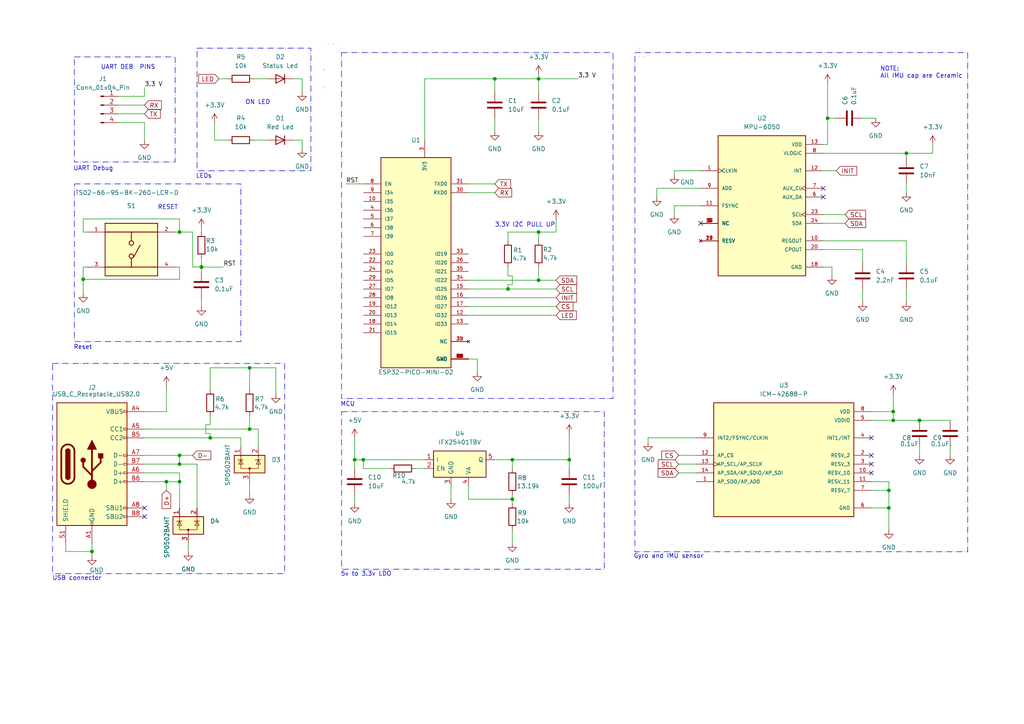
<source format=kicad_sch>
(kicad_sch (version 20230121) (generator eeschema)

  (uuid 0980ecf3-eb59-4783-b9d0-9171c5a2fd30)

  (paper "A4")

  (lib_symbols
    (symbol "Connector:Conn_01x04_Pin" (pin_names (offset 1.016) hide) (in_bom yes) (on_board yes)
      (property "Reference" "J" (at 0 5.08 0)
        (effects (font (size 1.27 1.27)))
      )
      (property "Value" "Conn_01x04_Pin" (at 0 -7.62 0)
        (effects (font (size 1.27 1.27)))
      )
      (property "Footprint" "" (at 0 0 0)
        (effects (font (size 1.27 1.27)) hide)
      )
      (property "Datasheet" "~" (at 0 0 0)
        (effects (font (size 1.27 1.27)) hide)
      )
      (property "ki_locked" "" (at 0 0 0)
        (effects (font (size 1.27 1.27)))
      )
      (property "ki_keywords" "connector" (at 0 0 0)
        (effects (font (size 1.27 1.27)) hide)
      )
      (property "ki_description" "Generic connector, single row, 01x04, script generated" (at 0 0 0)
        (effects (font (size 1.27 1.27)) hide)
      )
      (property "ki_fp_filters" "Connector*:*_1x??_*" (at 0 0 0)
        (effects (font (size 1.27 1.27)) hide)
      )
      (symbol "Conn_01x04_Pin_1_1"
        (polyline
          (pts
            (xy 1.27 -5.08)
            (xy 0.8636 -5.08)
          )
          (stroke (width 0.1524) (type default))
          (fill (type none))
        )
        (polyline
          (pts
            (xy 1.27 -2.54)
            (xy 0.8636 -2.54)
          )
          (stroke (width 0.1524) (type default))
          (fill (type none))
        )
        (polyline
          (pts
            (xy 1.27 0)
            (xy 0.8636 0)
          )
          (stroke (width 0.1524) (type default))
          (fill (type none))
        )
        (polyline
          (pts
            (xy 1.27 2.54)
            (xy 0.8636 2.54)
          )
          (stroke (width 0.1524) (type default))
          (fill (type none))
        )
        (rectangle (start 0.8636 -4.953) (end 0 -5.207)
          (stroke (width 0.1524) (type default))
          (fill (type outline))
        )
        (rectangle (start 0.8636 -2.413) (end 0 -2.667)
          (stroke (width 0.1524) (type default))
          (fill (type outline))
        )
        (rectangle (start 0.8636 0.127) (end 0 -0.127)
          (stroke (width 0.1524) (type default))
          (fill (type outline))
        )
        (rectangle (start 0.8636 2.667) (end 0 2.413)
          (stroke (width 0.1524) (type default))
          (fill (type outline))
        )
        (pin passive line (at 5.08 2.54 180) (length 3.81)
          (name "Pin_1" (effects (font (size 1.27 1.27))))
          (number "1" (effects (font (size 1.27 1.27))))
        )
        (pin passive line (at 5.08 0 180) (length 3.81)
          (name "Pin_2" (effects (font (size 1.27 1.27))))
          (number "2" (effects (font (size 1.27 1.27))))
        )
        (pin passive line (at 5.08 -2.54 180) (length 3.81)
          (name "Pin_3" (effects (font (size 1.27 1.27))))
          (number "3" (effects (font (size 1.27 1.27))))
        )
        (pin passive line (at 5.08 -5.08 180) (length 3.81)
          (name "Pin_4" (effects (font (size 1.27 1.27))))
          (number "4" (effects (font (size 1.27 1.27))))
        )
      )
    )
    (symbol "Connector:USB_C_Receptacle_USB2.0" (pin_names (offset 1.016)) (in_bom yes) (on_board yes)
      (property "Reference" "J" (at -10.16 19.05 0)
        (effects (font (size 1.27 1.27)) (justify left))
      )
      (property "Value" "USB_C_Receptacle_USB2.0" (at 19.05 19.05 0)
        (effects (font (size 1.27 1.27)) (justify right))
      )
      (property "Footprint" "" (at 3.81 0 0)
        (effects (font (size 1.27 1.27)) hide)
      )
      (property "Datasheet" "https://www.usb.org/sites/default/files/documents/usb_type-c.zip" (at 3.81 0 0)
        (effects (font (size 1.27 1.27)) hide)
      )
      (property "ki_keywords" "usb universal serial bus type-C USB2.0" (at 0 0 0)
        (effects (font (size 1.27 1.27)) hide)
      )
      (property "ki_description" "USB 2.0-only Type-C Receptacle connector" (at 0 0 0)
        (effects (font (size 1.27 1.27)) hide)
      )
      (property "ki_fp_filters" "USB*C*Receptacle*" (at 0 0 0)
        (effects (font (size 1.27 1.27)) hide)
      )
      (symbol "USB_C_Receptacle_USB2.0_0_0"
        (rectangle (start -0.254 -17.78) (end 0.254 -16.764)
          (stroke (width 0) (type default))
          (fill (type none))
        )
        (rectangle (start 10.16 -14.986) (end 9.144 -15.494)
          (stroke (width 0) (type default))
          (fill (type none))
        )
        (rectangle (start 10.16 -12.446) (end 9.144 -12.954)
          (stroke (width 0) (type default))
          (fill (type none))
        )
        (rectangle (start 10.16 -4.826) (end 9.144 -5.334)
          (stroke (width 0) (type default))
          (fill (type none))
        )
        (rectangle (start 10.16 -2.286) (end 9.144 -2.794)
          (stroke (width 0) (type default))
          (fill (type none))
        )
        (rectangle (start 10.16 0.254) (end 9.144 -0.254)
          (stroke (width 0) (type default))
          (fill (type none))
        )
        (rectangle (start 10.16 2.794) (end 9.144 2.286)
          (stroke (width 0) (type default))
          (fill (type none))
        )
        (rectangle (start 10.16 7.874) (end 9.144 7.366)
          (stroke (width 0) (type default))
          (fill (type none))
        )
        (rectangle (start 10.16 10.414) (end 9.144 9.906)
          (stroke (width 0) (type default))
          (fill (type none))
        )
        (rectangle (start 10.16 15.494) (end 9.144 14.986)
          (stroke (width 0) (type default))
          (fill (type none))
        )
      )
      (symbol "USB_C_Receptacle_USB2.0_0_1"
        (rectangle (start -10.16 17.78) (end 10.16 -17.78)
          (stroke (width 0.254) (type default))
          (fill (type background))
        )
        (arc (start -8.89 -3.81) (mid -6.985 -5.7067) (end -5.08 -3.81)
          (stroke (width 0.508) (type default))
          (fill (type none))
        )
        (arc (start -7.62 -3.81) (mid -6.985 -4.4423) (end -6.35 -3.81)
          (stroke (width 0.254) (type default))
          (fill (type none))
        )
        (arc (start -7.62 -3.81) (mid -6.985 -4.4423) (end -6.35 -3.81)
          (stroke (width 0.254) (type default))
          (fill (type outline))
        )
        (rectangle (start -7.62 -3.81) (end -6.35 3.81)
          (stroke (width 0.254) (type default))
          (fill (type outline))
        )
        (arc (start -6.35 3.81) (mid -6.985 4.4423) (end -7.62 3.81)
          (stroke (width 0.254) (type default))
          (fill (type none))
        )
        (arc (start -6.35 3.81) (mid -6.985 4.4423) (end -7.62 3.81)
          (stroke (width 0.254) (type default))
          (fill (type outline))
        )
        (arc (start -5.08 3.81) (mid -6.985 5.7067) (end -8.89 3.81)
          (stroke (width 0.508) (type default))
          (fill (type none))
        )
        (circle (center -2.54 1.143) (radius 0.635)
          (stroke (width 0.254) (type default))
          (fill (type outline))
        )
        (circle (center 0 -5.842) (radius 1.27)
          (stroke (width 0) (type default))
          (fill (type outline))
        )
        (polyline
          (pts
            (xy -8.89 -3.81)
            (xy -8.89 3.81)
          )
          (stroke (width 0.508) (type default))
          (fill (type none))
        )
        (polyline
          (pts
            (xy -5.08 3.81)
            (xy -5.08 -3.81)
          )
          (stroke (width 0.508) (type default))
          (fill (type none))
        )
        (polyline
          (pts
            (xy 0 -5.842)
            (xy 0 4.318)
          )
          (stroke (width 0.508) (type default))
          (fill (type none))
        )
        (polyline
          (pts
            (xy 0 -3.302)
            (xy -2.54 -0.762)
            (xy -2.54 0.508)
          )
          (stroke (width 0.508) (type default))
          (fill (type none))
        )
        (polyline
          (pts
            (xy 0 -2.032)
            (xy 2.54 0.508)
            (xy 2.54 1.778)
          )
          (stroke (width 0.508) (type default))
          (fill (type none))
        )
        (polyline
          (pts
            (xy -1.27 4.318)
            (xy 0 6.858)
            (xy 1.27 4.318)
            (xy -1.27 4.318)
          )
          (stroke (width 0.254) (type default))
          (fill (type outline))
        )
        (rectangle (start 1.905 1.778) (end 3.175 3.048)
          (stroke (width 0.254) (type default))
          (fill (type outline))
        )
      )
      (symbol "USB_C_Receptacle_USB2.0_1_1"
        (pin passive line (at 0 -22.86 90) (length 5.08)
          (name "GND" (effects (font (size 1.27 1.27))))
          (number "A1" (effects (font (size 1.27 1.27))))
        )
        (pin passive line (at 0 -22.86 90) (length 5.08) hide
          (name "GND" (effects (font (size 1.27 1.27))))
          (number "A12" (effects (font (size 1.27 1.27))))
        )
        (pin passive line (at 15.24 15.24 180) (length 5.08)
          (name "VBUS" (effects (font (size 1.27 1.27))))
          (number "A4" (effects (font (size 1.27 1.27))))
        )
        (pin bidirectional line (at 15.24 10.16 180) (length 5.08)
          (name "CC1" (effects (font (size 1.27 1.27))))
          (number "A5" (effects (font (size 1.27 1.27))))
        )
        (pin bidirectional line (at 15.24 -2.54 180) (length 5.08)
          (name "D+" (effects (font (size 1.27 1.27))))
          (number "A6" (effects (font (size 1.27 1.27))))
        )
        (pin bidirectional line (at 15.24 2.54 180) (length 5.08)
          (name "D-" (effects (font (size 1.27 1.27))))
          (number "A7" (effects (font (size 1.27 1.27))))
        )
        (pin bidirectional line (at 15.24 -12.7 180) (length 5.08)
          (name "SBU1" (effects (font (size 1.27 1.27))))
          (number "A8" (effects (font (size 1.27 1.27))))
        )
        (pin passive line (at 15.24 15.24 180) (length 5.08) hide
          (name "VBUS" (effects (font (size 1.27 1.27))))
          (number "A9" (effects (font (size 1.27 1.27))))
        )
        (pin passive line (at 0 -22.86 90) (length 5.08) hide
          (name "GND" (effects (font (size 1.27 1.27))))
          (number "B1" (effects (font (size 1.27 1.27))))
        )
        (pin passive line (at 0 -22.86 90) (length 5.08) hide
          (name "GND" (effects (font (size 1.27 1.27))))
          (number "B12" (effects (font (size 1.27 1.27))))
        )
        (pin passive line (at 15.24 15.24 180) (length 5.08) hide
          (name "VBUS" (effects (font (size 1.27 1.27))))
          (number "B4" (effects (font (size 1.27 1.27))))
        )
        (pin bidirectional line (at 15.24 7.62 180) (length 5.08)
          (name "CC2" (effects (font (size 1.27 1.27))))
          (number "B5" (effects (font (size 1.27 1.27))))
        )
        (pin bidirectional line (at 15.24 -5.08 180) (length 5.08)
          (name "D+" (effects (font (size 1.27 1.27))))
          (number "B6" (effects (font (size 1.27 1.27))))
        )
        (pin bidirectional line (at 15.24 0 180) (length 5.08)
          (name "D-" (effects (font (size 1.27 1.27))))
          (number "B7" (effects (font (size 1.27 1.27))))
        )
        (pin bidirectional line (at 15.24 -15.24 180) (length 5.08)
          (name "SBU2" (effects (font (size 1.27 1.27))))
          (number "B8" (effects (font (size 1.27 1.27))))
        )
        (pin passive line (at 15.24 15.24 180) (length 5.08) hide
          (name "VBUS" (effects (font (size 1.27 1.27))))
          (number "B9" (effects (font (size 1.27 1.27))))
        )
        (pin passive line (at -7.62 -22.86 90) (length 5.08)
          (name "SHIELD" (effects (font (size 1.27 1.27))))
          (number "S1" (effects (font (size 1.27 1.27))))
        )
      )
    )
    (symbol "Device:C" (pin_numbers hide) (pin_names (offset 0.254)) (in_bom yes) (on_board yes)
      (property "Reference" "C" (at 0.635 2.54 0)
        (effects (font (size 1.27 1.27)) (justify left))
      )
      (property "Value" "C" (at 0.635 -2.54 0)
        (effects (font (size 1.27 1.27)) (justify left))
      )
      (property "Footprint" "" (at 0.9652 -3.81 0)
        (effects (font (size 1.27 1.27)) hide)
      )
      (property "Datasheet" "~" (at 0 0 0)
        (effects (font (size 1.27 1.27)) hide)
      )
      (property "ki_keywords" "cap capacitor" (at 0 0 0)
        (effects (font (size 1.27 1.27)) hide)
      )
      (property "ki_description" "Unpolarized capacitor" (at 0 0 0)
        (effects (font (size 1.27 1.27)) hide)
      )
      (property "ki_fp_filters" "C_*" (at 0 0 0)
        (effects (font (size 1.27 1.27)) hide)
      )
      (symbol "C_0_1"
        (polyline
          (pts
            (xy -2.032 -0.762)
            (xy 2.032 -0.762)
          )
          (stroke (width 0.508) (type default))
          (fill (type none))
        )
        (polyline
          (pts
            (xy -2.032 0.762)
            (xy 2.032 0.762)
          )
          (stroke (width 0.508) (type default))
          (fill (type none))
        )
      )
      (symbol "C_1_1"
        (pin passive line (at 0 3.81 270) (length 2.794)
          (name "~" (effects (font (size 1.27 1.27))))
          (number "1" (effects (font (size 1.27 1.27))))
        )
        (pin passive line (at 0 -3.81 90) (length 2.794)
          (name "~" (effects (font (size 1.27 1.27))))
          (number "2" (effects (font (size 1.27 1.27))))
        )
      )
    )
    (symbol "Device:D" (pin_numbers hide) (pin_names (offset 1.016) hide) (in_bom yes) (on_board yes)
      (property "Reference" "D" (at 0 2.54 0)
        (effects (font (size 1.27 1.27)))
      )
      (property "Value" "D" (at 0 -2.54 0)
        (effects (font (size 1.27 1.27)))
      )
      (property "Footprint" "" (at 0 0 0)
        (effects (font (size 1.27 1.27)) hide)
      )
      (property "Datasheet" "~" (at 0 0 0)
        (effects (font (size 1.27 1.27)) hide)
      )
      (property "Sim.Device" "D" (at 0 0 0)
        (effects (font (size 1.27 1.27)) hide)
      )
      (property "Sim.Pins" "1=K 2=A" (at 0 0 0)
        (effects (font (size 1.27 1.27)) hide)
      )
      (property "ki_keywords" "diode" (at 0 0 0)
        (effects (font (size 1.27 1.27)) hide)
      )
      (property "ki_description" "Diode" (at 0 0 0)
        (effects (font (size 1.27 1.27)) hide)
      )
      (property "ki_fp_filters" "TO-???* *_Diode_* *SingleDiode* D_*" (at 0 0 0)
        (effects (font (size 1.27 1.27)) hide)
      )
      (symbol "D_0_1"
        (polyline
          (pts
            (xy -1.27 1.27)
            (xy -1.27 -1.27)
          )
          (stroke (width 0.254) (type default))
          (fill (type none))
        )
        (polyline
          (pts
            (xy 1.27 0)
            (xy -1.27 0)
          )
          (stroke (width 0) (type default))
          (fill (type none))
        )
        (polyline
          (pts
            (xy 1.27 1.27)
            (xy 1.27 -1.27)
            (xy -1.27 0)
            (xy 1.27 1.27)
          )
          (stroke (width 0.254) (type default))
          (fill (type none))
        )
      )
      (symbol "D_1_1"
        (pin passive line (at -3.81 0 0) (length 2.54)
          (name "K" (effects (font (size 1.27 1.27))))
          (number "1" (effects (font (size 1.27 1.27))))
        )
        (pin passive line (at 3.81 0 180) (length 2.54)
          (name "A" (effects (font (size 1.27 1.27))))
          (number "2" (effects (font (size 1.27 1.27))))
        )
      )
    )
    (symbol "Device:R" (pin_numbers hide) (pin_names (offset 0)) (in_bom yes) (on_board yes)
      (property "Reference" "R" (at 2.032 0 90)
        (effects (font (size 1.27 1.27)))
      )
      (property "Value" "R" (at 0 0 90)
        (effects (font (size 1.27 1.27)))
      )
      (property "Footprint" "" (at -1.778 0 90)
        (effects (font (size 1.27 1.27)) hide)
      )
      (property "Datasheet" "~" (at 0 0 0)
        (effects (font (size 1.27 1.27)) hide)
      )
      (property "ki_keywords" "R res resistor" (at 0 0 0)
        (effects (font (size 1.27 1.27)) hide)
      )
      (property "ki_description" "Resistor" (at 0 0 0)
        (effects (font (size 1.27 1.27)) hide)
      )
      (property "ki_fp_filters" "R_*" (at 0 0 0)
        (effects (font (size 1.27 1.27)) hide)
      )
      (symbol "R_0_1"
        (rectangle (start -1.016 -2.54) (end 1.016 2.54)
          (stroke (width 0.254) (type default))
          (fill (type none))
        )
      )
      (symbol "R_1_1"
        (pin passive line (at 0 3.81 270) (length 1.27)
          (name "~" (effects (font (size 1.27 1.27))))
          (number "1" (effects (font (size 1.27 1.27))))
        )
        (pin passive line (at 0 -3.81 90) (length 1.27)
          (name "~" (effects (font (size 1.27 1.27))))
          (number "2" (effects (font (size 1.27 1.27))))
        )
      )
    )
    (symbol "Power_Protection:SP0502BAHT" (pin_names hide) (in_bom yes) (on_board yes)
      (property "Reference" "D" (at 5.715 2.54 0)
        (effects (font (size 1.27 1.27)) (justify left))
      )
      (property "Value" "SP0502BAHT" (at 5.715 0.635 0)
        (effects (font (size 1.27 1.27)) (justify left))
      )
      (property "Footprint" "Package_TO_SOT_SMD:SOT-23" (at 5.715 -1.27 0)
        (effects (font (size 1.27 1.27)) (justify left) hide)
      )
      (property "Datasheet" "http://www.littelfuse.com/~/media/files/littelfuse/technical%20resources/documents/data%20sheets/sp05xxba.pdf" (at 3.175 3.175 0)
        (effects (font (size 1.27 1.27)) hide)
      )
      (property "ki_keywords" "usb esd protection suppression transient" (at 0 0 0)
        (effects (font (size 1.27 1.27)) hide)
      )
      (property "ki_description" "TVS Diode Array, 5.5V Standoff, 2 Channels, SOT-23 package" (at 0 0 0)
        (effects (font (size 1.27 1.27)) hide)
      )
      (property "ki_fp_filters" "SOT?23*" (at 0 0 0)
        (effects (font (size 1.27 1.27)) hide)
      )
      (symbol "SP0502BAHT_0_0"
        (pin passive line (at 0 -5.08 90) (length 2.54)
          (name "A" (effects (font (size 1.27 1.27))))
          (number "3" (effects (font (size 1.27 1.27))))
        )
      )
      (symbol "SP0502BAHT_0_1"
        (rectangle (start -4.445 2.54) (end 4.445 -2.54)
          (stroke (width 0.254) (type default))
          (fill (type background))
        )
        (circle (center 0 -1.27) (radius 0.254)
          (stroke (width 0) (type default))
          (fill (type outline))
        )
        (polyline
          (pts
            (xy -2.54 2.54)
            (xy -2.54 1.27)
          )
          (stroke (width 0) (type default))
          (fill (type none))
        )
        (polyline
          (pts
            (xy 0 -1.27)
            (xy 0 -2.54)
          )
          (stroke (width 0) (type default))
          (fill (type none))
        )
        (polyline
          (pts
            (xy 2.54 2.54)
            (xy 2.54 1.27)
          )
          (stroke (width 0) (type default))
          (fill (type none))
        )
        (polyline
          (pts
            (xy -3.302 1.016)
            (xy -3.302 1.27)
            (xy -1.905 1.27)
            (xy -1.778 1.27)
          )
          (stroke (width 0) (type default))
          (fill (type none))
        )
        (polyline
          (pts
            (xy -2.54 1.27)
            (xy -2.54 -1.27)
            (xy 2.54 -1.27)
            (xy 2.54 1.27)
          )
          (stroke (width 0) (type default))
          (fill (type none))
        )
        (polyline
          (pts
            (xy -2.54 1.27)
            (xy -1.905 0)
            (xy -3.175 0)
            (xy -2.54 1.27)
          )
          (stroke (width 0) (type default))
          (fill (type none))
        )
        (polyline
          (pts
            (xy 1.778 1.016)
            (xy 1.778 1.27)
            (xy 3.175 1.27)
            (xy 3.302 1.27)
          )
          (stroke (width 0) (type default))
          (fill (type none))
        )
        (polyline
          (pts
            (xy 2.54 1.27)
            (xy 1.905 0)
            (xy 3.175 0)
            (xy 2.54 1.27)
          )
          (stroke (width 0) (type default))
          (fill (type none))
        )
      )
      (symbol "SP0502BAHT_1_1"
        (pin passive line (at -2.54 5.08 270) (length 2.54)
          (name "K" (effects (font (size 1.27 1.27))))
          (number "1" (effects (font (size 1.27 1.27))))
        )
        (pin passive line (at 2.54 5.08 270) (length 2.54)
          (name "K" (effects (font (size 1.27 1.27))))
          (number "2" (effects (font (size 1.27 1.27))))
        )
      )
    )
    (symbol "Regulator_Linear:IFX25401TBV" (pin_names (offset 0.762)) (in_bom yes) (on_board yes)
      (property "Reference" "U" (at 0 6.35 0)
        (effects (font (size 1.27 1.27)))
      )
      (property "Value" "IFX25401TBV" (at 0 3.81 0)
        (effects (font (size 1.27 1.27)))
      )
      (property "Footprint" "Package_TO_SOT_SMD:TO-263-5_TabPin3" (at 3.81 -6.35 0)
        (effects (font (size 1.27 1.27)) (justify left) hide)
      )
      (property "Datasheet" "https://www.infineon.com/dgdl/Infineon-IFX25401-DS-v01_02-en.pdf?fileId=db3a304320d39d590120f62a690569f7" (at 0 0 0)
        (effects (font (size 1.27 1.27)) hide)
      )
      (property "ki_keywords" "adjustable LDO positive voltage regulator" (at 0 0 0)
        (effects (font (size 1.27 1.27)) hide)
      )
      (property "ki_description" "Adjustable LDO Linear Voltage Regulator (TO-263-5)" (at 0 0 0)
        (effects (font (size 1.27 1.27)) hide)
      )
      (property "ki_fp_filters" "TO?263*TabPin3*" (at 0 0 0)
        (effects (font (size 1.27 1.27)) hide)
      )
      (symbol "IFX25401TBV_0_1"
        (rectangle (start -7.62 2.54) (end 7.62 -5.08)
          (stroke (width 0.254) (type default))
          (fill (type background))
        )
      )
      (symbol "IFX25401TBV_1_1"
        (pin power_in line (at -10.16 0 0) (length 2.54)
          (name "I" (effects (font (size 1.27 1.27))))
          (number "1" (effects (font (size 1.27 1.27))))
        )
        (pin input line (at -10.16 -2.54 0) (length 2.54)
          (name "EN" (effects (font (size 1.27 1.27))))
          (number "2" (effects (font (size 1.27 1.27))))
        )
        (pin power_in line (at -2.54 -7.62 90) (length 2.54)
          (name "GND" (effects (font (size 1.27 1.27))))
          (number "3" (effects (font (size 1.27 1.27))))
        )
        (pin input line (at 2.54 -7.62 90) (length 2.54)
          (name "VA" (effects (font (size 1.27 1.27))))
          (number "4" (effects (font (size 1.27 1.27))))
        )
        (pin power_out line (at 10.16 0 180) (length 2.54)
          (name "Q" (effects (font (size 1.27 1.27))))
          (number "5" (effects (font (size 1.27 1.27))))
        )
      )
    )
    (symbol "button:TS02-66-95-BK-260-LCR-D" (pin_names (offset 1.016)) (in_bom yes) (on_board yes)
      (property "Reference" "S" (at -7.62 8.382 0)
        (effects (font (size 1.27 1.27)) (justify left bottom))
      )
      (property "Value" "TS02-66-95-BK-260-LCR-D" (at -7.62 -8.382 0)
        (effects (font (size 1.27 1.27)) (justify left top))
      )
      (property "Footprint" "TS02-66-95-BK-260-LCR-D:SW_TS02-66-95-BK-260-LCR-D" (at 0 0 0)
        (effects (font (size 1.27 1.27)) (justify bottom) hide)
      )
      (property "Datasheet" "" (at 0 0 0)
        (effects (font (size 1.27 1.27)) hide)
      )
      (property "MF" "CUI Devices" (at 0 0 0)
        (effects (font (size 1.27 1.27)) (justify bottom) hide)
      )
      (property "Description" "6 x 6 mm, 9.5 mm Actuator Height, 260 gf, Black, Long Crimped, Through Hole, SPST, Tactile Switch" (at 0 0 0)
        (effects (font (size 1.27 1.27)) (justify bottom) hide)
      )
      (property "Package" "None" (at 0 0 0)
        (effects (font (size 1.27 1.27)) (justify bottom) hide)
      )
      (property "Price" "None" (at 0 0 0)
        (effects (font (size 1.27 1.27)) (justify bottom) hide)
      )
      (property "Check_prices" "https://www.snapeda.com/parts/TS02-66-95-BK-260-LCR-D/CUI+Devices/view-part/?ref=eda" (at 0 0 0)
        (effects (font (size 1.27 1.27)) (justify bottom) hide)
      )
      (property "STANDARD" "Manufacturer Recommendations" (at 0 0 0)
        (effects (font (size 1.27 1.27)) (justify bottom) hide)
      )
      (property "PARTREV" "1.0" (at 0 0 0)
        (effects (font (size 1.27 1.27)) (justify bottom) hide)
      )
      (property "SnapEDA_Link" "https://www.snapeda.com/parts/TS02-66-95-BK-260-LCR-D/CUI+Devices/view-part/?ref=snap" (at 0 0 0)
        (effects (font (size 1.27 1.27)) (justify bottom) hide)
      )
      (property "MP" "TS02-66-95-BK-260-LCR-D" (at 0 0 0)
        (effects (font (size 1.27 1.27)) (justify bottom) hide)
      )
      (property "CUI_purchase_URL" "https://www.cuidevices.com/product/switches/tactile-switches/ts02-66-95-bk-260-lcr-d?utm_source=snapeda.com&utm_medium=referral&utm_campaign=snapedaBOM" (at 0 0 0)
        (effects (font (size 1.27 1.27)) (justify bottom) hide)
      )
      (property "Availability" "In Stock" (at 0 0 0)
        (effects (font (size 1.27 1.27)) (justify bottom) hide)
      )
      (property "MANUFACTURER" "CUI Devices" (at 0 0 0)
        (effects (font (size 1.27 1.27)) (justify bottom) hide)
      )
      (symbol "TS02-66-95-BK-260-LCR-D_0_0"
        (rectangle (start -7.62 -7.62) (end 7.62 7.62)
          (stroke (width 0.254) (type default))
          (fill (type background))
        )
        (circle (center 0 -1.905) (radius 0.635)
          (stroke (width 0.254) (type default))
          (fill (type none))
        )
        (polyline
          (pts
            (xy 0 -5.08)
            (xy -7.62 -5.08)
          )
          (stroke (width 0.254) (type default))
          (fill (type none))
        )
        (polyline
          (pts
            (xy 0 -5.08)
            (xy 7.62 -5.08)
          )
          (stroke (width 0.254) (type default))
          (fill (type none))
        )
        (polyline
          (pts
            (xy 0 -2.54)
            (xy 0 -5.08)
          )
          (stroke (width 0.254) (type default))
          (fill (type none))
        )
        (polyline
          (pts
            (xy 0 5.08)
            (xy -7.62 5.08)
          )
          (stroke (width 0.254) (type default))
          (fill (type none))
        )
        (polyline
          (pts
            (xy 0 5.08)
            (xy 0 2.54)
          )
          (stroke (width 0.254) (type default))
          (fill (type none))
        )
        (polyline
          (pts
            (xy 0 5.08)
            (xy 7.62 5.08)
          )
          (stroke (width 0.254) (type default))
          (fill (type none))
        )
        (polyline
          (pts
            (xy 0.635 -2.2225)
            (xy 2.54 1.27)
          )
          (stroke (width 0.254) (type default))
          (fill (type none))
        )
        (circle (center 0 1.905) (radius 0.635)
          (stroke (width 0.254) (type default))
          (fill (type none))
        )
        (pin passive line (at -12.7 5.08 0) (length 5.08)
          (name "~" (effects (font (size 1.016 1.016))))
          (number "1" (effects (font (size 1.016 1.016))))
        )
        (pin passive line (at 12.7 5.08 180) (length 5.08)
          (name "~" (effects (font (size 1.016 1.016))))
          (number "2" (effects (font (size 1.016 1.016))))
        )
        (pin passive line (at -12.7 -5.08 0) (length 5.08)
          (name "~" (effects (font (size 1.016 1.016))))
          (number "3" (effects (font (size 1.016 1.016))))
        )
        (pin passive line (at 12.7 -5.08 180) (length 5.08)
          (name "~" (effects (font (size 1.016 1.016))))
          (number "4" (effects (font (size 1.016 1.016))))
        )
      )
    )
    (symbol "esp32 pico:ESP32-PICO-MINI-02" (pin_names (offset 1.016)) (in_bom yes) (on_board yes)
      (property "Reference" "U1" (at 0 35.56 0)
        (effects (font (size 1.27 1.27)))
      )
      (property "Value" "ESP32-PICO-MINI-02" (at 0 -31.75 0)
        (effects (font (size 1.27 1.27)))
      )
      (property "Footprint" "esp 32:MODULE_ESP32-PICO-MINI-02" (at 0 0 0)
        (effects (font (size 1.27 1.27)) (justify bottom) hide)
      )
      (property "Datasheet" "" (at 0 0 0)
        (effects (font (size 1.27 1.27)) hide)
      )
      (property "MAXIMUM_PACKAGE_HEIGHT" "2.55mm" (at 0 0 0)
        (effects (font (size 1.27 1.27)) (justify bottom) hide)
      )
      (property "MF" "Espressif Systems" (at 0 0 0)
        (effects (font (size 1.27 1.27)) (justify bottom) hide)
      )
      (property "Package" "None" (at 0 0 0)
        (effects (font (size 1.27 1.27)) (justify bottom) hide)
      )
      (property "Price" "None" (at 0 0 0)
        (effects (font (size 1.27 1.27)) (justify bottom) hide)
      )
      (property "Check_prices" "https://www.snapeda.com/parts/ESP32-PICO-MINI-02/Espressif+Systems/view-part/?ref=eda" (at 0 0 0)
        (effects (font (size 1.27 1.27)) (justify bottom) hide)
      )
      (property "STANDARD" "Manufacturer Recommendations" (at 0 0 0)
        (effects (font (size 1.27 1.27)) (justify bottom) hide)
      )
      (property "PARTREV" "v1.0" (at 0 0 0)
        (effects (font (size 1.27 1.27)) (justify bottom) hide)
      )
      (property "SnapEDA_Link" "https://www.snapeda.com/parts/ESP32-PICO-MINI-02/Espressif+Systems/view-part/?ref=snap" (at 0 0 0)
        (effects (font (size 1.27 1.27)) (justify bottom) hide)
      )
      (property "MP" "ESP32-PICO-MINI-02" (at 0 0 0)
        (effects (font (size 1.27 1.27)) (justify bottom) hide)
      )
      (property "Description" "\nBluetooth, WiFi 802.11b/g/n, Bluetooth v4.2 +EDR, Class 1, 2 and 3 Transceiver Module 2.412GHz ~ 2.484GHz PCB Trace Chassis Mount\n" (at 0 0 0)
        (effects (font (size 1.27 1.27)) (justify bottom) hide)
      )
      (property "Availability" "In Stock" (at 0 0 0)
        (effects (font (size 1.27 1.27)) (justify bottom) hide)
      )
      (property "MANUFACTURER" "Espressif" (at 0 0 0)
        (effects (font (size 1.27 1.27)) (justify bottom) hide)
      )
      (symbol "ESP32-PICO-MINI-02_0_0"
        (rectangle (start -10.16 -30.48) (end 10.16 30.48)
          (stroke (width 0.254) (type default))
          (fill (type background))
        )
        (pin input line (at -15.24 17.78 0) (length 5.08)
          (name "I35" (effects (font (size 1.016 1.016))))
          (number "10" (effects (font (size 1.016 1.016))))
        )
        (pin power_in line (at 15.24 -27.94 180) (length 5.08)
          (name "GND" (effects (font (size 1.016 1.016))))
          (number "11" (effects (font (size 1.016 1.016))))
        )
        (pin bidirectional line (at 15.24 -15.24 180) (length 5.08)
          (name "IO32" (effects (font (size 1.016 1.016))))
          (number "12" (effects (font (size 1.016 1.016))))
        )
        (pin bidirectional line (at 15.24 -17.78 180) (length 5.08)
          (name "IO33" (effects (font (size 1.016 1.016))))
          (number "13" (effects (font (size 1.016 1.016))))
        )
        (pin power_in line (at 15.24 -27.94 180) (length 5.08)
          (name "GND" (effects (font (size 1.016 1.016))))
          (number "14" (effects (font (size 1.016 1.016))))
        )
        (pin bidirectional line (at 15.24 -7.62 180) (length 5.08)
          (name "IO25" (effects (font (size 1.016 1.016))))
          (number "15" (effects (font (size 1.016 1.016))))
        )
        (pin bidirectional line (at 15.24 -10.16 180) (length 5.08)
          (name "IO26" (effects (font (size 1.016 1.016))))
          (number "16" (effects (font (size 1.016 1.016))))
        )
        (pin bidirectional line (at 15.24 -12.7 180) (length 5.08)
          (name "IO27" (effects (font (size 1.016 1.016))))
          (number "17" (effects (font (size 1.016 1.016))))
        )
        (pin bidirectional line (at -15.24 -17.78 0) (length 5.08)
          (name "IO14" (effects (font (size 1.016 1.016))))
          (number "18" (effects (font (size 1.016 1.016))))
        )
        (pin bidirectional line (at -15.24 -12.7 0) (length 5.08)
          (name "IO12" (effects (font (size 1.016 1.016))))
          (number "19" (effects (font (size 1.016 1.016))))
        )
        (pin power_in line (at 15.24 -27.94 180) (length 5.08)
          (name "GND" (effects (font (size 1.016 1.016))))
          (number "2" (effects (font (size 1.016 1.016))))
        )
        (pin bidirectional line (at -15.24 -15.24 0) (length 5.08)
          (name "IO13" (effects (font (size 1.016 1.016))))
          (number "20" (effects (font (size 1.016 1.016))))
        )
        (pin bidirectional line (at -15.24 -20.32 0) (length 5.08)
          (name "IO15" (effects (font (size 1.016 1.016))))
          (number "21" (effects (font (size 1.016 1.016))))
        )
        (pin bidirectional line (at -15.24 0 0) (length 5.08)
          (name "IO2" (effects (font (size 1.016 1.016))))
          (number "22" (effects (font (size 1.016 1.016))))
        )
        (pin bidirectional line (at -15.24 2.54 0) (length 5.08)
          (name "IO0" (effects (font (size 1.016 1.016))))
          (number "23" (effects (font (size 1.016 1.016))))
        )
        (pin bidirectional line (at -15.24 -2.54 0) (length 5.08)
          (name "IO4" (effects (font (size 1.016 1.016))))
          (number "24" (effects (font (size 1.016 1.016))))
        )
        (pin no_connect line (at 15.24 -22.86 180) (length 5.08)
          (name "NC" (effects (font (size 1.016 1.016))))
          (number "25" (effects (font (size 1.016 1.016))))
        )
        (pin bidirectional line (at 15.24 0 180) (length 5.08)
          (name "IO20" (effects (font (size 1.016 1.016))))
          (number "26" (effects (font (size 1.016 1.016))))
        )
        (pin bidirectional line (at -15.24 -7.62 0) (length 5.08)
          (name "IO7" (effects (font (size 1.016 1.016))))
          (number "27" (effects (font (size 1.016 1.016))))
        )
        (pin bidirectional line (at -15.24 -10.16 0) (length 5.08)
          (name "IO8" (effects (font (size 1.016 1.016))))
          (number "28" (effects (font (size 1.016 1.016))))
        )
        (pin bidirectional line (at -15.24 -5.08 0) (length 5.08)
          (name "IO5" (effects (font (size 1.016 1.016))))
          (number "29" (effects (font (size 1.016 1.016))))
        )
        (pin power_in line (at 2.54 35.56 270) (length 5.08)
          (name "3V3" (effects (font (size 1.016 1.016))))
          (number "3" (effects (font (size 1.016 1.016))))
        )
        (pin bidirectional line (at 15.24 20.32 180) (length 5.08)
          (name "RXD0" (effects (font (size 1.016 1.016))))
          (number "30" (effects (font (size 1.016 1.016))))
        )
        (pin bidirectional line (at 15.24 22.86 180) (length 5.08)
          (name "TXD0" (effects (font (size 1.016 1.016))))
          (number "31" (effects (font (size 1.016 1.016))))
        )
        (pin no_connect line (at 15.24 -22.86 180) (length 5.08)
          (name "NC" (effects (font (size 1.016 1.016))))
          (number "32" (effects (font (size 1.016 1.016))))
        )
        (pin bidirectional line (at 15.24 2.54 180) (length 5.08)
          (name "IO19" (effects (font (size 1.016 1.016))))
          (number "33" (effects (font (size 1.016 1.016))))
        )
        (pin bidirectional line (at 15.24 -5.08 180) (length 5.08)
          (name "IO22" (effects (font (size 1.016 1.016))))
          (number "34" (effects (font (size 1.016 1.016))))
        )
        (pin bidirectional line (at 15.24 -2.54 180) (length 5.08)
          (name "IO21" (effects (font (size 1.016 1.016))))
          (number "35" (effects (font (size 1.016 1.016))))
        )
        (pin power_in line (at 15.24 -27.94 180) (length 5.08)
          (name "GND" (effects (font (size 1.016 1.016))))
          (number "36" (effects (font (size 1.016 1.016))))
        )
        (pin power_in line (at 15.24 -27.94 180) (length 5.08)
          (name "GND" (effects (font (size 1.016 1.016))))
          (number "37" (effects (font (size 1.016 1.016))))
        )
        (pin power_in line (at 15.24 -27.94 180) (length 5.08)
          (name "GND" (effects (font (size 1.016 1.016))))
          (number "38" (effects (font (size 1.016 1.016))))
        )
        (pin power_in line (at 15.24 -27.94 180) (length 5.08)
          (name "GND" (effects (font (size 1.016 1.016))))
          (number "39" (effects (font (size 1.016 1.016))))
        )
        (pin input line (at -15.24 15.24 0) (length 5.08)
          (name "I36" (effects (font (size 1.016 1.016))))
          (number "4" (effects (font (size 1.016 1.016))))
        )
        (pin power_in line (at 15.24 -27.94 180) (length 5.08)
          (name "GND" (effects (font (size 1.016 1.016))))
          (number "40" (effects (font (size 1.016 1.016))))
        )
        (pin power_in line (at 15.24 -27.94 180) (length 5.08)
          (name "GND" (effects (font (size 1.016 1.016))))
          (number "41" (effects (font (size 1.016 1.016))))
        )
        (pin power_in line (at 15.24 -27.94 180) (length 5.08)
          (name "GND" (effects (font (size 1.016 1.016))))
          (number "42" (effects (font (size 1.016 1.016))))
        )
        (pin power_in line (at 15.24 -27.94 180) (length 5.08)
          (name "GND" (effects (font (size 1.016 1.016))))
          (number "43" (effects (font (size 1.016 1.016))))
        )
        (pin power_in line (at 15.24 -27.94 180) (length 5.08)
          (name "GND" (effects (font (size 1.016 1.016))))
          (number "44" (effects (font (size 1.016 1.016))))
        )
        (pin power_in line (at 15.24 -27.94 180) (length 5.08)
          (name "GND" (effects (font (size 1.016 1.016))))
          (number "45" (effects (font (size 1.016 1.016))))
        )
        (pin power_in line (at 15.24 -27.94 180) (length 5.08)
          (name "GND" (effects (font (size 1.016 1.016))))
          (number "46" (effects (font (size 1.016 1.016))))
        )
        (pin power_in line (at 15.24 -27.94 180) (length 5.08)
          (name "GND" (effects (font (size 1.016 1.016))))
          (number "47" (effects (font (size 1.016 1.016))))
        )
        (pin power_in line (at 15.24 -27.94 180) (length 5.08)
          (name "GND" (effects (font (size 1.016 1.016))))
          (number "48" (effects (font (size 1.016 1.016))))
        )
        (pin power_in line (at 15.24 -27.94 180) (length 5.08)
          (name "GND" (effects (font (size 1.016 1.016))))
          (number "49" (effects (font (size 1.016 1.016))))
        )
        (pin input line (at -15.24 12.7 0) (length 5.08)
          (name "I37" (effects (font (size 1.016 1.016))))
          (number "5" (effects (font (size 1.016 1.016))))
        )
        (pin power_in line (at 15.24 -27.94 180) (length 5.08)
          (name "GND" (effects (font (size 1.016 1.016))))
          (number "50" (effects (font (size 1.016 1.016))))
        )
        (pin power_in line (at 15.24 -27.94 180) (length 5.08)
          (name "GND" (effects (font (size 1.016 1.016))))
          (number "51" (effects (font (size 1.016 1.016))))
        )
        (pin power_in line (at 15.24 -27.94 180) (length 5.08)
          (name "GND" (effects (font (size 1.016 1.016))))
          (number "52" (effects (font (size 1.016 1.016))))
        )
        (pin power_in line (at 15.24 -27.94 180) (length 5.08)
          (name "GND" (effects (font (size 1.016 1.016))))
          (number "53" (effects (font (size 1.016 1.016))))
        )
        (pin power_in line (at 15.24 -27.94 180) (length 5.08)
          (name "GND" (effects (font (size 1.016 1.016))))
          (number "54" (effects (font (size 1.016 1.016))))
        )
        (pin power_in line (at 15.24 -27.94 180) (length 5.08)
          (name "GND" (effects (font (size 1.016 1.016))))
          (number "55" (effects (font (size 1.016 1.016))))
        )
        (pin power_in line (at 15.24 -27.94 180) (length 5.08)
          (name "GND" (effects (font (size 1.016 1.016))))
          (number "56" (effects (font (size 1.016 1.016))))
        )
        (pin power_in line (at 15.24 -27.94 180) (length 5.08)
          (name "GND" (effects (font (size 1.016 1.016))))
          (number "57" (effects (font (size 1.016 1.016))))
        )
        (pin power_in line (at 15.24 -27.94 180) (length 5.08)
          (name "GND" (effects (font (size 1.016 1.016))))
          (number "58" (effects (font (size 1.016 1.016))))
        )
        (pin power_in line (at 15.24 -27.94 180) (length 5.08)
          (name "GND" (effects (font (size 1.016 1.016))))
          (number "59" (effects (font (size 1.016 1.016))))
        )
        (pin input line (at -15.24 10.16 0) (length 5.08)
          (name "I38" (effects (font (size 1.016 1.016))))
          (number "6" (effects (font (size 1.016 1.016))))
        )
        (pin power_in line (at 15.24 -27.94 180) (length 5.08)
          (name "GND" (effects (font (size 1.016 1.016))))
          (number "60" (effects (font (size 1.016 1.016))))
        )
        (pin power_in line (at 15.24 -27.94 180) (length 5.08)
          (name "GND" (effects (font (size 1.016 1.016))))
          (number "61" (effects (font (size 1.016 1.016))))
        )
        (pin input line (at -15.24 7.62 0) (length 5.08)
          (name "I39" (effects (font (size 1.016 1.016))))
          (number "7" (effects (font (size 1.016 1.016))))
        )
        (pin input line (at -15.24 22.86 0) (length 5.08)
          (name "EN" (effects (font (size 1.016 1.016))))
          (number "8" (effects (font (size 1.016 1.016))))
        )
        (pin input line (at -15.24 20.32 0) (length 5.08)
          (name "I34" (effects (font (size 1.016 1.016))))
          (number "9" (effects (font (size 1.016 1.016))))
        )
      )
      (symbol "ESP32-PICO-MINI-02_1_0"
        (pin power_in line (at 15.24 -27.94 180) (length 5.08)
          (name "GND" (effects (font (size 1.016 1.016))))
          (number "1" (effects (font (size 1.016 1.016))))
        )
      )
    )
    (symbol "gyro:ICM-42688-P" (pin_names (offset 1.016)) (in_bom yes) (on_board yes)
      (property "Reference" "U" (at -20.32 16.002 0)
        (effects (font (size 1.27 1.27)) (justify left bottom))
      )
      (property "Value" "ICM-42688-P" (at -20.32 -20.32 0)
        (effects (font (size 1.27 1.27)) (justify left bottom))
      )
      (property "Footprint" "ICM-42688-P:PQFN50P300X250X97-14N" (at 0 0 0)
        (effects (font (size 1.27 1.27)) (justify bottom) hide)
      )
      (property "Datasheet" "" (at 0 0 0)
        (effects (font (size 1.27 1.27)) hide)
      )
      (property "MF" "TDK InvenSense" (at 0 0 0)
        (effects (font (size 1.27 1.27)) (justify bottom) hide)
      )
      (property "MAXIMUM_PACKAGE_HEIGHT" "0.97mm" (at 0 0 0)
        (effects (font (size 1.27 1.27)) (justify bottom) hide)
      )
      (property "Package" "LGA-14 TDK InvenSense" (at 0 0 0)
        (effects (font (size 1.27 1.27)) (justify bottom) hide)
      )
      (property "Price" "None" (at 0 0 0)
        (effects (font (size 1.27 1.27)) (justify bottom) hide)
      )
      (property "Check_prices" "https://www.snapeda.com/parts/ICM-42688-P/TDK+InvenSense/view-part/?ref=eda" (at 0 0 0)
        (effects (font (size 1.27 1.27)) (justify bottom) hide)
      )
      (property "STANDARD" "IPC-7351B" (at 0 0 0)
        (effects (font (size 1.27 1.27)) (justify bottom) hide)
      )
      (property "PARTREV" "1.2" (at 0 0 0)
        (effects (font (size 1.27 1.27)) (justify bottom) hide)
      )
      (property "SnapEDA_Link" "https://www.snapeda.com/parts/ICM-42688-P/TDK+InvenSense/view-part/?ref=snap" (at 0 0 0)
        (effects (font (size 1.27 1.27)) (justify bottom) hide)
      )
      (property "MP" "ICM-42688-P" (at 0 0 0)
        (effects (font (size 1.27 1.27)) (justify bottom) hide)
      )
      (property "Description" "\nAccelerometer, Gyroscope, 6 Axis Sensor - Output\n" (at 0 0 0)
        (effects (font (size 1.27 1.27)) (justify bottom) hide)
      )
      (property "Availability" "In Stock" (at 0 0 0)
        (effects (font (size 1.27 1.27)) (justify bottom) hide)
      )
      (property "MANUFACTURER" "TDK InvenSense" (at 0 0 0)
        (effects (font (size 1.27 1.27)) (justify bottom) hide)
      )
      (symbol "ICM-42688-P_0_0"
        (rectangle (start -20.32 -17.78) (end 20.32 15.24)
          (stroke (width 0.254) (type default))
          (fill (type background))
        )
        (pin bidirectional line (at -25.4 -7.62 0) (length 5.08)
          (name "AP_SDO/AP_AD0" (effects (font (size 1.016 1.016))))
          (number "1" (effects (font (size 1.016 1.016))))
        )
        (pin passive line (at 25.4 -5.08 180) (length 5.08)
          (name "RESV_10" (effects (font (size 1.016 1.016))))
          (number "10" (effects (font (size 1.016 1.016))))
        )
        (pin passive line (at 25.4 -7.62 180) (length 5.08)
          (name "RESV_11" (effects (font (size 1.016 1.016))))
          (number "11" (effects (font (size 1.016 1.016))))
        )
        (pin input line (at -25.4 0 0) (length 5.08)
          (name "AP_CS" (effects (font (size 1.016 1.016))))
          (number "12" (effects (font (size 1.016 1.016))))
        )
        (pin input clock (at -25.4 -2.54 0) (length 5.08)
          (name "AP_SCL/AP_SCLK" (effects (font (size 1.016 1.016))))
          (number "13" (effects (font (size 1.016 1.016))))
        )
        (pin bidirectional line (at -25.4 -5.08 0) (length 5.08)
          (name "AP_SDA/AP_SDIO/AP_SDI" (effects (font (size 1.016 1.016))))
          (number "14" (effects (font (size 1.016 1.016))))
        )
        (pin passive line (at 25.4 0 180) (length 5.08)
          (name "RESV_2" (effects (font (size 1.016 1.016))))
          (number "2" (effects (font (size 1.016 1.016))))
        )
        (pin passive line (at 25.4 -2.54 180) (length 5.08)
          (name "RESV_3" (effects (font (size 1.016 1.016))))
          (number "3" (effects (font (size 1.016 1.016))))
        )
        (pin output line (at 25.4 5.08 180) (length 5.08)
          (name "INT1/INT" (effects (font (size 1.016 1.016))))
          (number "4" (effects (font (size 1.016 1.016))))
        )
        (pin power_in line (at 25.4 10.16 180) (length 5.08)
          (name "VDDIO" (effects (font (size 1.016 1.016))))
          (number "5" (effects (font (size 1.016 1.016))))
        )
        (pin power_in line (at 25.4 -15.24 180) (length 5.08)
          (name "GND" (effects (font (size 1.016 1.016))))
          (number "6" (effects (font (size 1.016 1.016))))
        )
        (pin passive line (at 25.4 -10.16 180) (length 5.08)
          (name "RESV_7" (effects (font (size 1.016 1.016))))
          (number "7" (effects (font (size 1.016 1.016))))
        )
        (pin power_in line (at 25.4 12.7 180) (length 5.08)
          (name "VDD" (effects (font (size 1.016 1.016))))
          (number "8" (effects (font (size 1.016 1.016))))
        )
        (pin bidirectional line (at -25.4 5.08 0) (length 5.08)
          (name "INT2/FSYNC/CLKIN" (effects (font (size 1.016 1.016))))
          (number "9" (effects (font (size 1.016 1.016))))
        )
      )
    )
    (symbol "mpu6050:MPU-6050" (pin_names (offset 1.016)) (in_bom yes) (on_board yes)
      (property "Reference" "U" (at -12.7 21.082 0)
        (effects (font (size 1.27 1.27)) (justify left bottom))
      )
      (property "Value" "MPU-6050" (at -12.7 -22.86 0)
        (effects (font (size 1.27 1.27)) (justify left bottom))
      )
      (property "Footprint" "MPU-6050:QFN50P400X400X95-24N" (at 0 0 0)
        (effects (font (size 1.27 1.27)) (justify bottom) hide)
      )
      (property "Datasheet" "" (at 0 0 0)
        (effects (font (size 1.27 1.27)) hide)
      )
      (property "MF" "TDK InvenSense" (at 0 0 0)
        (effects (font (size 1.27 1.27)) (justify bottom) hide)
      )
      (property "MAXIMUM_PACKAGE_HEIGHT" "0.95mm" (at 0 0 0)
        (effects (font (size 1.27 1.27)) (justify bottom) hide)
      )
      (property "Package" "QFN-24 InvenSense" (at 0 0 0)
        (effects (font (size 1.27 1.27)) (justify bottom) hide)
      )
      (property "Price" "None" (at 0 0 0)
        (effects (font (size 1.27 1.27)) (justify bottom) hide)
      )
      (property "Check_prices" "https://www.snapeda.com/parts/MPU-6050/TDK+InvenSense/view-part/?ref=eda" (at 0 0 0)
        (effects (font (size 1.27 1.27)) (justify bottom) hide)
      )
      (property "STANDARD" "IPC-7351B" (at 0 0 0)
        (effects (font (size 1.27 1.27)) (justify bottom) hide)
      )
      (property "PARTREV" "3.4" (at 0 0 0)
        (effects (font (size 1.27 1.27)) (justify bottom) hide)
      )
      (property "SnapEDA_Link" "https://www.snapeda.com/parts/MPU-6050/TDK+InvenSense/view-part/?ref=snap" (at 0 0 0)
        (effects (font (size 1.27 1.27)) (justify bottom) hide)
      )
      (property "MP" "MPU-6050" (at 0 0 0)
        (effects (font (size 1.27 1.27)) (justify bottom) hide)
      )
      (property "Description" "\nMPU-6050 series Accelerometer, Gyroscope, 3 Axis Sensor Evaluation Board\n" (at 0 0 0)
        (effects (font (size 1.27 1.27)) (justify bottom) hide)
      )
      (property "Availability" "In Stock" (at 0 0 0)
        (effects (font (size 1.27 1.27)) (justify bottom) hide)
      )
      (property "MANUFACTURER" "InvenSense" (at 0 0 0)
        (effects (font (size 1.27 1.27)) (justify bottom) hide)
      )
      (symbol "MPU-6050_0_0"
        (rectangle (start -12.7 -20.32) (end 12.7 20.32)
          (stroke (width 0.254) (type default))
          (fill (type background))
        )
        (pin input clock (at -17.78 10.16 0) (length 5.08)
          (name "CLKIN" (effects (font (size 1.016 1.016))))
          (number "1" (effects (font (size 1.016 1.016))))
        )
        (pin passive line (at 17.78 -10.16 180) (length 5.08)
          (name "REGOUT" (effects (font (size 1.016 1.016))))
          (number "10" (effects (font (size 1.016 1.016))))
        )
        (pin input line (at -17.78 0 0) (length 5.08)
          (name "FSYNC" (effects (font (size 1.016 1.016))))
          (number "11" (effects (font (size 1.016 1.016))))
        )
        (pin output line (at 17.78 10.16 180) (length 5.08)
          (name "INT" (effects (font (size 1.016 1.016))))
          (number "12" (effects (font (size 1.016 1.016))))
        )
        (pin power_in line (at 17.78 17.78 180) (length 5.08)
          (name "VDD" (effects (font (size 1.016 1.016))))
          (number "13" (effects (font (size 1.016 1.016))))
        )
        (pin passive line (at -17.78 -5.08 0) (length 5.08)
          (name "NC" (effects (font (size 1.016 1.016))))
          (number "14" (effects (font (size 1.016 1.016))))
        )
        (pin passive line (at -17.78 -5.08 0) (length 5.08)
          (name "NC" (effects (font (size 1.016 1.016))))
          (number "15" (effects (font (size 1.016 1.016))))
        )
        (pin passive line (at -17.78 -5.08 0) (length 5.08)
          (name "NC" (effects (font (size 1.016 1.016))))
          (number "16" (effects (font (size 1.016 1.016))))
        )
        (pin passive line (at -17.78 -5.08 0) (length 5.08)
          (name "NC" (effects (font (size 1.016 1.016))))
          (number "17" (effects (font (size 1.016 1.016))))
        )
        (pin power_in line (at 17.78 -17.78 180) (length 5.08)
          (name "GND" (effects (font (size 1.016 1.016))))
          (number "18" (effects (font (size 1.016 1.016))))
        )
        (pin no_connect line (at -17.78 -10.16 0) (length 5.08)
          (name "RESV" (effects (font (size 1.016 1.016))))
          (number "19" (effects (font (size 1.016 1.016))))
        )
        (pin passive line (at -17.78 -5.08 0) (length 5.08)
          (name "NC" (effects (font (size 1.016 1.016))))
          (number "2" (effects (font (size 1.016 1.016))))
        )
        (pin passive line (at 17.78 -12.7 180) (length 5.08)
          (name "CPOUT" (effects (font (size 1.016 1.016))))
          (number "20" (effects (font (size 1.016 1.016))))
        )
        (pin no_connect line (at -17.78 -10.16 0) (length 5.08)
          (name "RESV" (effects (font (size 1.016 1.016))))
          (number "21" (effects (font (size 1.016 1.016))))
        )
        (pin no_connect line (at -17.78 -10.16 0) (length 5.08)
          (name "RESV" (effects (font (size 1.016 1.016))))
          (number "22" (effects (font (size 1.016 1.016))))
        )
        (pin input clock (at 17.78 -2.54 180) (length 5.08)
          (name "SCL" (effects (font (size 1.016 1.016))))
          (number "23" (effects (font (size 1.016 1.016))))
        )
        (pin bidirectional line (at 17.78 -5.08 180) (length 5.08)
          (name "SDA" (effects (font (size 1.016 1.016))))
          (number "24" (effects (font (size 1.016 1.016))))
        )
        (pin passive line (at -17.78 -5.08 0) (length 5.08)
          (name "NC" (effects (font (size 1.016 1.016))))
          (number "3" (effects (font (size 1.016 1.016))))
        )
        (pin passive line (at -17.78 -5.08 0) (length 5.08)
          (name "NC" (effects (font (size 1.016 1.016))))
          (number "4" (effects (font (size 1.016 1.016))))
        )
        (pin passive line (at -17.78 -5.08 0) (length 5.08)
          (name "NC" (effects (font (size 1.016 1.016))))
          (number "5" (effects (font (size 1.016 1.016))))
        )
        (pin bidirectional line (at 17.78 2.54 180) (length 5.08)
          (name "AUX_DA" (effects (font (size 1.016 1.016))))
          (number "6" (effects (font (size 1.016 1.016))))
        )
        (pin output clock (at 17.78 5.08 180) (length 5.08)
          (name "AUX_CL" (effects (font (size 1.016 1.016))))
          (number "7" (effects (font (size 1.016 1.016))))
        )
        (pin power_in line (at 17.78 15.24 180) (length 5.08)
          (name "VLOGIC" (effects (font (size 1.016 1.016))))
          (number "8" (effects (font (size 1.016 1.016))))
        )
        (pin input line (at -17.78 5.08 0) (length 5.08)
          (name "AD0" (effects (font (size 1.016 1.016))))
          (number "9" (effects (font (size 1.016 1.016))))
        )
      )
    )
    (symbol "power:+3.3V" (power) (pin_names (offset 0)) (in_bom yes) (on_board yes)
      (property "Reference" "#PWR" (at 0 -3.81 0)
        (effects (font (size 1.27 1.27)) hide)
      )
      (property "Value" "+3.3V" (at 0 3.556 0)
        (effects (font (size 1.27 1.27)))
      )
      (property "Footprint" "" (at 0 0 0)
        (effects (font (size 1.27 1.27)) hide)
      )
      (property "Datasheet" "" (at 0 0 0)
        (effects (font (size 1.27 1.27)) hide)
      )
      (property "ki_keywords" "global power" (at 0 0 0)
        (effects (font (size 1.27 1.27)) hide)
      )
      (property "ki_description" "Power symbol creates a global label with name \"+3.3V\"" (at 0 0 0)
        (effects (font (size 1.27 1.27)) hide)
      )
      (symbol "+3.3V_0_1"
        (polyline
          (pts
            (xy -0.762 1.27)
            (xy 0 2.54)
          )
          (stroke (width 0) (type default))
          (fill (type none))
        )
        (polyline
          (pts
            (xy 0 0)
            (xy 0 2.54)
          )
          (stroke (width 0) (type default))
          (fill (type none))
        )
        (polyline
          (pts
            (xy 0 2.54)
            (xy 0.762 1.27)
          )
          (stroke (width 0) (type default))
          (fill (type none))
        )
      )
      (symbol "+3.3V_1_1"
        (pin power_in line (at 0 0 90) (length 0) hide
          (name "+3.3V" (effects (font (size 1.27 1.27))))
          (number "1" (effects (font (size 1.27 1.27))))
        )
      )
    )
    (symbol "power:+5V" (power) (pin_names (offset 0)) (in_bom yes) (on_board yes)
      (property "Reference" "#PWR" (at 0 -3.81 0)
        (effects (font (size 1.27 1.27)) hide)
      )
      (property "Value" "+5V" (at 0 3.556 0)
        (effects (font (size 1.27 1.27)))
      )
      (property "Footprint" "" (at 0 0 0)
        (effects (font (size 1.27 1.27)) hide)
      )
      (property "Datasheet" "" (at 0 0 0)
        (effects (font (size 1.27 1.27)) hide)
      )
      (property "ki_keywords" "global power" (at 0 0 0)
        (effects (font (size 1.27 1.27)) hide)
      )
      (property "ki_description" "Power symbol creates a global label with name \"+5V\"" (at 0 0 0)
        (effects (font (size 1.27 1.27)) hide)
      )
      (symbol "+5V_0_1"
        (polyline
          (pts
            (xy -0.762 1.27)
            (xy 0 2.54)
          )
          (stroke (width 0) (type default))
          (fill (type none))
        )
        (polyline
          (pts
            (xy 0 0)
            (xy 0 2.54)
          )
          (stroke (width 0) (type default))
          (fill (type none))
        )
        (polyline
          (pts
            (xy 0 2.54)
            (xy 0.762 1.27)
          )
          (stroke (width 0) (type default))
          (fill (type none))
        )
      )
      (symbol "+5V_1_1"
        (pin power_in line (at 0 0 90) (length 0) hide
          (name "+5V" (effects (font (size 1.27 1.27))))
          (number "1" (effects (font (size 1.27 1.27))))
        )
      )
    )
    (symbol "power:GND" (power) (pin_names (offset 0)) (in_bom yes) (on_board yes)
      (property "Reference" "#PWR" (at 0 -6.35 0)
        (effects (font (size 1.27 1.27)) hide)
      )
      (property "Value" "GND" (at 0 -3.81 0)
        (effects (font (size 1.27 1.27)))
      )
      (property "Footprint" "" (at 0 0 0)
        (effects (font (size 1.27 1.27)) hide)
      )
      (property "Datasheet" "" (at 0 0 0)
        (effects (font (size 1.27 1.27)) hide)
      )
      (property "ki_keywords" "global power" (at 0 0 0)
        (effects (font (size 1.27 1.27)) hide)
      )
      (property "ki_description" "Power symbol creates a global label with name \"GND\" , ground" (at 0 0 0)
        (effects (font (size 1.27 1.27)) hide)
      )
      (symbol "GND_0_1"
        (polyline
          (pts
            (xy 0 0)
            (xy 0 -1.27)
            (xy 1.27 -1.27)
            (xy 0 -2.54)
            (xy -1.27 -1.27)
            (xy 0 -1.27)
          )
          (stroke (width 0) (type default))
          (fill (type none))
        )
      )
      (symbol "GND_1_1"
        (pin power_in line (at 0 0 270) (length 0) hide
          (name "GND" (effects (font (size 1.27 1.27))))
          (number "1" (effects (font (size 1.27 1.27))))
        )
      )
    )
  )

  (junction (at 257.81 142.24) (diameter 0) (color 0 0 0 0)
    (uuid 1b529490-5101-455f-984a-db38a2d7a2b3)
  )
  (junction (at 148.59 133.35) (diameter 0) (color 0 0 0 0)
    (uuid 1d8bb037-a422-4063-8d3e-7c9338841562)
  )
  (junction (at 105.3623 133.35) (diameter 0) (color 0 0 0 0)
    (uuid 2162a28a-46b4-4e8e-bdc3-dc95698c4b12)
  )
  (junction (at 266.7 121.92) (diameter 0) (color 0 0 0 0)
    (uuid 3e15a07e-fc6b-4709-9dfc-dcccf596d7e5)
  )
  (junction (at 165.1 133.35) (diameter 0) (color 0 0 0 0)
    (uuid 3e3eea49-f920-4a86-9624-566e459aee91)
  )
  (junction (at 48.26 139.7) (diameter 0) (color 0 0 0 0)
    (uuid 45af7dda-bc9f-4591-94ea-3227011a40d0)
  )
  (junction (at 156.21 67.31) (diameter 0) (color 0 0 0 0)
    (uuid 51fa9f71-d52e-4a04-94b4-8667ffe719dc)
  )
  (junction (at 257.81 147.32) (diameter 0) (color 0 0 0 0)
    (uuid 5f5c0b42-8851-4649-8003-746a9059fa0a)
  )
  (junction (at 240.03 34.29) (diameter 0) (color 0 0 0 0)
    (uuid 66ac81bb-7f56-40c3-8080-f8082135822d)
  )
  (junction (at 52.07 139.7) (diameter 0) (color 0 0 0 0)
    (uuid 728cab80-3e29-4477-aaa4-e97ee8bd3d65)
  )
  (junction (at 24.13 81.0015) (diameter 0) (color 0 0 0 0)
    (uuid 761b0ce4-12cf-429b-8700-d6fb43f26c1f)
  )
  (junction (at 72.39 124.46) (diameter 0) (color 0 0 0 0)
    (uuid 76be5f6a-1c1e-43f8-9cc2-9dfd71c56230)
  )
  (junction (at 72.39 106.68) (diameter 0) (color 0 0 0 0)
    (uuid 77826ec0-5f5e-402d-a019-01ce8ac0033f)
  )
  (junction (at 156.21 22.86) (diameter 0) (color 0 0 0 0)
    (uuid 77f4bf2c-0b9d-4e2f-8ece-7d092a8d8129)
  )
  (junction (at 148.59 144.78) (diameter 0) (color 0 0 0 0)
    (uuid 86aab433-6efe-459f-91f3-c968f26b1289)
  )
  (junction (at 147.3451 83.82) (diameter 0) (color 0 0 0 0)
    (uuid 9b086331-eaa1-4ad2-be41-a9072bf4b6c6)
  )
  (junction (at 143.51 22.86) (diameter 0) (color 0 0 0 0)
    (uuid b47e18df-60b3-4add-a7d3-8507a5f7370a)
  )
  (junction (at 26.67 159.9615) (diameter 0) (color 0 0 0 0)
    (uuid bc499d12-757a-411f-8d2c-14a307c33072)
  )
  (junction (at 52.07 132.08) (diameter 0) (color 0 0 0 0)
    (uuid c15d5b47-666c-43f2-ba7b-04a2c1671e44)
  )
  (junction (at 156.21 81.28) (diameter 0) (color 0 0 0 0)
    (uuid c1a1b0ff-fd7b-4c7e-9639-c8d46f492686)
  )
  (junction (at 102.87 133.35) (diameter 0) (color 0 0 0 0)
    (uuid c28c98d1-e482-4685-818c-29e205b7bef5)
  )
  (junction (at 52.07 67.31) (diameter 0) (color 0 0 0 0)
    (uuid c8c98738-fb5a-400e-a6ad-85a987289e6a)
  )
  (junction (at 262.89 44.45) (diameter 0) (color 0 0 0 0)
    (uuid dad024b0-bf94-4a67-af4c-f385bd9ca562)
  )
  (junction (at 259.08 119.38) (diameter 0) (color 0 0 0 0)
    (uuid de379194-f88e-4a6b-818a-9fd696a4637a)
  )
  (junction (at 52.07 134.62) (diameter 0) (color 0 0 0 0)
    (uuid e28008e7-78a1-47ca-946a-68226354d832)
  )
  (junction (at 60.96 127) (diameter 0) (color 0 0 0 0)
    (uuid e810aef8-fbce-4759-854d-2ed878ce0eb6)
  )
  (junction (at 259.08 121.92) (diameter 0) (color 0 0 0 0)
    (uuid f0035104-5f8e-4e77-8c61-8437bdcabbfb)
  )
  (junction (at 58.42 77.47) (diameter 0) (color 0 0 0 0)
    (uuid fc61b487-fd06-4547-8152-2e30a1bf01dc)
  )
  (junction (at 58.42 77.4081) (diameter 0) (color 0 0 0 0)
    (uuid fe899e34-a11e-412e-b10a-121bb91d9226)
  )

  (no_connect (at 252.73 134.62) (uuid 0516f6cb-27c8-4c93-9485-70e8653d6f1c))
  (no_connect (at 238.76 54.61) (uuid 062899e8-69c1-4f83-85b9-e987b7233f4f))
  (no_connect (at 203.2 64.77) (uuid 26d43586-71ca-4ae0-a17c-4816cc587b7d))
  (no_connect (at 41.91 149.86) (uuid 5ec874e5-9fa7-4015-bb97-4640533b8b85))
  (no_connect (at 252.73 132.08) (uuid 6dc11e8f-536d-442a-9a83-f7e62f857807))
  (no_connect (at 252.73 127) (uuid 98074a4a-2219-41bc-a9e8-7edf5d66577e))
  (no_connect (at 252.73 137.16) (uuid c20bac12-db09-4d52-ae01-0750095ca378))
  (no_connect (at 41.91 147.32) (uuid de2b15f0-d75b-49e7-8847-ceda0dc833c4))
  (no_connect (at 238.76 57.15) (uuid eb9a3f8f-999f-4abe-a848-dafcddcc94a0))

  (wire (pts (xy 135.89 55.88) (xy 143.51 55.88))
    (stroke (width 0) (type default))
    (uuid 00d5fbf7-1904-4a8c-bf7f-b25de562f618)
  )
  (wire (pts (xy 238.76 72.39) (xy 250.19 72.39))
    (stroke (width 0) (type default))
    (uuid 01df4faf-37bd-4a7f-af22-811f6170dfbf)
  )
  (wire (pts (xy 238.76 49.53) (xy 242.57 49.53))
    (stroke (width 0) (type default))
    (uuid 06ae62e8-f64d-4c9d-bcf7-a2a2cdf8fac0)
  )
  (wire (pts (xy 72.39 139.7) (xy 72.39 143.51))
    (stroke (width 0) (type default))
    (uuid 06bd5960-7fe3-450e-9343-8dba5f118fcb)
  )
  (wire (pts (xy 190.5 57.15) (xy 190.5 54.61))
    (stroke (width 0) (type default))
    (uuid 07e27e47-82e8-4a37-89df-aa50b33de5d3)
  )
  (wire (pts (xy 262.89 44.45) (xy 270.51 44.45))
    (stroke (width 0) (type default))
    (uuid 082b04c9-c8ba-4a65-939c-814f4d9bc2ad)
  )
  (wire (pts (xy 41.91 124.46) (xy 72.39 124.46))
    (stroke (width 0) (type default))
    (uuid 08310a56-4144-4daa-8e4c-0d445e859bdb)
  )
  (wire (pts (xy 148.59 82.55) (xy 147.3451 82.55))
    (stroke (width 0) (type default))
    (uuid 0e907b3d-ecc3-4373-8eb2-09ecf7d3a8b6)
  )
  (wire (pts (xy 58.42 77.47) (xy 64.77 77.47))
    (stroke (width 0) (type default))
    (uuid 0f30e5bd-9cfa-479a-acda-629ca1ece25c)
  )
  (wire (pts (xy 24.13 77.47) (xy 24.13 81.0015))
    (stroke (width 0) (type default))
    (uuid 100f7d08-16fe-4c87-b81c-82b2465766da)
  )
  (wire (pts (xy 52.07 81.0015) (xy 24.13 81.0015))
    (stroke (width 0) (type default))
    (uuid 1225c3ab-2496-4cac-a0b6-dc193b1f1c71)
  )
  (wire (pts (xy 120.65 135.89) (xy 123.19 135.89))
    (stroke (width 0) (type default))
    (uuid 12da3e89-fdb9-4139-a8bd-9ed0c34c6bbd)
  )
  (wire (pts (xy 238.76 41.91) (xy 240.03 41.91))
    (stroke (width 0) (type default))
    (uuid 137d44ce-ec44-4966-9d8c-64e305e9d134)
  )
  (wire (pts (xy 156.21 34.29) (xy 156.21 38.1))
    (stroke (width 0) (type default))
    (uuid 15094728-c407-4a80-adb4-c77ea8f535f3)
  )
  (wire (pts (xy 72.39 106.68) (xy 80.01 106.68))
    (stroke (width 0) (type default))
    (uuid 16a3c3b3-b33e-4ae0-a9bf-e4a080009768)
  )
  (wire (pts (xy 87.63 40.64) (xy 87.63 43.18))
    (stroke (width 0) (type default))
    (uuid 17b7cd2b-1e29-427d-9732-4dbb39a71fa4)
  )
  (wire (pts (xy 238.76 44.45) (xy 262.89 44.45))
    (stroke (width 0) (type default))
    (uuid 1a2e2810-9b93-425b-a616-2eacac1ce8d3)
  )
  (wire (pts (xy 262.89 76.2) (xy 262.89 69.85))
    (stroke (width 0) (type default))
    (uuid 1a89fb8d-91ba-4c5c-beae-5c2157f0880a)
  )
  (wire (pts (xy 105.3623 133.35) (xy 123.19 133.35))
    (stroke (width 0) (type default))
    (uuid 1a8f14f6-998f-4778-bfee-72fbc6950033)
  )
  (wire (pts (xy 240.03 34.29) (xy 242.57 34.29))
    (stroke (width 0) (type default))
    (uuid 1ba76ab9-e5ea-4bd5-aab7-50e2e3708a96)
  )
  (wire (pts (xy 52.07 137.16) (xy 52.07 139.7))
    (stroke (width 0) (type default))
    (uuid 1d9e898b-39f6-48f0-9327-4c26b373039c)
  )
  (wire (pts (xy 156.21 77.47) (xy 156.21 81.28))
    (stroke (width 0) (type default))
    (uuid 1dd3a671-db4b-49ac-b4d5-4a7568d48f02)
  )
  (wire (pts (xy 252.73 139.7) (xy 257.81 139.7))
    (stroke (width 0) (type default))
    (uuid 1ec2bf5e-9361-44a8-98ff-37e668f4d15c)
  )
  (wire (pts (xy 54.61 157.48) (xy 54.61 160.02))
    (stroke (width 0) (type default))
    (uuid 213fb6ad-13cb-486f-b794-e9479857fac2)
  )
  (wire (pts (xy 252.73 119.38) (xy 259.08 119.38))
    (stroke (width 0) (type default))
    (uuid 261273c9-f020-4a4c-a0ac-42549ab76308)
  )
  (wire (pts (xy 238.76 64.77) (xy 245.11 64.77))
    (stroke (width 0) (type default))
    (uuid 26ebdef9-1c3f-4236-a2db-e2b939a44106)
  )
  (wire (pts (xy 143.51 26.67) (xy 143.51 22.86))
    (stroke (width 0) (type default))
    (uuid 289c677a-5892-4594-8c63-765f415cbd5b)
  )
  (wire (pts (xy 259.08 121.92) (xy 266.7 121.92))
    (stroke (width 0) (type default))
    (uuid 29c85341-44c7-45cf-a385-38b9ea1d22ce)
  )
  (wire (pts (xy 59.69 123.19) (xy 59.69 125.73))
    (stroke (width 0) (type default))
    (uuid 2a89303a-5a5a-4220-b60c-09565d915d2e)
  )
  (wire (pts (xy 165.1 133.35) (xy 165.1 135.89))
    (stroke (width 0) (type default))
    (uuid 2b91411b-01b6-4cfd-bc7c-6585582e5542)
  )
  (wire (pts (xy 196.85 134.62) (xy 201.93 134.62))
    (stroke (width 0) (type default))
    (uuid 2bdd1cb0-ca77-43d4-ae53-c59d5e42fffd)
  )
  (wire (pts (xy 60.96 127) (xy 69.85 127))
    (stroke (width 0) (type default))
    (uuid 2bf53315-f689-4c23-a2eb-e5e66bc543f6)
  )
  (wire (pts (xy 165.1 125.73) (xy 165.1 133.35))
    (stroke (width 0) (type default))
    (uuid 2c4c4c2e-3486-42c6-836c-daac29143d44)
  )
  (wire (pts (xy 156.21 21.59) (xy 156.21 22.86))
    (stroke (width 0) (type default))
    (uuid 2c61914b-8a08-4d7b-8cab-4506befa97c0)
  )
  (wire (pts (xy 275.59 129.54) (xy 275.59 132.08))
    (stroke (width 0) (type default))
    (uuid 2f18dc17-87b2-4a55-8682-69b2e42b5fdb)
  )
  (wire (pts (xy 148.59 133.35) (xy 148.59 135.89))
    (stroke (width 0) (type default))
    (uuid 30e8b545-1a36-4e18-80dc-98234f5dca8b)
  )
  (wire (pts (xy 41.91 25.4) (xy 41.91 27.94))
    (stroke (width 0) (type default))
    (uuid 311453e9-10ee-424a-8c7f-d5567d51d76c)
  )
  (wire (pts (xy 262.89 69.85) (xy 238.76 69.85))
    (stroke (width 0) (type default))
    (uuid 32091599-dbc1-4563-b964-aed61f01ee31)
  )
  (wire (pts (xy 60.96 123.19) (xy 59.69 123.19))
    (stroke (width 0) (type default))
    (uuid 33e8137f-d13b-4010-af9c-816236860d23)
  )
  (wire (pts (xy 62.23 40.64) (xy 66.04 40.64))
    (stroke (width 0) (type default))
    (uuid 33ea834c-fb94-4ce6-86e7-36df9c9d9d61)
  )
  (wire (pts (xy 135.89 140.97) (xy 135.89 144.78))
    (stroke (width 0) (type default))
    (uuid 342b995f-9de4-434d-a545-eb7b9639ad9d)
  )
  (wire (pts (xy 48.26 139.7) (xy 52.07 139.7))
    (stroke (width 0) (type default))
    (uuid 35be3abc-8949-4e2d-b887-0a8291faff9d)
  )
  (wire (pts (xy 130.81 140.97) (xy 130.81 144.78))
    (stroke (width 0) (type default))
    (uuid 37d3c2cf-41d9-4a80-8f4e-b22a10126528)
  )
  (wire (pts (xy 195.58 59.69) (xy 203.2 59.69))
    (stroke (width 0) (type default))
    (uuid 397050f5-47a6-47d2-bbb6-92e3426b1eae)
  )
  (wire (pts (xy 259.08 121.92) (xy 259.08 119.38))
    (stroke (width 0) (type default))
    (uuid 3a5a2b2b-c158-45d4-a02e-290d6de98701)
  )
  (wire (pts (xy 73.66 40.64) (xy 77.47 40.64))
    (stroke (width 0) (type default))
    (uuid 3ab1a6c1-e5df-48e6-9fa0-a5f089766f92)
  )
  (wire (pts (xy 73.66 22.86) (xy 77.47 22.86))
    (stroke (width 0) (type default))
    (uuid 3dc1dbc8-a35b-4c9a-a13f-0cf22cbe05f6)
  )
  (wire (pts (xy 135.89 104.14) (xy 138.43 104.14))
    (stroke (width 0) (type default))
    (uuid 4179234b-fcd9-4f4d-b49b-6ace4bc73f8c)
  )
  (wire (pts (xy 270.51 41.91) (xy 270.51 44.45))
    (stroke (width 0) (type default))
    (uuid 429e362f-d16d-434c-bd0c-5595e1ccc686)
  )
  (wire (pts (xy 87.63 22.86) (xy 87.63 26.67))
    (stroke (width 0) (type default))
    (uuid 45b33193-0693-4614-8b20-0ff12e1e519c)
  )
  (wire (pts (xy 143.51 22.86) (xy 156.21 22.86))
    (stroke (width 0) (type default))
    (uuid 496035ee-e07a-47f3-bbc6-a0bfc37e0290)
  )
  (wire (pts (xy 74.93 124.46) (xy 74.93 129.54))
    (stroke (width 0) (type default))
    (uuid 4c6eadd2-2285-421b-8649-bee103bd9184)
  )
  (wire (pts (xy 250.19 83.82) (xy 250.19 87.63))
    (stroke (width 0) (type default))
    (uuid 4e503b22-4572-414d-a484-dab5cf2fcc7f)
  )
  (wire (pts (xy 52.07 132.08) (xy 52.07 134.62))
    (stroke (width 0) (type default))
    (uuid 4f88ee1a-fea2-4ed8-b23f-236973cfd9c3)
  )
  (wire (pts (xy 147.32 80.01) (xy 148.59 80.01))
    (stroke (width 0) (type default))
    (uuid 5202ee17-cbae-4353-8e9b-8f5467fa217f)
  )
  (wire (pts (xy 135.89 144.78) (xy 148.59 144.78))
    (stroke (width 0) (type default))
    (uuid 52b0524d-094a-48be-9bad-8f470e002bdb)
  )
  (wire (pts (xy 41.91 139.7) (xy 48.26 139.7))
    (stroke (width 0) (type default))
    (uuid 54d42dec-a2e6-401b-b4d2-830bad861bb1)
  )
  (wire (pts (xy 72.39 106.68) (xy 72.39 113.03))
    (stroke (width 0) (type default))
    (uuid 552d8f7a-915a-43a4-8e2a-8a9c0951cdcd)
  )
  (wire (pts (xy 60.96 125.73) (xy 60.96 127))
    (stroke (width 0) (type default))
    (uuid 55febab7-ad64-4f1a-8c65-488aa11c5fb6)
  )
  (wire (pts (xy 195.58 49.53) (xy 203.2 49.53))
    (stroke (width 0) (type default))
    (uuid 5992af34-3cdc-4bfb-ad49-734b02f0a0cd)
  )
  (wire (pts (xy 55.88 67.31) (xy 55.88 77.4081))
    (stroke (width 0) (type default))
    (uuid 5bfe754d-a91b-4ea9-8606-1e5e8df7b235)
  )
  (wire (pts (xy 24.13 63.5) (xy 52.07 63.5))
    (stroke (width 0) (type default))
    (uuid 5d1d3dcc-9dc1-45c5-a357-6e84141b4278)
  )
  (wire (pts (xy 69.85 127) (xy 69.85 129.54))
    (stroke (width 0) (type default))
    (uuid 5ebfa448-93d6-498a-8e14-2de1351c6565)
  )
  (wire (pts (xy 259.08 119.38) (xy 259.08 114.3))
    (stroke (width 0) (type default))
    (uuid 5fd48667-6ebc-42bd-b064-084dfb19e98c)
  )
  (wire (pts (xy 156.21 22.86) (xy 167.64 22.86))
    (stroke (width 0) (type default))
    (uuid 601d155e-a741-445d-91b9-7849e547ffb8)
  )
  (wire (pts (xy 41.91 134.62) (xy 52.07 134.62))
    (stroke (width 0) (type default))
    (uuid 60330050-9cc9-4cd7-b32d-789d241b9428)
  )
  (wire (pts (xy 60.96 113.03) (xy 60.96 106.68))
    (stroke (width 0) (type default))
    (uuid 6067b94d-ccfa-4998-b02f-9507636efe79)
  )
  (wire (pts (xy 52.07 67.31) (xy 55.88 67.31))
    (stroke (width 0) (type default))
    (uuid 63292375-7485-4a4e-b052-f1c1a10a3704)
  )
  (wire (pts (xy 135.89 81.28) (xy 156.21 81.28))
    (stroke (width 0) (type default))
    (uuid 64dfaa48-feae-4f7a-b625-6c7706a6daf3)
  )
  (wire (pts (xy 143.51 34.29) (xy 143.51 38.1))
    (stroke (width 0) (type default))
    (uuid 6646c1e7-7400-482e-85d4-59b3364be044)
  )
  (wire (pts (xy 156.21 67.31) (xy 156.21 69.85))
    (stroke (width 0) (type default))
    (uuid 664c7bf3-9b60-4efd-a81b-bdf525e07188)
  )
  (wire (pts (xy 41.91 137.16) (xy 52.07 137.16))
    (stroke (width 0) (type default))
    (uuid 67d5c1e1-40d7-42f7-a870-67e12c4f4808)
  )
  (wire (pts (xy 257.81 139.7) (xy 257.81 142.24))
    (stroke (width 0) (type default))
    (uuid 6b3b023f-7d9f-4b14-af0c-5a5c22ca860d)
  )
  (wire (pts (xy 262.89 53.34) (xy 262.89 55.88))
    (stroke (width 0) (type default))
    (uuid 6bd4259f-f130-40e7-9fa9-e35c32af908d)
  )
  (wire (pts (xy 187.96 127) (xy 187.96 128.27))
    (stroke (width 0) (type default))
    (uuid 6d9ef232-b922-42a0-9e65-bfafeb72a76b)
  )
  (wire (pts (xy 34.29 33.02) (xy 41.91 33.02))
    (stroke (width 0) (type default))
    (uuid 71ed2dc3-c334-460f-9075-61484ea8294f)
  )
  (wire (pts (xy 48.26 139.7) (xy 48.26 142.24))
    (stroke (width 0) (type default))
    (uuid 72321ded-f8e9-440f-9fa9-bbf7d17a737b)
  )
  (wire (pts (xy 25.4 67.31) (xy 24.13 67.31))
    (stroke (width 0) (type default))
    (uuid 7420e1b7-4eef-4f9a-9c68-056efdfead6b)
  )
  (wire (pts (xy 59.69 125.73) (xy 60.96 125.73))
    (stroke (width 0) (type default))
    (uuid 767264e1-db62-4664-8426-1cd6c55296ee)
  )
  (wire (pts (xy 58.42 74.93) (xy 58.42 77.4081))
    (stroke (width 0) (type default))
    (uuid 76825c98-f0f9-46df-a5cc-c98407c38ec7)
  )
  (wire (pts (xy 123.19 40.64) (xy 123.19 22.86))
    (stroke (width 0) (type default))
    (uuid 76f10158-6325-4ee5-8fee-3d639fad21bc)
  )
  (wire (pts (xy 148.59 80.01) (xy 148.59 82.55))
    (stroke (width 0) (type default))
    (uuid 7a0b8491-c060-4715-8347-ebb70b114cce)
  )
  (wire (pts (xy 266.7 129.54) (xy 266.7 132.08))
    (stroke (width 0) (type default))
    (uuid 7becb9ab-5ab4-48a1-93db-300d363132b7)
  )
  (wire (pts (xy 63.5 22.86) (xy 66.04 22.86))
    (stroke (width 0) (type default))
    (uuid 7c4a0137-df0c-4081-b5bb-5fdfa288862f)
  )
  (wire (pts (xy 52.07 139.7) (xy 52.07 147.32))
    (stroke (width 0) (type default))
    (uuid 7ced6a13-d76f-4516-8e5c-8eea80de1e40)
  )
  (wire (pts (xy 100.33 53.34) (xy 105.41 53.34))
    (stroke (width 0) (type default))
    (uuid 7ebf7cfd-6c9e-49f7-9e4c-5bc020781d55)
  )
  (wire (pts (xy 41.91 127) (xy 60.96 127))
    (stroke (width 0) (type default))
    (uuid 81458038-0255-4950-9b58-7ba0582abd51)
  )
  (wire (pts (xy 80.01 106.68) (xy 80.01 114.3))
    (stroke (width 0) (type default))
    (uuid 83210d2c-8788-48cc-861c-eca52743adc9)
  )
  (wire (pts (xy 143.51 133.35) (xy 148.59 133.35))
    (stroke (width 0) (type default))
    (uuid 8371da93-ab3b-4d4b-8cd5-3dd624df8b72)
  )
  (wire (pts (xy 41.91 119.38) (xy 48.26 119.38))
    (stroke (width 0) (type default))
    (uuid 84ca44b4-d7f4-4444-af48-795e019f6eda)
  )
  (wire (pts (xy 34.29 27.94) (xy 41.91 27.94))
    (stroke (width 0) (type default))
    (uuid 86d62dae-d582-4d58-9c47-a1c81a894c88)
  )
  (wire (pts (xy 147.32 69.85) (xy 147.32 67.31))
    (stroke (width 0) (type default))
    (uuid 87b828be-3d89-4d80-9a42-75d79fbfb3df)
  )
  (wire (pts (xy 26.67 159.9615) (xy 26.67 161.29))
    (stroke (width 0) (type default))
    (uuid 920a85a0-3e33-4a37-8653-62e2b6ff1510)
  )
  (wire (pts (xy 240.03 24.13) (xy 240.03 34.29))
    (stroke (width 0) (type default))
    (uuid 96c00d7a-2af4-4841-918a-124589c293db)
  )
  (wire (pts (xy 113.03 135.89) (xy 105.3623 135.89))
    (stroke (width 0) (type default))
    (uuid 97ba3113-3d8d-4b4e-a7fc-ad0d5ed53afa)
  )
  (wire (pts (xy 60.96 106.68) (xy 72.39 106.68))
    (stroke (width 0) (type default))
    (uuid 99894bc3-38d5-42b8-988c-02d8af1dfd88)
  )
  (wire (pts (xy 238.76 62.23) (xy 245.11 62.23))
    (stroke (width 0) (type default))
    (uuid 9a99c7b0-da6e-4c6b-b49a-2fed2d5127fc)
  )
  (wire (pts (xy 34.29 30.48) (xy 41.91 30.48))
    (stroke (width 0) (type default))
    (uuid 9db8df8f-b164-4c96-8df7-99b105ab3607)
  )
  (wire (pts (xy 257.81 142.24) (xy 257.81 147.32))
    (stroke (width 0) (type default))
    (uuid 9f4d04a5-fd08-4ab0-a42a-ea3f8991acae)
  )
  (wire (pts (xy 241.3 77.47) (xy 241.3 80.01))
    (stroke (width 0) (type default))
    (uuid a2dfb2ee-9771-48cb-b0b8-4643234d8d14)
  )
  (wire (pts (xy 147.32 67.31) (xy 156.21 67.31))
    (stroke (width 0) (type default))
    (uuid a3388bc5-f287-42d1-bc8c-e5553635e7c1)
  )
  (wire (pts (xy 196.85 137.16) (xy 201.93 137.16))
    (stroke (width 0) (type default))
    (uuid a3b1dc00-9b47-4e10-a6c5-2c71746b791e)
  )
  (wire (pts (xy 24.13 63.5) (xy 24.13 67.31))
    (stroke (width 0) (type default))
    (uuid a530cba7-219c-46c9-b044-b1fa286b9a1f)
  )
  (wire (pts (xy 72.39 124.46) (xy 74.93 124.46))
    (stroke (width 0) (type default))
    (uuid a78b68a3-35f1-4a73-ae83-ed9159836a4b)
  )
  (wire (pts (xy 148.59 144.78) (xy 148.59 146.05))
    (stroke (width 0) (type default))
    (uuid a7d37abf-340b-4a61-be27-c11f9340eedb)
  )
  (wire (pts (xy 85.09 40.64) (xy 87.63 40.64))
    (stroke (width 0) (type default))
    (uuid a8e56323-7b85-4241-a2e3-05aa3d6f94b6)
  )
  (wire (pts (xy 58.42 77.4081) (xy 58.42 77.47))
    (stroke (width 0) (type default))
    (uuid a97fe55f-5766-4a28-a1fe-00cddb8a66d5)
  )
  (wire (pts (xy 195.58 62.23) (xy 195.58 59.69))
    (stroke (width 0) (type default))
    (uuid ab255fb1-07b9-4bc3-a1f3-c01602ab685b)
  )
  (wire (pts (xy 252.73 121.92) (xy 259.08 121.92))
    (stroke (width 0) (type default))
    (uuid abf6d90e-f4a7-4c21-951a-cd5ba2e05eb8)
  )
  (wire (pts (xy 196.85 132.08) (xy 201.93 132.08))
    (stroke (width 0) (type default))
    (uuid adcf81d4-020f-4011-80d1-af0db3f0d8c5)
  )
  (wire (pts (xy 52.07 77.47) (xy 52.07 81.0015))
    (stroke (width 0) (type default))
    (uuid ae392833-b4e6-4b0b-a837-2e6f71860e4e)
  )
  (wire (pts (xy 240.03 34.29) (xy 240.03 41.91))
    (stroke (width 0) (type default))
    (uuid aed961b6-d093-472d-bbcc-f5b8d5cf4906)
  )
  (wire (pts (xy 102.87 133.35) (xy 105.3623 133.35))
    (stroke (width 0) (type default))
    (uuid b0501748-420c-42ee-b238-de023fe784c5)
  )
  (wire (pts (xy 105.3623 135.89) (xy 105.3623 133.35))
    (stroke (width 0) (type default))
    (uuid b107367b-4091-4e56-9ea7-78c4d515e241)
  )
  (wire (pts (xy 52.07 134.62) (xy 57.15 134.62))
    (stroke (width 0) (type default))
    (uuid b1145fcb-f28b-42d2-9b8f-df52d9890f65)
  )
  (wire (pts (xy 57.15 134.62) (xy 57.15 147.32))
    (stroke (width 0) (type default))
    (uuid b17a0dcc-c0b0-440f-8344-e929e5640abc)
  )
  (wire (pts (xy 102.87 127) (xy 102.87 133.35))
    (stroke (width 0) (type default))
    (uuid b34b656c-13f7-4b3c-aa9b-a757c7ed571b)
  )
  (wire (pts (xy 147.32 77.47) (xy 147.32 80.01))
    (stroke (width 0) (type default))
    (uuid b42dad05-f890-4044-8bf7-18d809e27ad3)
  )
  (wire (pts (xy 138.43 104.14) (xy 138.43 107.95))
    (stroke (width 0) (type default))
    (uuid b69c183b-1e31-4589-99b8-473f221b05be)
  )
  (wire (pts (xy 147.3451 83.82) (xy 161.29 83.82))
    (stroke (width 0) (type default))
    (uuid b73c4037-6a88-4ebb-be8d-50b32d67c0ce)
  )
  (wire (pts (xy 190.5 54.61) (xy 203.2 54.61))
    (stroke (width 0) (type default))
    (uuid b96b6612-6023-4959-be18-dfbc8d3cab4e)
  )
  (wire (pts (xy 72.39 120.65) (xy 72.39 124.46))
    (stroke (width 0) (type default))
    (uuid baa3a399-452d-4ebe-ab39-2b78d48d0f3a)
  )
  (wire (pts (xy 60.96 120.65) (xy 60.96 123.19))
    (stroke (width 0) (type default))
    (uuid bae9aed6-f7ad-4c11-b091-d8a8972aa64c)
  )
  (wire (pts (xy 102.87 143.51) (xy 102.87 146.05))
    (stroke (width 0) (type default))
    (uuid bc71810c-3b1c-454a-ad1d-c2d5e7b35248)
  )
  (wire (pts (xy 58.42 66.04) (xy 58.42 67.31))
    (stroke (width 0) (type default))
    (uuid bd0c31ae-3b2e-4b64-9c6f-ba9af626fa36)
  )
  (wire (pts (xy 58.42 86.36) (xy 58.42 88.9))
    (stroke (width 0) (type default))
    (uuid bdb69854-c8ae-4a8f-a533-26b567bed897)
  )
  (wire (pts (xy 147.3451 82.55) (xy 147.3451 83.82))
    (stroke (width 0) (type default))
    (uuid be3b808b-5459-4cc2-9342-e02c7fb1bed5)
  )
  (wire (pts (xy 41.91 132.08) (xy 52.07 132.08))
    (stroke (width 0) (type default))
    (uuid c45223d3-d449-4ff8-adec-ed9aa968c3d0)
  )
  (wire (pts (xy 250.19 34.29) (xy 254 34.29))
    (stroke (width 0) (type default))
    (uuid cab9cd5d-0611-4f0e-b809-4935572f3b03)
  )
  (wire (pts (xy 165.1 143.51) (xy 165.1 146.05))
    (stroke (width 0) (type default))
    (uuid cb22cefb-6743-4518-9ea0-37fd29876b60)
  )
  (wire (pts (xy 85.09 22.86) (xy 87.63 22.86))
    (stroke (width 0) (type default))
    (uuid cb7fe153-945c-43fa-8be0-b72ed7148176)
  )
  (wire (pts (xy 135.89 88.9) (xy 161.29 88.9))
    (stroke (width 0) (type default))
    (uuid cc89e5c2-69bc-4fc7-8166-28529a1428a7)
  )
  (wire (pts (xy 257.81 147.32) (xy 257.81 153.67))
    (stroke (width 0) (type default))
    (uuid ccbf12ed-7b20-4399-8c27-05989d8215ba)
  )
  (wire (pts (xy 19.05 157.48) (xy 19.05 159.9615))
    (stroke (width 0) (type default))
    (uuid cf661d7e-7b90-443a-938e-a899c4d61e03)
  )
  (wire (pts (xy 41.91 35.56) (xy 41.91 40.64))
    (stroke (width 0) (type default))
    (uuid d00e64dd-31b4-43e4-86d4-ca33eaea3e04)
  )
  (wire (pts (xy 252.73 142.24) (xy 257.81 142.24))
    (stroke (width 0) (type default))
    (uuid d3028dfd-300d-4c38-9708-9928c8770831)
  )
  (wire (pts (xy 34.29 35.56) (xy 41.91 35.56))
    (stroke (width 0) (type default))
    (uuid d6935c3d-e6a4-4d0e-b415-2e97674b4ade)
  )
  (wire (pts (xy 156.21 22.86) (xy 156.21 26.67))
    (stroke (width 0) (type default))
    (uuid d71cc7ec-6668-4fa6-a697-fd30c2351a27)
  )
  (wire (pts (xy 262.89 83.82) (xy 262.89 87.63))
    (stroke (width 0) (type default))
    (uuid d803596d-060d-4ddb-a2a0-26545b523a76)
  )
  (wire (pts (xy 250.19 72.39) (xy 250.19 76.2))
    (stroke (width 0) (type default))
    (uuid d88d62d6-5f02-4368-b4b2-0da7c49e8594)
  )
  (wire (pts (xy 135.89 53.34) (xy 143.51 53.34))
    (stroke (width 0) (type default))
    (uuid d92bf082-69cc-4176-951b-855288da4a6d)
  )
  (wire (pts (xy 50.8 77.47) (xy 52.07 77.47))
    (stroke (width 0) (type default))
    (uuid d9e14240-37c3-4acb-8199-5be3aa4e96f9)
  )
  (wire (pts (xy 135.89 83.82) (xy 147.3451 83.82))
    (stroke (width 0) (type default))
    (uuid db7f2861-9ceb-4a6e-80b5-2d9ed99108f9)
  )
  (wire (pts (xy 50.8 67.31) (xy 52.07 67.31))
    (stroke (width 0) (type default))
    (uuid dbb589a2-a633-46c2-853f-c0a7996e44d1)
  )
  (wire (pts (xy 123.19 22.86) (xy 143.51 22.86))
    (stroke (width 0) (type default))
    (uuid dd8212c2-e806-439f-939d-b22c5f0b9ae4)
  )
  (wire (pts (xy 161.29 63.5) (xy 161.29 67.31))
    (stroke (width 0) (type default))
    (uuid dd891e43-e0d8-4006-85da-c1a62d9bb27f)
  )
  (wire (pts (xy 135.89 86.36) (xy 161.29 86.36))
    (stroke (width 0) (type default))
    (uuid dddc5d83-858d-444f-a439-120b54b30ca9)
  )
  (wire (pts (xy 62.23 35.56) (xy 62.23 40.64))
    (stroke (width 0) (type default))
    (uuid e367a1b9-cbc8-4f2a-a282-5253578e0c0a)
  )
  (wire (pts (xy 24.13 81.0015) (xy 24.13 85.09))
    (stroke (width 0) (type default))
    (uuid e8f6bce3-c194-43e8-9c0a-667ff50e0e4d)
  )
  (wire (pts (xy 148.59 133.35) (xy 165.1 133.35))
    (stroke (width 0) (type default))
    (uuid e926f1cb-a549-4d6d-9d02-3973a08e063d)
  )
  (wire (pts (xy 148.59 143.51) (xy 148.59 144.78))
    (stroke (width 0) (type default))
    (uuid e95d6e05-4418-4408-b645-e1118abb3a3d)
  )
  (wire (pts (xy 238.76 77.47) (xy 241.3 77.47))
    (stroke (width 0) (type default))
    (uuid eac8faca-72a8-4e13-878b-735ad3e0e778)
  )
  (wire (pts (xy 25.4 77.47) (xy 24.13 77.47))
    (stroke (width 0) (type default))
    (uuid ec1ef560-4c5c-4a70-9a6d-7624d56ca74a)
  )
  (wire (pts (xy 195.58 50.8) (xy 195.58 49.53))
    (stroke (width 0) (type default))
    (uuid ec371646-e3c0-45f8-becf-a366449e5f42)
  )
  (wire (pts (xy 262.89 44.45) (xy 262.89 45.72))
    (stroke (width 0) (type default))
    (uuid f189a21c-a15b-40ee-9eb5-00d8bd82055d)
  )
  (wire (pts (xy 58.42 77.47) (xy 58.42 78.74))
    (stroke (width 0) (type default))
    (uuid f283d92e-e93e-41a7-8712-3881c766c103)
  )
  (wire (pts (xy 148.59 153.67) (xy 148.59 157.48))
    (stroke (width 0) (type default))
    (uuid f44624fb-8e07-4786-af5a-8abfdd34d667)
  )
  (wire (pts (xy 201.93 127) (xy 187.96 127))
    (stroke (width 0) (type default))
    (uuid f495e3ba-bd58-4b01-b373-b51cc8ddbcf1)
  )
  (wire (pts (xy 156.21 67.31) (xy 161.29 67.31))
    (stroke (width 0) (type default))
    (uuid f5a94003-5e65-461e-bd70-a9f6cb7d3f5c)
  )
  (wire (pts (xy 52.07 63.5) (xy 52.07 67.31))
    (stroke (width 0) (type default))
    (uuid f71d9e62-5891-493a-80a7-2bd8617ccfa3)
  )
  (wire (pts (xy 52.07 132.08) (xy 55.88 132.08))
    (stroke (width 0) (type default))
    (uuid f781aa21-913c-4d9a-bdd6-6d30ae0d3388)
  )
  (wire (pts (xy 19.05 159.9615) (xy 26.67 159.9615))
    (stroke (width 0) (type default))
    (uuid f7f08cfd-7ef0-477e-a3c2-aeb5110ab695)
  )
  (wire (pts (xy 156.21 81.28) (xy 161.29 81.28))
    (stroke (width 0) (type default))
    (uuid f8b8e49a-8b6c-4007-9451-440c71c9b319)
  )
  (wire (pts (xy 48.26 111.76) (xy 48.26 119.38))
    (stroke (width 0) (type default))
    (uuid f8d86036-58d5-49cc-8ceb-46f33550f718)
  )
  (wire (pts (xy 102.87 133.35) (xy 102.87 135.89))
    (stroke (width 0) (type default))
    (uuid fb2de1ed-1215-497f-b97d-c1149a72f799)
  )
  (wire (pts (xy 135.89 91.44) (xy 161.29 91.44))
    (stroke (width 0) (type default))
    (uuid fed0bf89-f92e-414e-8236-88e79fb88e37)
  )
  (wire (pts (xy 26.67 157.48) (xy 26.67 159.9615))
    (stroke (width 0) (type default))
    (uuid fedc556d-66fd-4787-89ab-12d6d268eb0e)
  )
  (wire (pts (xy 252.73 147.32) (xy 257.81 147.32))
    (stroke (width 0) (type default))
    (uuid ff041742-b0be-42f1-8e1c-e92c7af715bc)
  )
  (wire (pts (xy 266.7 121.92) (xy 275.59 121.92))
    (stroke (width 0) (type default))
    (uuid ff216b94-5610-416e-8839-a7febb708bd3)
  )
  (wire (pts (xy 55.88 77.4081) (xy 58.42 77.4081))
    (stroke (width 0) (type default))
    (uuid ff451832-dfb8-45fe-8bcc-58ea44e9e02d)
  )

  (rectangle (start 99.06 119.38) (end 175.26 165.1)
    (stroke (width 0) (type dash_dot))
    (fill (type none))
    (uuid 0001ec3d-b146-44e5-bfbf-6112c7dd6959)
  )
  (rectangle (start 99.06 15.24) (end 177.8 115.57)
    (stroke (width 0) (type dash_dot))
    (fill (type none))
    (uuid 00f153f6-b530-42b0-bdbf-dc7d7c4e4930)
  )
  (rectangle (start 57.15 13.97) (end 90.17 49.53)
    (stroke (width 0) (type dash_dot))
    (fill (type none))
    (uuid 19888eec-e1bc-4b62-a6b1-c4f9d714bec0)
  )
  (rectangle (start 15.24 105.41) (end 82.55 166.37)
    (stroke (width 0) (type dash_dot))
    (fill (type none))
    (uuid 21783381-0df7-40eb-a7ee-f682d312ae34)
  )
  (rectangle (start 93.98 25.4) (end 93.98 25.4)
    (stroke (width 0) (type default))
    (fill (type none))
    (uuid 26d63f8f-0d03-43cb-ba14-ebc813d8089a)
  )
  (rectangle (start 15.24 105.41) (end 15.24 105.41)
    (stroke (width 0) (type default))
    (fill (type none))
    (uuid 2e253b48-0a69-4442-abf3-51e7a7129aac)
  )
  (rectangle (start 93.98 20.32) (end 93.98 20.32)
    (stroke (width 0) (type default))
    (fill (type none))
    (uuid 3e58fe4c-6205-4ad9-8287-6f98a90a280b)
  )
  (rectangle (start 99.06 13.97) (end 99.06 13.97)
    (stroke (width 0) (type default))
    (fill (type none))
    (uuid 464216f0-3718-4078-a0c8-66ca81638836)
  )
  (rectangle (start 184.15 15.24) (end 280.67 160.02)
    (stroke (width 0) (type dash_dot))
    (fill (type none))
    (uuid 4a7b0e48-6080-4444-919e-f255a835f177)
  )
  (rectangle (start 186.69 16.51) (end 186.69 16.51)
    (stroke (width 0) (type default))
    (fill (type none))
    (uuid 61fd08e2-7536-4e88-a519-0140e24f29af)
  )
  (rectangle (start 95.25 12.7) (end 95.25 12.7)
    (stroke (width 0) (type default))
    (fill (type none))
    (uuid 6408fb9b-3e0b-444d-9693-c739c9d65c6d)
  )
  (rectangle (start 21.59 53.34) (end 69.85 99.06)
    (stroke (width 0) (type dash_dot))
    (fill (type none))
    (uuid 7e0072af-7ba9-4b8a-b338-15ec83c59f46)
  )
  (rectangle (start 185.42 15.24) (end 185.42 15.24)
    (stroke (width 0) (type default))
    (fill (type none))
    (uuid 82e2a91b-b2ff-4c63-8223-45f1b0be9876)
  )
  (rectangle (start 21.59 16.51) (end 50.8 46.99)
    (stroke (width 0) (type dash_dot))
    (fill (type none))
    (uuid 9c8d7521-d263-413a-891d-91726c1c29d9)
  )
  (rectangle (start 96.52 12.7) (end 96.52 12.7)
    (stroke (width 0) (type default))
    (fill (type none))
    (uuid c51bf437-be32-4049-b022-fe4ff73a8041)
  )
  (rectangle (start 185.42 16.51) (end 185.42 16.51)
    (stroke (width 0) (type default))
    (fill (type none))
    (uuid c8a7a71f-fee1-4963-976a-6b62579d756c)
  )
  (rectangle (start 93.98 20.32) (end 93.98 20.32)
    (stroke (width 0) (type default))
    (fill (type none))
    (uuid cb25f703-81ac-49c1-be11-0edfcc5caa1c)
  )
  (rectangle (start 185.42 13.97) (end 185.42 13.97)
    (stroke (width 0) (type default))
    (fill (type none))
    (uuid eea724ef-ad84-4040-a747-df9b3b5038ac)
  )

  (text "LEDs" (at 56.7965 51.9092 0)
    (effects (font (size 1.27 1.27)) (justify left bottom))
    (uuid 0e2328f5-d3f8-45bd-b268-1c87f6989fb5)
  )
  (text "Reset\n" (at 21.3391 101.5461 0)
    (effects (font (size 1.27 1.27)) (justify left bottom))
    (uuid 101f942b-2aab-431d-a39b-b588a0f4bb6a)
  )
  (text "RESET\n" (at 45.72 60.96 0)
    (effects (font (size 1.27 1.27)) (justify left bottom))
    (uuid 2157d3d7-c993-42f1-8718-c43af0a44618)
  )
  (text "Gyro and IMU sensor" (at 183.7684 162.1431 0)
    (effects (font (size 1.27 1.27)) (justify left bottom))
    (uuid 2ef294f6-5646-433d-9811-f20bd0700aa9)
  )
  (text "MCU\n" (at 98.7385 118.0446 0)
    (effects (font (size 1.27 1.27)) (justify left bottom))
    (uuid 565b9857-5278-420d-ae34-6f2057c99469)
  )
  (text "UART DEB  PINS\n" (at 29.21 20.32 0)
    (effects (font (size 1.27 1.27)) (justify left bottom))
    (uuid 74351e82-c7b7-471f-92af-3b2ef2b48352)
  )
  (text "USB connector" (at 15.1403 168.5351 0)
    (effects (font (size 1.27 1.27)) (justify left bottom))
    (uuid b320edc7-beae-4ba2-8721-dd9ab96c900f)
  )
  (text "5v to 3.3v LDO" (at 98.7996 167.3061 0)
    (effects (font (size 1.27 1.27)) (justify left bottom))
    (uuid ccda2125-5e4b-412e-a7ed-015dd3ba72ec)
  )
  (text "UART Debug\n" (at 21.2385 49.6872 0)
    (effects (font (size 1.27 1.27)) (justify left bottom))
    (uuid ce9f1a06-2c29-4161-aabd-b7e325274e30)
  )
  (text "ON LED\n" (at 71.12 30.48 0)
    (effects (font (size 1.27 1.27)) (justify left bottom))
    (uuid f5dc9fd9-5436-4406-8fc4-ac0a768376d1)
  )
  (text "3.3V I2C PULL UP\n" (at 143.51 66.04 0)
    (effects (font (size 1.27 1.27)) (justify left bottom))
    (uuid faf2e1ab-cbe4-4c24-a39c-96f186f91781)
  )
  (text "NOTE:\nAll IMU cap are Ceramic\n" (at 255.27 22.86 0)
    (effects (font (size 1.27 1.27)) (justify left bottom))
    (uuid fba53063-9d95-47db-8fe9-aa376b796071)
  )

  (label "RST" (at 100.33 53.34 0) (fields_autoplaced)
    (effects (font (size 1.27 1.27)) (justify left bottom))
    (uuid 12747577-87fa-4c84-a02f-f487f181cb3f)
  )
  (label "3.3 V" (at 167.64 22.86 0) (fields_autoplaced)
    (effects (font (size 1.27 1.27)) (justify left bottom))
    (uuid 58fa7197-9913-4507-956e-d4ab2616ad45)
  )
  (label "3.3 V" (at 41.91 25.4 0) (fields_autoplaced)
    (effects (font (size 1.27 1.27)) (justify left bottom))
    (uuid b2828b6f-20bf-4497-9a3a-5ec7ae18d43d)
  )
  (label "RST" (at 64.77 77.47 0) (fields_autoplaced)
    (effects (font (size 1.27 1.27)) (justify left bottom))
    (uuid cd318cba-8bbc-4377-b67e-f8a96604b9dc)
  )

  (global_label "LED" (shape input) (at 63.5 22.86 180) (fields_autoplaced)
    (effects (font (size 1.27 1.27)) (justify right))
    (uuid 076c5daa-f5ab-47a6-b913-d101ab2f3af2)
    (property "Intersheetrefs" "${INTERSHEET_REFS}" (at 57.0677 22.86 0)
      (effects (font (size 1.27 1.27)) (justify right) hide)
    )
  )
  (global_label "SDA" (shape input) (at 196.85 137.16 180) (fields_autoplaced)
    (effects (font (size 1.27 1.27)) (justify right))
    (uuid 161d66c2-314b-4611-81e6-2385bc347f7b)
    (property "Intersheetrefs" "${INTERSHEET_REFS}" (at 190.2967 137.16 0)
      (effects (font (size 1.27 1.27)) (justify right) hide)
    )
  )
  (global_label "INIT" (shape input) (at 161.29 86.36 0) (fields_autoplaced)
    (effects (font (size 1.27 1.27)) (justify left))
    (uuid 18a61f4d-e844-4e1c-989b-c77050f19444)
    (property "Intersheetrefs" "${INTERSHEET_REFS}" (at 167.7829 86.36 0)
      (effects (font (size 1.27 1.27)) (justify left) hide)
    )
  )
  (global_label "SDA" (shape input) (at 161.29 81.28 0) (fields_autoplaced)
    (effects (font (size 1.27 1.27)) (justify left))
    (uuid 1fb384b0-bd8a-41ae-a5dc-8533584a2fa3)
    (property "Intersheetrefs" "${INTERSHEET_REFS}" (at 167.8433 81.28 0)
      (effects (font (size 1.27 1.27)) (justify left) hide)
    )
  )
  (global_label "CS" (shape input) (at 196.85 132.08 180) (fields_autoplaced)
    (effects (font (size 1.27 1.27)) (justify right))
    (uuid 41de505b-378e-41b1-9b4c-73c0df3cdf14)
    (property "Intersheetrefs" "${INTERSHEET_REFS}" (at 191.3853 132.08 0)
      (effects (font (size 1.27 1.27)) (justify right) hide)
    )
  )
  (global_label "SDA" (shape input) (at 245.11 64.77 0) (fields_autoplaced)
    (effects (font (size 1.27 1.27)) (justify left))
    (uuid 42260fa2-6113-44c9-8d22-2514f7a6a673)
    (property "Intersheetrefs" "${INTERSHEET_REFS}" (at 251.6633 64.77 0)
      (effects (font (size 1.27 1.27)) (justify left) hide)
    )
  )
  (global_label "RX" (shape input) (at 41.91 30.48 0) (fields_autoplaced)
    (effects (font (size 1.27 1.27)) (justify left))
    (uuid 94dd546a-912e-4b74-b534-b1d2264aec11)
    (property "Intersheetrefs" "${INTERSHEET_REFS}" (at 47.3747 30.48 0)
      (effects (font (size 1.27 1.27)) (justify left) hide)
    )
  )
  (global_label "D-" (shape input) (at 55.88 132.08 0) (fields_autoplaced)
    (effects (font (size 1.27 1.27)) (justify left))
    (uuid 9e61afa4-64f7-4517-904f-c771df494b38)
    (property "Intersheetrefs" "${INTERSHEET_REFS}" (at 61.7076 132.08 0)
      (effects (font (size 1.27 1.27)) (justify left) hide)
    )
  )
  (global_label "SCL" (shape input) (at 245.11 62.23 0) (fields_autoplaced)
    (effects (font (size 1.27 1.27)) (justify left))
    (uuid add02e98-c54d-41ae-bc16-63ebc8cb76e7)
    (property "Intersheetrefs" "${INTERSHEET_REFS}" (at 251.6028 62.23 0)
      (effects (font (size 1.27 1.27)) (justify left) hide)
    )
  )
  (global_label "SCL" (shape input) (at 161.29 83.82 0) (fields_autoplaced)
    (effects (font (size 1.27 1.27)) (justify left))
    (uuid b2690492-7a2c-4c85-8dfa-9083313b57fa)
    (property "Intersheetrefs" "${INTERSHEET_REFS}" (at 167.7828 83.82 0)
      (effects (font (size 1.27 1.27)) (justify left) hide)
    )
  )
  (global_label "RX" (shape input) (at 143.51 55.88 0) (fields_autoplaced)
    (effects (font (size 1.27 1.27)) (justify left))
    (uuid b53fdd22-e253-4b26-b0aa-2b44b6bb22be)
    (property "Intersheetrefs" "${INTERSHEET_REFS}" (at 148.9747 55.88 0)
      (effects (font (size 1.27 1.27)) (justify left) hide)
    )
  )
  (global_label "D+" (shape input) (at 48.26 142.24 270) (fields_autoplaced)
    (effects (font (size 1.27 1.27)) (justify right))
    (uuid b9157f50-4766-4bea-ac5e-849d29f6ef52)
    (property "Intersheetrefs" "${INTERSHEET_REFS}" (at 48.26 148.0676 90)
      (effects (font (size 1.27 1.27)) (justify right) hide)
    )
  )
  (global_label "TX" (shape input) (at 143.51 53.34 0) (fields_autoplaced)
    (effects (font (size 1.27 1.27)) (justify left))
    (uuid bcea0770-f5a8-4bbf-8218-06401159243c)
    (property "Intersheetrefs" "${INTERSHEET_REFS}" (at 148.6723 53.34 0)
      (effects (font (size 1.27 1.27)) (justify left) hide)
    )
  )
  (global_label "CS" (shape input) (at 161.29 88.9 0) (fields_autoplaced)
    (effects (font (size 1.27 1.27)) (justify left))
    (uuid c32f0a8b-765f-4da3-a2b7-20c3cb45e40a)
    (property "Intersheetrefs" "${INTERSHEET_REFS}" (at 166.7547 88.9 0)
      (effects (font (size 1.27 1.27)) (justify left) hide)
    )
  )
  (global_label "SCL" (shape input) (at 196.85 134.62 180) (fields_autoplaced)
    (effects (font (size 1.27 1.27)) (justify right))
    (uuid dfa821bf-4878-41d7-a26a-6be6ca1ed2a5)
    (property "Intersheetrefs" "${INTERSHEET_REFS}" (at 190.3572 134.62 0)
      (effects (font (size 1.27 1.27)) (justify right) hide)
    )
  )
  (global_label "INIT" (shape input) (at 242.57 49.53 0) (fields_autoplaced)
    (effects (font (size 1.27 1.27)) (justify left))
    (uuid e1de1f9c-b8e5-438d-bbdd-b0aa6ce96afb)
    (property "Intersheetrefs" "${INTERSHEET_REFS}" (at 249.0629 49.53 0)
      (effects (font (size 1.27 1.27)) (justify left) hide)
    )
  )
  (global_label "TX" (shape input) (at 41.91 33.02 0) (fields_autoplaced)
    (effects (font (size 1.27 1.27)) (justify left))
    (uuid e5719a10-f3c8-4cca-b548-a342f8c55754)
    (property "Intersheetrefs" "${INTERSHEET_REFS}" (at 47.0723 33.02 0)
      (effects (font (size 1.27 1.27)) (justify left) hide)
    )
  )
  (global_label "LED" (shape input) (at 161.29 91.44 0) (fields_autoplaced)
    (effects (font (size 1.27 1.27)) (justify left))
    (uuid e7070f8d-286c-4f4f-b2ee-db38836542c8)
    (property "Intersheetrefs" "${INTERSHEET_REFS}" (at 167.7223 91.44 0)
      (effects (font (size 1.27 1.27)) (justify left) hide)
    )
  )

  (symbol (lib_id "Device:C") (at 143.51 30.48 0) (unit 1)
    (in_bom yes) (on_board yes) (dnp no) (fields_autoplaced)
    (uuid 058bd3fa-eaa5-4841-9e22-bf3e55e8876d)
    (property "Reference" "C1" (at 147.32 29.21 0)
      (effects (font (size 1.27 1.27)) (justify left))
    )
    (property "Value" "10uF" (at 147.32 31.75 0)
      (effects (font (size 1.27 1.27)) (justify left))
    )
    (property "Footprint" "Capacitor_SMD:C_01005_0402Metric" (at 144.4752 34.29 0)
      (effects (font (size 1.27 1.27)) hide)
    )
    (property "Datasheet" "~" (at 143.51 30.48 0)
      (effects (font (size 1.27 1.27)) hide)
    )
    (pin "1" (uuid 19259877-efd4-4e25-93bf-0a2d1c5cdec2))
    (pin "2" (uuid 12f1fd8c-6d1c-42d9-bb94-15d85f1af8de))
    (instances
      (project "IMU Sensor"
        (path "/0980ecf3-eb59-4783-b9d0-9171c5a2fd30"
          (reference "C1") (unit 1)
        )
      )
    )
  )

  (symbol (lib_id "Device:R") (at 58.42 71.12 0) (unit 1)
    (in_bom yes) (on_board yes) (dnp no)
    (uuid 0bf638cd-ede1-4d4a-86c6-9a2d557e4bca)
    (property "Reference" "R3" (at 59.6545 69.8465 0)
      (effects (font (size 1.27 1.27)) (justify left))
    )
    (property "Value" "10k" (at 59.6757 72.2628 0)
      (effects (font (size 1.27 1.27)) (justify left))
    )
    (property "Footprint" "Resistor_SMD:R_0201_0603Metric" (at 56.642 71.12 90)
      (effects (font (size 1.27 1.27)) hide)
    )
    (property "Datasheet" "~" (at 58.42 71.12 0)
      (effects (font (size 1.27 1.27)) hide)
    )
    (pin "1" (uuid 2166b4ea-00a6-415a-b828-8cbf215523a6))
    (pin "2" (uuid 4c737907-072b-4d9e-be9c-3aca581800f9))
    (instances
      (project "IMU Sensor"
        (path "/0980ecf3-eb59-4783-b9d0-9171c5a2fd30"
          (reference "R3") (unit 1)
        )
      )
    )
  )

  (symbol (lib_id "power:GND") (at 262.89 55.88 0) (unit 1)
    (in_bom yes) (on_board yes) (dnp no) (fields_autoplaced)
    (uuid 0d1baa35-a1ba-4255-ade3-c69c2a6fa989)
    (property "Reference" "#PWR017" (at 262.89 62.23 0)
      (effects (font (size 1.27 1.27)) hide)
    )
    (property "Value" "GND" (at 262.89 60.96 0)
      (effects (font (size 1.27 1.27)))
    )
    (property "Footprint" "" (at 262.89 55.88 0)
      (effects (font (size 1.27 1.27)) hide)
    )
    (property "Datasheet" "" (at 262.89 55.88 0)
      (effects (font (size 1.27 1.27)) hide)
    )
    (pin "1" (uuid 3afb0a57-98ca-42ce-aca4-2fa292d71bc8))
    (instances
      (project "IMU Sensor"
        (path "/0980ecf3-eb59-4783-b9d0-9171c5a2fd30"
          (reference "#PWR017") (unit 1)
        )
      )
    )
  )

  (symbol (lib_id "power:GND") (at 143.51 38.1 0) (unit 1)
    (in_bom yes) (on_board yes) (dnp no) (fields_autoplaced)
    (uuid 0f71a01d-870d-4f4b-855e-969fdb3d604a)
    (property "Reference" "#PWR01" (at 143.51 44.45 0)
      (effects (font (size 1.27 1.27)) hide)
    )
    (property "Value" "GND" (at 143.51 43.18 0)
      (effects (font (size 1.27 1.27)))
    )
    (property "Footprint" "" (at 143.51 38.1 0)
      (effects (font (size 1.27 1.27)) hide)
    )
    (property "Datasheet" "" (at 143.51 38.1 0)
      (effects (font (size 1.27 1.27)) hide)
    )
    (pin "1" (uuid dc13e302-d22f-40d6-a527-409d25400444))
    (instances
      (project "IMU Sensor"
        (path "/0980ecf3-eb59-4783-b9d0-9171c5a2fd30"
          (reference "#PWR01") (unit 1)
        )
      )
    )
  )

  (symbol (lib_id "power:+3.3V") (at 58.42 66.04 0) (unit 1)
    (in_bom yes) (on_board yes) (dnp no) (fields_autoplaced)
    (uuid 11518a74-a273-41cd-8664-56dabd6c698e)
    (property "Reference" "#PWR07" (at 58.42 69.85 0)
      (effects (font (size 1.27 1.27)) hide)
    )
    (property "Value" "+3.3V" (at 58.42 60.96 0)
      (effects (font (size 1.27 1.27)))
    )
    (property "Footprint" "" (at 58.42 66.04 0)
      (effects (font (size 1.27 1.27)) hide)
    )
    (property "Datasheet" "" (at 58.42 66.04 0)
      (effects (font (size 1.27 1.27)) hide)
    )
    (pin "1" (uuid 41f77d22-52ff-4015-a263-3b6c3ad8cc37))
    (instances
      (project "IMU Sensor"
        (path "/0980ecf3-eb59-4783-b9d0-9171c5a2fd30"
          (reference "#PWR07") (unit 1)
        )
      )
    )
  )

  (symbol (lib_id "power:GND") (at 148.59 157.48 0) (unit 1)
    (in_bom yes) (on_board yes) (dnp no) (fields_autoplaced)
    (uuid 13e80369-4541-4414-a5c5-780b5d5fb364)
    (property "Reference" "#PWR038" (at 148.59 163.83 0)
      (effects (font (size 1.27 1.27)) hide)
    )
    (property "Value" "GND" (at 148.59 162.56 0)
      (effects (font (size 1.27 1.27)))
    )
    (property "Footprint" "" (at 148.59 157.48 0)
      (effects (font (size 1.27 1.27)) hide)
    )
    (property "Datasheet" "" (at 148.59 157.48 0)
      (effects (font (size 1.27 1.27)) hide)
    )
    (pin "1" (uuid b3e6adb1-e040-4a37-8b54-a1c411ba8135))
    (instances
      (project "IMU Sensor"
        (path "/0980ecf3-eb59-4783-b9d0-9171c5a2fd30"
          (reference "#PWR038") (unit 1)
        )
      )
    )
  )

  (symbol (lib_id "Device:C") (at 102.87 139.7 0) (unit 1)
    (in_bom yes) (on_board yes) (dnp no) (fields_autoplaced)
    (uuid 21cd204f-757d-4a7b-9f34-dd796355c65b)
    (property "Reference" "C10" (at 106.68 138.43 0)
      (effects (font (size 1.27 1.27)) (justify left))
    )
    (property "Value" "10uF" (at 106.68 140.97 0)
      (effects (font (size 1.27 1.27)) (justify left))
    )
    (property "Footprint" "Capacitor_SMD:C_01005_0402Metric" (at 103.8352 143.51 0)
      (effects (font (size 1.27 1.27)) hide)
    )
    (property "Datasheet" "~" (at 102.87 139.7 0)
      (effects (font (size 1.27 1.27)) hide)
    )
    (pin "1" (uuid defe52e2-1e0f-448f-ac31-f6697b45e2c9))
    (pin "2" (uuid 27501b19-0ee0-4928-897e-1879ed10d76d))
    (instances
      (project "IMU Sensor"
        (path "/0980ecf3-eb59-4783-b9d0-9171c5a2fd30"
          (reference "C10") (unit 1)
        )
      )
    )
  )

  (symbol (lib_id "power:+3.3V") (at 165.1 125.73 0) (unit 1)
    (in_bom yes) (on_board yes) (dnp no) (fields_autoplaced)
    (uuid 22371e57-62e1-441d-aede-843bbbe19738)
    (property "Reference" "#PWR028" (at 165.1 129.54 0)
      (effects (font (size 1.27 1.27)) hide)
    )
    (property "Value" "+3.3V" (at 165.1 120.65 0)
      (effects (font (size 1.27 1.27)))
    )
    (property "Footprint" "" (at 165.1 125.73 0)
      (effects (font (size 1.27 1.27)) hide)
    )
    (property "Datasheet" "" (at 165.1 125.73 0)
      (effects (font (size 1.27 1.27)) hide)
    )
    (pin "1" (uuid bf746eee-a421-4c7c-b868-c535a5f04839))
    (instances
      (project "IMU Sensor"
        (path "/0980ecf3-eb59-4783-b9d0-9171c5a2fd30"
          (reference "#PWR028") (unit 1)
        )
      )
    )
  )

  (symbol (lib_id "power:+5V") (at 102.87 127 0) (unit 1)
    (in_bom yes) (on_board yes) (dnp no) (fields_autoplaced)
    (uuid 232aefb3-1187-42ae-9029-4a98ed99b902)
    (property "Reference" "#PWR029" (at 102.87 130.81 0)
      (effects (font (size 1.27 1.27)) hide)
    )
    (property "Value" "+5V" (at 102.87 121.92 0)
      (effects (font (size 1.27 1.27)))
    )
    (property "Footprint" "" (at 102.87 127 0)
      (effects (font (size 1.27 1.27)) hide)
    )
    (property "Datasheet" "" (at 102.87 127 0)
      (effects (font (size 1.27 1.27)) hide)
    )
    (pin "1" (uuid b0356f55-317e-4d72-b084-bcced31dc5d3))
    (instances
      (project "IMU Sensor"
        (path "/0980ecf3-eb59-4783-b9d0-9171c5a2fd30"
          (reference "#PWR029") (unit 1)
        )
      )
    )
  )

  (symbol (lib_id "power:GND") (at 262.89 87.63 0) (unit 1)
    (in_bom yes) (on_board yes) (dnp no) (fields_autoplaced)
    (uuid 26454688-695d-4c96-9a9f-03da65f3c2ff)
    (property "Reference" "#PWR014" (at 262.89 93.98 0)
      (effects (font (size 1.27 1.27)) hide)
    )
    (property "Value" "GND" (at 262.89 92.71 0)
      (effects (font (size 1.27 1.27)))
    )
    (property "Footprint" "" (at 262.89 87.63 0)
      (effects (font (size 1.27 1.27)) hide)
    )
    (property "Datasheet" "" (at 262.89 87.63 0)
      (effects (font (size 1.27 1.27)) hide)
    )
    (pin "1" (uuid 4f616ef2-f5e3-4cd9-b61c-71dc3050fc36))
    (instances
      (project "IMU Sensor"
        (path "/0980ecf3-eb59-4783-b9d0-9171c5a2fd30"
          (reference "#PWR014") (unit 1)
        )
      )
    )
  )

  (symbol (lib_id "power:GND") (at 130.81 144.78 0) (unit 1)
    (in_bom yes) (on_board yes) (dnp no) (fields_autoplaced)
    (uuid 2c69a8a3-6145-48b7-a4b0-8267effbc76f)
    (property "Reference" "#PWR022" (at 130.81 151.13 0)
      (effects (font (size 1.27 1.27)) hide)
    )
    (property "Value" "GND" (at 130.81 149.86 0)
      (effects (font (size 1.27 1.27)))
    )
    (property "Footprint" "" (at 130.81 144.78 0)
      (effects (font (size 1.27 1.27)) hide)
    )
    (property "Datasheet" "" (at 130.81 144.78 0)
      (effects (font (size 1.27 1.27)) hide)
    )
    (pin "1" (uuid 7bd02b1a-3857-4325-abb4-ef66e9cc4601))
    (instances
      (project "IMU Sensor"
        (path "/0980ecf3-eb59-4783-b9d0-9171c5a2fd30"
          (reference "#PWR022") (unit 1)
        )
      )
    )
  )

  (symbol (lib_id "Device:C") (at 262.89 80.01 0) (unit 1)
    (in_bom yes) (on_board yes) (dnp no) (fields_autoplaced)
    (uuid 2c70ed17-bae5-479d-ba62-b3391cf594ad)
    (property "Reference" "C5" (at 266.7 78.74 0)
      (effects (font (size 1.27 1.27)) (justify left))
    )
    (property "Value" "0.1uF" (at 266.7 81.28 0)
      (effects (font (size 1.27 1.27)) (justify left))
    )
    (property "Footprint" "Capacitor_SMD:C_01005_0402Metric" (at 263.8552 83.82 0)
      (effects (font (size 1.27 1.27)) hide)
    )
    (property "Datasheet" "~" (at 262.89 80.01 0)
      (effects (font (size 1.27 1.27)) hide)
    )
    (pin "1" (uuid 296599ac-53da-40ed-8b15-33ca22b35bec))
    (pin "2" (uuid a10f8772-ed43-4fc1-9e2e-9f6021979cbc))
    (instances
      (project "IMU Sensor"
        (path "/0980ecf3-eb59-4783-b9d0-9171c5a2fd30"
          (reference "C5") (unit 1)
        )
      )
    )
  )

  (symbol (lib_id "power:GND") (at 254 34.29 0) (unit 1)
    (in_bom yes) (on_board yes) (dnp no) (fields_autoplaced)
    (uuid 2dbff4e5-7788-4401-b378-a6f82a074dcf)
    (property "Reference" "#PWR015" (at 254 40.64 0)
      (effects (font (size 1.27 1.27)) hide)
    )
    (property "Value" "GND" (at 254 39.37 0)
      (effects (font (size 1.27 1.27)))
    )
    (property "Footprint" "" (at 254 34.29 0)
      (effects (font (size 1.27 1.27)) hide)
    )
    (property "Datasheet" "" (at 254 34.29 0)
      (effects (font (size 1.27 1.27)) hide)
    )
    (pin "1" (uuid 746b84e9-5979-4ddc-9df9-334231161859))
    (instances
      (project "IMU Sensor"
        (path "/0980ecf3-eb59-4783-b9d0-9171c5a2fd30"
          (reference "#PWR015") (unit 1)
        )
      )
    )
  )

  (symbol (lib_id "gyro:ICM-42688-P") (at 227.33 132.08 0) (unit 1)
    (in_bom yes) (on_board yes) (dnp no) (fields_autoplaced)
    (uuid 2f4e58d6-6874-4cff-869a-e929234e7ba6)
    (property "Reference" "U3" (at 227.33 111.76 0)
      (effects (font (size 1.27 1.27)))
    )
    (property "Value" "ICM-42688-P" (at 227.33 114.3 0)
      (effects (font (size 1.27 1.27)))
    )
    (property "Footprint" "ICM:PQFN50P300X250X97-14N" (at 227.33 132.08 0)
      (effects (font (size 1.27 1.27)) (justify bottom) hide)
    )
    (property "Datasheet" "" (at 227.33 132.08 0)
      (effects (font (size 1.27 1.27)) hide)
    )
    (property "MF" "TDK InvenSense" (at 227.33 132.08 0)
      (effects (font (size 1.27 1.27)) (justify bottom) hide)
    )
    (property "MAXIMUM_PACKAGE_HEIGHT" "0.97mm" (at 227.33 132.08 0)
      (effects (font (size 1.27 1.27)) (justify bottom) hide)
    )
    (property "Package" "LGA-14 TDK InvenSense" (at 227.33 132.08 0)
      (effects (font (size 1.27 1.27)) (justify bottom) hide)
    )
    (property "Price" "None" (at 227.33 132.08 0)
      (effects (font (size 1.27 1.27)) (justify bottom) hide)
    )
    (property "Check_prices" "https://www.snapeda.com/parts/ICM-42688-P/TDK+InvenSense/view-part/?ref=eda" (at 227.33 132.08 0)
      (effects (font (size 1.27 1.27)) (justify bottom) hide)
    )
    (property "STANDARD" "IPC-7351B" (at 227.33 132.08 0)
      (effects (font (size 1.27 1.27)) (justify bottom) hide)
    )
    (property "PARTREV" "1.2" (at 227.33 132.08 0)
      (effects (font (size 1.27 1.27)) (justify bottom) hide)
    )
    (property "SnapEDA_Link" "https://www.snapeda.com/parts/ICM-42688-P/TDK+InvenSense/view-part/?ref=snap" (at 227.33 132.08 0)
      (effects (font (size 1.27 1.27)) (justify bottom) hide)
    )
    (property "MP" "ICM-42688-P" (at 227.33 132.08 0)
      (effects (font (size 1.27 1.27)) (justify bottom) hide)
    )
    (property "Description" "\nAccelerometer, Gyroscope, 6 Axis Sensor - Output\n" (at 227.33 132.08 0)
      (effects (font (size 1.27 1.27)) (justify bottom) hide)
    )
    (property "Availability" "In Stock" (at 227.33 132.08 0)
      (effects (font (size 1.27 1.27)) (justify bottom) hide)
    )
    (property "MANUFACTURER" "TDK InvenSense" (at 227.33 132.08 0)
      (effects (font (size 1.27 1.27)) (justify bottom) hide)
    )
    (pin "10" (uuid 6eb99c4e-e558-4fd9-bf3a-ef41d3d5ad28))
    (pin "7" (uuid ae5304ec-72f3-4cc8-bb7f-7dac52c8ccf0))
    (pin "3" (uuid 0b21a903-0375-40e4-a888-84f4ab4dfbce))
    (pin "4" (uuid e378091d-7ab7-43b9-ab6c-689cdafdf047))
    (pin "6" (uuid 2dbfb7c6-2cd6-43dc-96ff-29260e7cf92d))
    (pin "12" (uuid a37bbc79-f208-498e-a169-ee6016b2288a))
    (pin "5" (uuid e262354e-6743-4446-83d3-cbe3458746e0))
    (pin "8" (uuid 4d155367-8610-470e-83fb-a9f7e85bf5db))
    (pin "13" (uuid 3adbe852-cb5c-4d61-bc3b-e2780d77611b))
    (pin "9" (uuid 91a76f56-b40f-4fe0-a351-ace752d7b69d))
    (pin "14" (uuid f3891a8d-61be-4b03-be3a-571f18333f97))
    (pin "1" (uuid 67a8c2b2-aafa-43b9-9366-8701f0bd5fa7))
    (pin "11" (uuid 8b9bc253-96e0-44b1-b94d-9703f3f4e0e0))
    (pin "2" (uuid 56d07475-a7e4-41e0-be38-16371bff31cd))
    (instances
      (project "IMU Sensor"
        (path "/0980ecf3-eb59-4783-b9d0-9171c5a2fd30"
          (reference "U3") (unit 1)
        )
      )
    )
  )

  (symbol (lib_id "Device:C") (at 58.42 82.55 0) (unit 1)
    (in_bom yes) (on_board yes) (dnp no) (fields_autoplaced)
    (uuid 346f8997-c57c-464e-9114-5e7d3cb64782)
    (property "Reference" "C3" (at 62.23 81.28 0)
      (effects (font (size 1.27 1.27)) (justify left))
    )
    (property "Value" "0.1uF" (at 62.23 83.82 0)
      (effects (font (size 1.27 1.27)) (justify left))
    )
    (property "Footprint" "Capacitor_SMD:C_01005_0402Metric" (at 59.3852 86.36 0)
      (effects (font (size 1.27 1.27)) hide)
    )
    (property "Datasheet" "~" (at 58.42 82.55 0)
      (effects (font (size 1.27 1.27)) hide)
    )
    (pin "1" (uuid 6076e1a9-05d3-4a96-8301-013cf52d17ae))
    (pin "2" (uuid 5d571d4e-dd90-40ac-9231-1f7dc930e171))
    (instances
      (project "IMU Sensor"
        (path "/0980ecf3-eb59-4783-b9d0-9171c5a2fd30"
          (reference "C3") (unit 1)
        )
      )
    )
  )

  (symbol (lib_id "Device:R") (at 72.39 116.84 0) (unit 1)
    (in_bom yes) (on_board yes) (dnp no)
    (uuid 34ea3d8e-a391-4cb7-9e75-bc262225e32e)
    (property "Reference" "R7" (at 73.8879 115.7572 0)
      (effects (font (size 1.27 1.27)) (justify left))
    )
    (property "Value" "4.7k" (at 73.66 118.11 0)
      (effects (font (size 1.27 1.27)) (justify left))
    )
    (property "Footprint" "Resistor_SMD:R_0201_0603Metric" (at 70.612 116.84 90)
      (effects (font (size 1.27 1.27)) hide)
    )
    (property "Datasheet" "~" (at 72.39 116.84 0)
      (effects (font (size 1.27 1.27)) hide)
    )
    (pin "1" (uuid 5c71835b-7d27-49c7-82fc-dc177ca94dbd))
    (pin "2" (uuid 217fc444-8d98-4d35-9c6b-b45e1346d013))
    (instances
      (project "IMU Sensor"
        (path "/0980ecf3-eb59-4783-b9d0-9171c5a2fd30"
          (reference "R7") (unit 1)
        )
      )
    )
  )

  (symbol (lib_id "mpu6050:MPU-6050") (at 220.98 59.69 0) (unit 1)
    (in_bom yes) (on_board yes) (dnp no) (fields_autoplaced)
    (uuid 3a610161-2923-48b2-89c4-537ede628f5a)
    (property "Reference" "U2" (at 220.98 34.29 0)
      (effects (font (size 1.27 1.27)))
    )
    (property "Value" "MPU-6050" (at 220.98 36.83 0)
      (effects (font (size 1.27 1.27)))
    )
    (property "Footprint" "mpu:QFN50P400X400X95-24N" (at 220.98 59.69 0)
      (effects (font (size 1.27 1.27)) (justify bottom) hide)
    )
    (property "Datasheet" "" (at 220.98 59.69 0)
      (effects (font (size 1.27 1.27)) hide)
    )
    (property "MF" "TDK InvenSense" (at 220.98 59.69 0)
      (effects (font (size 1.27 1.27)) (justify bottom) hide)
    )
    (property "MAXIMUM_PACKAGE_HEIGHT" "0.95mm" (at 220.98 59.69 0)
      (effects (font (size 1.27 1.27)) (justify bottom) hide)
    )
    (property "Package" "QFN-24 InvenSense" (at 220.98 59.69 0)
      (effects (font (size 1.27 1.27)) (justify bottom) hide)
    )
    (property "Price" "None" (at 220.98 59.69 0)
      (effects (font (size 1.27 1.27)) (justify bottom) hide)
    )
    (property "Check_prices" "https://www.snapeda.com/parts/MPU-6050/TDK+InvenSense/view-part/?ref=eda" (at 220.98 59.69 0)
      (effects (font (size 1.27 1.27)) (justify bottom) hide)
    )
    (property "STANDARD" "IPC-7351B" (at 220.98 59.69 0)
      (effects (font (size 1.27 1.27)) (justify bottom) hide)
    )
    (property "PARTREV" "3.4" (at 220.98 59.69 0)
      (effects (font (size 1.27 1.27)) (justify bottom) hide)
    )
    (property "SnapEDA_Link" "https://www.snapeda.com/parts/MPU-6050/TDK+InvenSense/view-part/?ref=snap" (at 220.98 59.69 0)
      (effects (font (size 1.27 1.27)) (justify bottom) hide)
    )
    (property "MP" "MPU-6050" (at 220.98 59.69 0)
      (effects (font (size 1.27 1.27)) (justify bottom) hide)
    )
    (property "Description" "\nMPU-6050 series Accelerometer, Gyroscope, 3 Axis Sensor Evaluation Board\n" (at 220.98 59.69 0)
      (effects (font (size 1.27 1.27)) (justify bottom) hide)
    )
    (property "Availability" "In Stock" (at 220.98 59.69 0)
      (effects (font (size 1.27 1.27)) (justify bottom) hide)
    )
    (property "MANUFACTURER" "InvenSense" (at 220.98 59.69 0)
      (effects (font (size 1.27 1.27)) (justify bottom) hide)
    )
    (pin "19" (uuid 67996db6-5285-497c-a752-268609444c99))
    (pin "9" (uuid 208f7688-eb8b-4f81-afda-cb626b8723f6))
    (pin "5" (uuid 3d64bffb-6f19-473d-8738-10ae881751f4))
    (pin "12" (uuid 41970f9a-bc6c-48eb-adf6-57e24714a9e3))
    (pin "15" (uuid 23494dae-40c0-44e6-a815-3aae135dfc47))
    (pin "22" (uuid 229b725e-b3a1-41f6-be67-c3662506a5d7))
    (pin "23" (uuid 3ba5afd0-a6ed-4c50-9337-50c6e0b134a1))
    (pin "6" (uuid 04879c50-5425-4dd8-b326-efa24c468b83))
    (pin "16" (uuid dcf236c4-115d-4beb-90d5-802d09e38b49))
    (pin "20" (uuid b55e0705-1135-4a7c-bd06-d5f3f0b24ae0))
    (pin "13" (uuid 4eb0bdc9-eabc-432f-8516-960971c63692))
    (pin "14" (uuid 659c2e30-1586-4689-b9b7-b97d22745437))
    (pin "24" (uuid 9b40bb0a-8fce-4b4a-b9d3-7fd9126139d1))
    (pin "2" (uuid 7ff017e0-cdc7-407c-aa00-5bf63af3a77a))
    (pin "3" (uuid ee254ac8-ccb0-4973-84ee-91544b7ad138))
    (pin "4" (uuid 03fe6603-61be-4d6d-b99a-ad0e44f581ed))
    (pin "7" (uuid 015eb18d-76de-4fd2-8abc-fa76605b5fd9))
    (pin "1" (uuid ad3838b1-2d0a-4a33-b28f-a9a6e26cde94))
    (pin "21" (uuid 7e64c69b-f0e7-4763-96e6-b86264f9b483))
    (pin "11" (uuid 8f0e4055-5031-48ad-81f0-014f52370d71))
    (pin "8" (uuid 9491e2fc-5a01-4959-a107-5c7e908bfbde))
    (pin "17" (uuid 7db7c499-494b-4965-808e-f2d1c8976771))
    (pin "10" (uuid 9f2c1915-aa59-4b7d-8f72-51a058d0e83d))
    (pin "18" (uuid e77ffeb9-c6c1-406a-9ee6-21ef66745977))
    (instances
      (project "IMU Sensor"
        (path "/0980ecf3-eb59-4783-b9d0-9171c5a2fd30"
          (reference "U2") (unit 1)
        )
      )
    )
  )

  (symbol (lib_id "power:GND") (at 250.19 87.63 0) (unit 1)
    (in_bom yes) (on_board yes) (dnp no) (fields_autoplaced)
    (uuid 3a7e034c-6711-4d90-94e4-a651d083d61f)
    (property "Reference" "#PWR013" (at 250.19 93.98 0)
      (effects (font (size 1.27 1.27)) hide)
    )
    (property "Value" "GND" (at 250.19 92.71 0)
      (effects (font (size 1.27 1.27)))
    )
    (property "Footprint" "" (at 250.19 87.63 0)
      (effects (font (size 1.27 1.27)) hide)
    )
    (property "Datasheet" "" (at 250.19 87.63 0)
      (effects (font (size 1.27 1.27)) hide)
    )
    (pin "1" (uuid c8161315-15a0-4787-b974-3abc1cb1eea4))
    (instances
      (project "IMU Sensor"
        (path "/0980ecf3-eb59-4783-b9d0-9171c5a2fd30"
          (reference "#PWR013") (unit 1)
        )
      )
    )
  )

  (symbol (lib_id "Device:C") (at 262.89 49.53 180) (unit 1)
    (in_bom yes) (on_board yes) (dnp no) (fields_autoplaced)
    (uuid 3d408f0d-b014-4cb7-8784-7d0e72d88380)
    (property "Reference" "C7" (at 266.7 48.26 0)
      (effects (font (size 1.27 1.27)) (justify right))
    )
    (property "Value" "10nF" (at 266.7 50.8 0)
      (effects (font (size 1.27 1.27)) (justify right))
    )
    (property "Footprint" "Capacitor_SMD:C_01005_0402Metric" (at 261.9248 45.72 0)
      (effects (font (size 1.27 1.27)) hide)
    )
    (property "Datasheet" "~" (at 262.89 49.53 0)
      (effects (font (size 1.27 1.27)) hide)
    )
    (pin "1" (uuid bb7e3ceb-3130-4001-a4bd-bb56d60b04b5))
    (pin "2" (uuid 0399387f-0587-4080-8e9c-e8c5a17982e8))
    (instances
      (project "IMU Sensor"
        (path "/0980ecf3-eb59-4783-b9d0-9171c5a2fd30"
          (reference "C7") (unit 1)
        )
      )
    )
  )

  (symbol (lib_id "Device:C") (at 250.19 80.01 0) (unit 1)
    (in_bom yes) (on_board yes) (dnp no) (fields_autoplaced)
    (uuid 3e154b4c-4106-420e-b788-7585d852e0ad)
    (property "Reference" "C4" (at 254 78.74 0)
      (effects (font (size 1.27 1.27)) (justify left))
    )
    (property "Value" "2.2nF" (at 254 81.28 0)
      (effects (font (size 1.27 1.27)) (justify left))
    )
    (property "Footprint" "Capacitor_SMD:C_01005_0402Metric" (at 251.1552 83.82 0)
      (effects (font (size 1.27 1.27)) hide)
    )
    (property "Datasheet" "~" (at 250.19 80.01 0)
      (effects (font (size 1.27 1.27)) hide)
    )
    (pin "1" (uuid 347a8e56-9cf4-447b-ba1a-dd174978ec58))
    (pin "2" (uuid a7bc5634-f149-4b93-913d-c7333e15cd7b))
    (instances
      (project "IMU Sensor"
        (path "/0980ecf3-eb59-4783-b9d0-9171c5a2fd30"
          (reference "C4") (unit 1)
        )
      )
    )
  )

  (symbol (lib_id "power:+5V") (at 48.26 111.76 0) (unit 1)
    (in_bom yes) (on_board yes) (dnp no) (fields_autoplaced)
    (uuid 3f0da385-0a98-4b77-a34b-26fe4a5ba944)
    (property "Reference" "#PWR033" (at 48.26 115.57 0)
      (effects (font (size 1.27 1.27)) hide)
    )
    (property "Value" "+5V" (at 48.26 106.68 0)
      (effects (font (size 1.27 1.27)))
    )
    (property "Footprint" "" (at 48.26 111.76 0)
      (effects (font (size 1.27 1.27)) hide)
    )
    (property "Datasheet" "" (at 48.26 111.76 0)
      (effects (font (size 1.27 1.27)) hide)
    )
    (pin "1" (uuid db3f1fd2-7d6b-4830-896c-46f3e5c1de50))
    (instances
      (project "IMU Sensor"
        (path "/0980ecf3-eb59-4783-b9d0-9171c5a2fd30"
          (reference "#PWR033") (unit 1)
        )
      )
    )
  )

  (symbol (lib_id "Device:C") (at 275.59 125.73 0) (unit 1)
    (in_bom yes) (on_board yes) (dnp no)
    (uuid 42cb15bd-5c73-4bc9-922b-3c88bdfb7fc5)
    (property "Reference" "C9" (at 270.51 127 0)
      (effects (font (size 1.27 1.27)) (justify left))
    )
    (property "Value" "0.1uF" (at 269.9253 128.7397 0)
      (effects (font (size 1.27 1.27)) (justify left))
    )
    (property "Footprint" "Capacitor_SMD:C_01005_0402Metric" (at 276.5552 129.54 0)
      (effects (font (size 1.27 1.27)) hide)
    )
    (property "Datasheet" "~" (at 275.59 125.73 0)
      (effects (font (size 1.27 1.27)) hide)
    )
    (pin "1" (uuid 4dfdeb01-06f2-41bd-98c3-33242b94b04d))
    (pin "2" (uuid 5379568c-8eeb-44b9-be26-c957bf9b6eb2))
    (instances
      (project "IMU Sensor"
        (path "/0980ecf3-eb59-4783-b9d0-9171c5a2fd30"
          (reference "C9") (unit 1)
        )
      )
    )
  )

  (symbol (lib_id "Connector:USB_C_Receptacle_USB2.0") (at 26.67 134.62 0) (unit 1)
    (in_bom yes) (on_board yes) (dnp no)
    (uuid 467896ad-031b-4b04-a43c-e71ec597a4ea)
    (property "Reference" "J2" (at 26.67 112.395 0)
      (effects (font (size 1.27 1.27)))
    )
    (property "Value" "USB_C_Receptacle_USB2.0" (at 27.94 114.3 0)
      (effects (font (size 1.27 1.27)))
    )
    (property "Footprint" "Connector_USB:USB_C_Receptacle_G-Switch_GT-USB-7010ASV" (at 30.48 134.62 0)
      (effects (font (size 1.27 1.27)) hide)
    )
    (property "Datasheet" "https://www.usb.org/sites/default/files/documents/usb_type-c.zip" (at 30.48 134.62 0)
      (effects (font (size 1.27 1.27)) hide)
    )
    (pin "A1" (uuid 6d3e1dec-4550-4a16-8da8-81c4f4482ccb))
    (pin "A12" (uuid 3c30c9c4-d93d-42f4-94f2-d79f59121bec))
    (pin "A4" (uuid defe484f-f962-4dfc-bcb9-6499308431a0))
    (pin "A5" (uuid 3831bc92-f53c-4089-9c89-2d8e27b60397))
    (pin "A6" (uuid 41ebf121-d346-491c-a844-8b23659dee69))
    (pin "A7" (uuid 6a817991-6b8d-408a-9987-239b7d13e57e))
    (pin "A8" (uuid 6c1566fe-80c6-40da-97a0-81d0b8fc5d7d))
    (pin "A9" (uuid 12ca70c9-cb4e-4024-a42f-2145226ce122))
    (pin "B1" (uuid 2a1d6cdc-3701-4117-9f89-60d02c6e9a33))
    (pin "B12" (uuid 6a855fb6-6d62-4ce4-851b-5212899aa0f2))
    (pin "B4" (uuid 5788f282-687f-4d55-bb13-57524b27c7a3))
    (pin "B5" (uuid f1af8d9c-390a-4628-b2cf-629244c6129a))
    (pin "B6" (uuid 8543b7f5-dfce-4794-b449-0f3ee27e351c))
    (pin "B7" (uuid 8e76c06f-e42c-4cdc-903a-3c5cb2e2ec06))
    (pin "B8" (uuid 5fd41743-9b5d-4b9a-a3d1-c2b78ae43258))
    (pin "B9" (uuid a348e72d-8938-475a-abce-eb0fdd434f19))
    (pin "S1" (uuid 4b6a3a28-ecae-4ac9-a239-87c16b189177))
    (instances
      (project "IMU Sensor"
        (path "/0980ecf3-eb59-4783-b9d0-9171c5a2fd30"
          (reference "J2") (unit 1)
        )
      )
      (project "soil_pal_sensors_only"
        (path "/0f8c6740-d040-4ce5-9b68-f1b365682d4f"
          (reference "J2") (unit 1)
        )
      )
    )
  )

  (symbol (lib_id "power:+3.3V") (at 240.03 24.13 0) (unit 1)
    (in_bom yes) (on_board yes) (dnp no) (fields_autoplaced)
    (uuid 49c52272-e54d-455f-bf66-125143e6d144)
    (property "Reference" "#PWR016" (at 240.03 27.94 0)
      (effects (font (size 1.27 1.27)) hide)
    )
    (property "Value" "+3.3V" (at 240.03 19.05 0)
      (effects (font (size 1.27 1.27)))
    )
    (property "Footprint" "" (at 240.03 24.13 0)
      (effects (font (size 1.27 1.27)) hide)
    )
    (property "Datasheet" "" (at 240.03 24.13 0)
      (effects (font (size 1.27 1.27)) hide)
    )
    (pin "1" (uuid 21000fca-a5b6-4b63-b53c-9f233eb85cf0))
    (instances
      (project "IMU Sensor"
        (path "/0980ecf3-eb59-4783-b9d0-9171c5a2fd30"
          (reference "#PWR016") (unit 1)
        )
      )
    )
  )

  (symbol (lib_id "power:GND") (at 72.39 143.51 0) (unit 1)
    (in_bom yes) (on_board yes) (dnp no) (fields_autoplaced)
    (uuid 4f9e6e91-58a1-4168-9a8c-0b345fc118ec)
    (property "Reference" "#PWR035" (at 72.39 149.86 0)
      (effects (font (size 1.27 1.27)) hide)
    )
    (property "Value" "GND" (at 72.39 148.59 0)
      (effects (font (size 1.27 1.27)))
    )
    (property "Footprint" "" (at 72.39 143.51 0)
      (effects (font (size 1.27 1.27)) hide)
    )
    (property "Datasheet" "" (at 72.39 143.51 0)
      (effects (font (size 1.27 1.27)) hide)
    )
    (pin "1" (uuid c8240310-f928-469f-83ee-e4b512ae69e4))
    (instances
      (project "IMU Sensor"
        (path "/0980ecf3-eb59-4783-b9d0-9171c5a2fd30"
          (reference "#PWR035") (unit 1)
        )
      )
    )
  )

  (symbol (lib_id "Regulator_Linear:IFX25401TBV") (at 133.35 133.35 0) (unit 1)
    (in_bom yes) (on_board yes) (dnp no) (fields_autoplaced)
    (uuid 4fa7458e-f080-4530-8cbc-f67ab9a3a89c)
    (property "Reference" "U4" (at 133.35 125.73 0)
      (effects (font (size 1.27 1.27)))
    )
    (property "Value" "IFX25401TBV" (at 133.35 128.27 0)
      (effects (font (size 1.27 1.27)))
    )
    (property "Footprint" "Package_TO_SOT_SMD:TO-263-5_TabPin3" (at 137.16 139.7 0)
      (effects (font (size 1.27 1.27)) (justify left) hide)
    )
    (property "Datasheet" "https://www.infineon.com/dgdl/Infineon-IFX25401-DS-v01_02-en.pdf?fileId=db3a304320d39d590120f62a690569f7" (at 133.35 133.35 0)
      (effects (font (size 1.27 1.27)) hide)
    )
    (pin "1" (uuid 062a49e9-a169-472a-b752-30a60b37de03))
    (pin "4" (uuid 2bca40a6-0441-44ed-8ef8-36731def0e73))
    (pin "5" (uuid e18835ae-acc7-4b2d-be27-e9cf7c51dc90))
    (pin "2" (uuid 8a4daa85-24ff-407f-8d86-dd6ec2fbd760))
    (pin "3" (uuid ab9429ec-324c-4513-9104-5a12e5f96a87))
    (instances
      (project "IMU Sensor"
        (path "/0980ecf3-eb59-4783-b9d0-9171c5a2fd30"
          (reference "U4") (unit 1)
        )
      )
    )
  )

  (symbol (lib_id "power:GND") (at 138.43 107.95 0) (unit 1)
    (in_bom yes) (on_board yes) (dnp no) (fields_autoplaced)
    (uuid 519d3c2c-fecf-4a26-aee4-63716167adf8)
    (property "Reference" "#PWR04" (at 138.43 114.3 0)
      (effects (font (size 1.27 1.27)) hide)
    )
    (property "Value" "GND" (at 138.43 113.03 0)
      (effects (font (size 1.27 1.27)))
    )
    (property "Footprint" "" (at 138.43 107.95 0)
      (effects (font (size 1.27 1.27)) hide)
    )
    (property "Datasheet" "" (at 138.43 107.95 0)
      (effects (font (size 1.27 1.27)) hide)
    )
    (pin "1" (uuid 82693094-2b13-48d8-9df2-2c26687b705c))
    (instances
      (project "IMU Sensor"
        (path "/0980ecf3-eb59-4783-b9d0-9171c5a2fd30"
          (reference "#PWR04") (unit 1)
        )
      )
    )
  )

  (symbol (lib_id "Device:R") (at 69.85 40.64 90) (unit 1)
    (in_bom yes) (on_board yes) (dnp no) (fields_autoplaced)
    (uuid 57d2c3ce-7e5c-41a9-8327-3229e1314221)
    (property "Reference" "R4" (at 69.85 34.29 90)
      (effects (font (size 1.27 1.27)))
    )
    (property "Value" "10k" (at 69.85 36.83 90)
      (effects (font (size 1.27 1.27)))
    )
    (property "Footprint" "Resistor_SMD:R_0402_1005Metric" (at 69.85 42.418 90)
      (effects (font (size 1.27 1.27)) hide)
    )
    (property "Datasheet" "~" (at 69.85 40.64 0)
      (effects (font (size 1.27 1.27)) hide)
    )
    (pin "2" (uuid 1f110370-48d3-44ab-8693-481d8e1ff662))
    (pin "1" (uuid ff3c219b-747c-467d-824c-f1a205ab0c27))
    (instances
      (project "IMU Sensor"
        (path "/0980ecf3-eb59-4783-b9d0-9171c5a2fd30"
          (reference "R4") (unit 1)
        )
      )
    )
  )

  (symbol (lib_id "power:GND") (at 87.63 43.18 0) (unit 1)
    (in_bom yes) (on_board yes) (dnp no) (fields_autoplaced)
    (uuid 5b0bb70e-3721-4b87-b9bc-402b5cd0b5ad)
    (property "Reference" "#PWR010" (at 87.63 49.53 0)
      (effects (font (size 1.27 1.27)) hide)
    )
    (property "Value" "GND" (at 87.63 48.26 0)
      (effects (font (size 1.27 1.27)))
    )
    (property "Footprint" "" (at 87.63 43.18 0)
      (effects (font (size 1.27 1.27)) hide)
    )
    (property "Datasheet" "" (at 87.63 43.18 0)
      (effects (font (size 1.27 1.27)) hide)
    )
    (pin "1" (uuid 364e9033-ba1d-4b57-b9f1-3019d4d56b19))
    (instances
      (project "IMU Sensor"
        (path "/0980ecf3-eb59-4783-b9d0-9171c5a2fd30"
          (reference "#PWR010") (unit 1)
        )
      )
    )
  )

  (symbol (lib_id "Device:C") (at 156.21 30.48 0) (unit 1)
    (in_bom yes) (on_board yes) (dnp no) (fields_autoplaced)
    (uuid 62ade5e0-c190-42cb-ac39-b65bfe291876)
    (property "Reference" "C2" (at 160.02 29.21 0)
      (effects (font (size 1.27 1.27)) (justify left))
    )
    (property "Value" "0.1uF" (at 160.02 31.75 0)
      (effects (font (size 1.27 1.27)) (justify left))
    )
    (property "Footprint" "Capacitor_SMD:C_01005_0402Metric" (at 157.1752 34.29 0)
      (effects (font (size 1.27 1.27)) hide)
    )
    (property "Datasheet" "~" (at 156.21 30.48 0)
      (effects (font (size 1.27 1.27)) hide)
    )
    (pin "1" (uuid 2f7ec12f-5ab2-422b-8688-02ad63f99647))
    (pin "2" (uuid f530aa98-907d-476e-a68e-03ab2e1ab9b4))
    (instances
      (project "IMU Sensor"
        (path "/0980ecf3-eb59-4783-b9d0-9171c5a2fd30"
          (reference "C2") (unit 1)
        )
      )
    )
  )

  (symbol (lib_id "power:+3.3V") (at 161.29 63.5 0) (unit 1)
    (in_bom yes) (on_board yes) (dnp no) (fields_autoplaced)
    (uuid 684d7ba8-1c90-42fd-84fa-331bc6d170c5)
    (property "Reference" "#PWR06" (at 161.29 67.31 0)
      (effects (font (size 1.27 1.27)) hide)
    )
    (property "Value" "+3.3V" (at 161.29 58.42 0)
      (effects (font (size 1.27 1.27)))
    )
    (property "Footprint" "" (at 161.29 63.5 0)
      (effects (font (size 1.27 1.27)) hide)
    )
    (property "Datasheet" "" (at 161.29 63.5 0)
      (effects (font (size 1.27 1.27)) hide)
    )
    (pin "1" (uuid 5f376871-42a8-42e6-aa09-dde9a541bf09))
    (instances
      (project "IMU Sensor"
        (path "/0980ecf3-eb59-4783-b9d0-9171c5a2fd30"
          (reference "#PWR06") (unit 1)
        )
      )
    )
  )

  (symbol (lib_id "Connector:Conn_01x04_Pin") (at 29.21 30.48 0) (unit 1)
    (in_bom yes) (on_board yes) (dnp no) (fields_autoplaced)
    (uuid 6a125e56-4171-4ca6-bd27-3f7db280dbe3)
    (property "Reference" "J1" (at 29.845 22.86 0)
      (effects (font (size 1.27 1.27)))
    )
    (property "Value" "Conn_01x04_Pin" (at 29.845 25.4 0)
      (effects (font (size 1.27 1.27)))
    )
    (property "Footprint" "Connector_PinHeader_1.00mm:PinHeader_1x04_P1.00mm_Vertical" (at 29.21 30.48 0)
      (effects (font (size 1.27 1.27)) hide)
    )
    (property "Datasheet" "~" (at 29.21 30.48 0)
      (effects (font (size 1.27 1.27)) hide)
    )
    (pin "2" (uuid 01f44235-c504-434c-870e-874686a0e64b))
    (pin "4" (uuid d8826ad5-e5c3-4b57-a652-a69dc6d37a16))
    (pin "1" (uuid 8c1276b8-7e7d-4b96-a069-02e5af2ef2b7))
    (pin "3" (uuid f90512d0-6947-4032-951c-15887253504b))
    (instances
      (project "IMU Sensor"
        (path "/0980ecf3-eb59-4783-b9d0-9171c5a2fd30"
          (reference "J1") (unit 1)
        )
      )
    )
  )

  (symbol (lib_id "power:GND") (at 275.59 132.08 0) (unit 1)
    (in_bom yes) (on_board yes) (dnp no) (fields_autoplaced)
    (uuid 6aad707b-1a5a-4169-940f-7f95e142e8b8)
    (property "Reference" "#PWR026" (at 275.59 138.43 0)
      (effects (font (size 1.27 1.27)) hide)
    )
    (property "Value" "GND" (at 275.59 137.16 0)
      (effects (font (size 1.27 1.27)))
    )
    (property "Footprint" "" (at 275.59 132.08 0)
      (effects (font (size 1.27 1.27)) hide)
    )
    (property "Datasheet" "" (at 275.59 132.08 0)
      (effects (font (size 1.27 1.27)) hide)
    )
    (pin "1" (uuid aba14d85-c9aa-43bd-94be-0dc6bebe4400))
    (instances
      (project "IMU Sensor"
        (path "/0980ecf3-eb59-4783-b9d0-9171c5a2fd30"
          (reference "#PWR026") (unit 1)
        )
      )
    )
  )

  (symbol (lib_id "power:GND") (at 241.3 80.01 0) (unit 1)
    (in_bom yes) (on_board yes) (dnp no) (fields_autoplaced)
    (uuid 6e4c18ed-dc85-4e30-8123-927875214592)
    (property "Reference" "#PWR012" (at 241.3 86.36 0)
      (effects (font (size 1.27 1.27)) hide)
    )
    (property "Value" "GND" (at 241.3 85.09 0)
      (effects (font (size 1.27 1.27)))
    )
    (property "Footprint" "" (at 241.3 80.01 0)
      (effects (font (size 1.27 1.27)) hide)
    )
    (property "Datasheet" "" (at 241.3 80.01 0)
      (effects (font (size 1.27 1.27)) hide)
    )
    (pin "1" (uuid 70c45d22-e4b7-4bcc-9414-f9e99f0d3eca))
    (instances
      (project "IMU Sensor"
        (path "/0980ecf3-eb59-4783-b9d0-9171c5a2fd30"
          (reference "#PWR012") (unit 1)
        )
      )
    )
  )

  (symbol (lib_id "Device:R") (at 147.32 73.66 0) (unit 1)
    (in_bom yes) (on_board yes) (dnp no)
    (uuid 6e5e00dc-cfe1-43e2-9f3d-2eef4df931ae)
    (property "Reference" "R1" (at 148.8179 72.5772 0)
      (effects (font (size 1.27 1.27)) (justify left))
    )
    (property "Value" "4.7k" (at 148.59 74.93 0)
      (effects (font (size 1.27 1.27)) (justify left))
    )
    (property "Footprint" "Resistor_SMD:R_0201_0603Metric" (at 145.542 73.66 90)
      (effects (font (size 1.27 1.27)) hide)
    )
    (property "Datasheet" "~" (at 147.32 73.66 0)
      (effects (font (size 1.27 1.27)) hide)
    )
    (pin "1" (uuid a0279a56-61da-4c2b-b0c2-8f8a50c86980))
    (pin "2" (uuid bb8c23c7-e261-4da2-97b0-40797833bdad))
    (instances
      (project "IMU Sensor"
        (path "/0980ecf3-eb59-4783-b9d0-9171c5a2fd30"
          (reference "R1") (unit 1)
        )
      )
    )
  )

  (symbol (lib_id "power:GND") (at 190.5 57.15 0) (unit 1)
    (in_bom yes) (on_board yes) (dnp no) (fields_autoplaced)
    (uuid 6ec660a3-4c22-4293-ae47-458532921b1e)
    (property "Reference" "#PWR018" (at 190.5 63.5 0)
      (effects (font (size 1.27 1.27)) hide)
    )
    (property "Value" "GND" (at 190.5 62.23 0)
      (effects (font (size 1.27 1.27)))
    )
    (property "Footprint" "" (at 190.5 57.15 0)
      (effects (font (size 1.27 1.27)) hide)
    )
    (property "Datasheet" "" (at 190.5 57.15 0)
      (effects (font (size 1.27 1.27)) hide)
    )
    (pin "1" (uuid 58c771d2-ca2a-486d-8bb5-bcce0bb5b91e))
    (instances
      (project "IMU Sensor"
        (path "/0980ecf3-eb59-4783-b9d0-9171c5a2fd30"
          (reference "#PWR018") (unit 1)
        )
      )
    )
  )

  (symbol (lib_id "power:GND") (at 266.7 132.08 0) (unit 1)
    (in_bom yes) (on_board yes) (dnp no) (fields_autoplaced)
    (uuid 7b0a5166-ca58-4818-be1f-b91674a23a70)
    (property "Reference" "#PWR025" (at 266.7 138.43 0)
      (effects (font (size 1.27 1.27)) hide)
    )
    (property "Value" "GND" (at 266.7 137.16 0)
      (effects (font (size 1.27 1.27)))
    )
    (property "Footprint" "" (at 266.7 132.08 0)
      (effects (font (size 1.27 1.27)) hide)
    )
    (property "Datasheet" "" (at 266.7 132.08 0)
      (effects (font (size 1.27 1.27)) hide)
    )
    (pin "1" (uuid 430c5bca-d9f7-4f56-87fc-06eaffaec109))
    (instances
      (project "IMU Sensor"
        (path "/0980ecf3-eb59-4783-b9d0-9171c5a2fd30"
          (reference "#PWR025") (unit 1)
        )
      )
    )
  )

  (symbol (lib_id "Device:R") (at 148.59 149.86 0) (unit 1)
    (in_bom yes) (on_board yes) (dnp no)
    (uuid 7d041251-236c-475e-a9ae-49e347d3327f)
    (property "Reference" "R9" (at 150.0879 148.7772 0)
      (effects (font (size 1.27 1.27)) (justify left))
    )
    (property "Value" "10k" (at 149.86 151.13 0)
      (effects (font (size 1.27 1.27)) (justify left))
    )
    (property "Footprint" "Resistor_SMD:R_0201_0603Metric" (at 146.812 149.86 90)
      (effects (font (size 1.27 1.27)) hide)
    )
    (property "Datasheet" "~" (at 148.59 149.86 0)
      (effects (font (size 1.27 1.27)) hide)
    )
    (pin "1" (uuid 47112c41-410a-42ff-949c-2eeb6f4aac34))
    (pin "2" (uuid b019146d-92ef-436f-969a-9404568a64be))
    (instances
      (project "IMU Sensor"
        (path "/0980ecf3-eb59-4783-b9d0-9171c5a2fd30"
          (reference "R9") (unit 1)
        )
      )
    )
  )

  (symbol (lib_id "power:+3.3V") (at 62.23 35.56 0) (unit 1)
    (in_bom yes) (on_board yes) (dnp no) (fields_autoplaced)
    (uuid 819cddef-b4a2-48ed-8027-748d7b836e55)
    (property "Reference" "#PWR011" (at 62.23 39.37 0)
      (effects (font (size 1.27 1.27)) hide)
    )
    (property "Value" "+3.3V" (at 62.23 30.48 0)
      (effects (font (size 1.27 1.27)))
    )
    (property "Footprint" "" (at 62.23 35.56 0)
      (effects (font (size 1.27 1.27)) hide)
    )
    (property "Datasheet" "" (at 62.23 35.56 0)
      (effects (font (size 1.27 1.27)) hide)
    )
    (pin "1" (uuid 7a779688-172a-49c5-9ed5-293d8fba5db0))
    (instances
      (project "IMU Sensor"
        (path "/0980ecf3-eb59-4783-b9d0-9171c5a2fd30"
          (reference "#PWR011") (unit 1)
        )
      )
    )
  )

  (symbol (lib_id "power:GND") (at 41.91 40.64 0) (unit 1)
    (in_bom yes) (on_board yes) (dnp no) (fields_autoplaced)
    (uuid 8a284e02-af07-4cb1-9eed-44e66f299c58)
    (property "Reference" "#PWR05" (at 41.91 46.99 0)
      (effects (font (size 1.27 1.27)) hide)
    )
    (property "Value" "GND" (at 41.91 45.72 0)
      (effects (font (size 1.27 1.27)))
    )
    (property "Footprint" "" (at 41.91 40.64 0)
      (effects (font (size 1.27 1.27)) hide)
    )
    (property "Datasheet" "" (at 41.91 40.64 0)
      (effects (font (size 1.27 1.27)) hide)
    )
    (pin "1" (uuid 902c2d13-a2fb-42fe-a57c-b412f1d68a86))
    (instances
      (project "IMU Sensor"
        (path "/0980ecf3-eb59-4783-b9d0-9171c5a2fd30"
          (reference "#PWR05") (unit 1)
        )
      )
    )
  )

  (symbol (lib_id "Device:C") (at 165.1 139.7 0) (unit 1)
    (in_bom yes) (on_board yes) (dnp no) (fields_autoplaced)
    (uuid 8bd866bc-aa4e-4fa8-b3b2-7cc28bde5c11)
    (property "Reference" "C11" (at 168.91 138.43 0)
      (effects (font (size 1.27 1.27)) (justify left))
    )
    (property "Value" "100uF" (at 168.91 140.97 0)
      (effects (font (size 1.27 1.27)) (justify left))
    )
    (property "Footprint" "Capacitor_SMD:C_01005_0402Metric" (at 166.0652 143.51 0)
      (effects (font (size 1.27 1.27)) hide)
    )
    (property "Datasheet" "~" (at 165.1 139.7 0)
      (effects (font (size 1.27 1.27)) hide)
    )
    (pin "1" (uuid 280e1c26-2d96-417a-a7d3-8bd45405e0ac))
    (pin "2" (uuid 8f74ca82-34ed-4411-a7a1-ac3d674f60cc))
    (instances
      (project "IMU Sensor"
        (path "/0980ecf3-eb59-4783-b9d0-9171c5a2fd30"
          (reference "C11") (unit 1)
        )
      )
    )
  )

  (symbol (lib_id "power:GND") (at 58.42 88.9 0) (unit 1)
    (in_bom yes) (on_board yes) (dnp no) (fields_autoplaced)
    (uuid 8f44ef3e-06fa-44ca-a0bd-6dad147383bf)
    (property "Reference" "#PWR09" (at 58.42 95.25 0)
      (effects (font (size 1.27 1.27)) hide)
    )
    (property "Value" "GND" (at 58.42 93.98 0)
      (effects (font (size 1.27 1.27)))
    )
    (property "Footprint" "" (at 58.42 88.9 0)
      (effects (font (size 1.27 1.27)) hide)
    )
    (property "Datasheet" "" (at 58.42 88.9 0)
      (effects (font (size 1.27 1.27)) hide)
    )
    (pin "1" (uuid 2c9bf8f1-39d3-4c00-99ed-7a673f07a1a7))
    (instances
      (project "IMU Sensor"
        (path "/0980ecf3-eb59-4783-b9d0-9171c5a2fd30"
          (reference "#PWR09") (unit 1)
        )
      )
    )
  )

  (symbol (lib_id "power:GND") (at 54.61 160.02 0) (unit 1)
    (in_bom yes) (on_board yes) (dnp no) (fields_autoplaced)
    (uuid 8fe321dc-8657-4651-ba72-f127069252bf)
    (property "Reference" "#PWR037" (at 54.61 166.37 0)
      (effects (font (size 1.27 1.27)) hide)
    )
    (property "Value" "GND" (at 54.61 165.1 0)
      (effects (font (size 1.27 1.27)))
    )
    (property "Footprint" "" (at 54.61 160.02 0)
      (effects (font (size 1.27 1.27)) hide)
    )
    (property "Datasheet" "" (at 54.61 160.02 0)
      (effects (font (size 1.27 1.27)) hide)
    )
    (pin "1" (uuid 67068147-0ced-4892-a072-95b719e2fcb6))
    (instances
      (project "IMU Sensor"
        (path "/0980ecf3-eb59-4783-b9d0-9171c5a2fd30"
          (reference "#PWR037") (unit 1)
        )
      )
    )
  )

  (symbol (lib_id "power:GND") (at 156.21 38.1 0) (unit 1)
    (in_bom yes) (on_board yes) (dnp no) (fields_autoplaced)
    (uuid 91958cc0-0cfd-4fd4-b184-287f483192fd)
    (property "Reference" "#PWR02" (at 156.21 44.45 0)
      (effects (font (size 1.27 1.27)) hide)
    )
    (property "Value" "GND" (at 156.21 43.18 0)
      (effects (font (size 1.27 1.27)))
    )
    (property "Footprint" "" (at 156.21 38.1 0)
      (effects (font (size 1.27 1.27)) hide)
    )
    (property "Datasheet" "" (at 156.21 38.1 0)
      (effects (font (size 1.27 1.27)) hide)
    )
    (pin "1" (uuid b8e15af4-ec60-4cc8-a225-8eae1f9d7a76))
    (instances
      (project "IMU Sensor"
        (path "/0980ecf3-eb59-4783-b9d0-9171c5a2fd30"
          (reference "#PWR02") (unit 1)
        )
      )
    )
  )

  (symbol (lib_id "power:GND") (at 102.87 146.05 0) (unit 1)
    (in_bom yes) (on_board yes) (dnp no) (fields_autoplaced)
    (uuid 93d47d09-4b5d-4b3f-8b1b-f809308fdbcc)
    (property "Reference" "#PWR030" (at 102.87 152.4 0)
      (effects (font (size 1.27 1.27)) hide)
    )
    (property "Value" "GND" (at 102.87 151.13 0)
      (effects (font (size 1.27 1.27)))
    )
    (property "Footprint" "" (at 102.87 146.05 0)
      (effects (font (size 1.27 1.27)) hide)
    )
    (property "Datasheet" "" (at 102.87 146.05 0)
      (effects (font (size 1.27 1.27)) hide)
    )
    (pin "1" (uuid 0c4faaa7-7103-4009-96ff-647ebdea68e8))
    (instances
      (project "IMU Sensor"
        (path "/0980ecf3-eb59-4783-b9d0-9171c5a2fd30"
          (reference "#PWR030") (unit 1)
        )
      )
    )
  )

  (symbol (lib_id "Device:C") (at 246.38 34.29 90) (unit 1)
    (in_bom yes) (on_board yes) (dnp no) (fields_autoplaced)
    (uuid 94c5e418-4751-4e5d-9c79-2b3cb263c7f6)
    (property "Reference" "C6" (at 245.11 30.48 0)
      (effects (font (size 1.27 1.27)) (justify left))
    )
    (property "Value" "0.1uF" (at 247.65 30.48 0)
      (effects (font (size 1.27 1.27)) (justify left))
    )
    (property "Footprint" "Capacitor_SMD:C_01005_0402Metric" (at 250.19 33.3248 0)
      (effects (font (size 1.27 1.27)) hide)
    )
    (property "Datasheet" "~" (at 246.38 34.29 0)
      (effects (font (size 1.27 1.27)) hide)
    )
    (pin "1" (uuid 6302315d-4b7c-472f-98bb-0a19b2f1b7ad))
    (pin "2" (uuid c825792b-3abe-412d-bd1c-81c1279acd7b))
    (instances
      (project "IMU Sensor"
        (path "/0980ecf3-eb59-4783-b9d0-9171c5a2fd30"
          (reference "C6") (unit 1)
        )
      )
    )
  )

  (symbol (lib_id "Power_Protection:SP0502BAHT") (at 54.61 152.4 0) (unit 1)
    (in_bom yes) (on_board yes) (dnp no)
    (uuid 986279e5-0e59-4c94-9c92-f6184c70b732)
    (property "Reference" "D4" (at 60.96 151.13 0)
      (effects (font (size 1.27 1.27)) (justify left))
    )
    (property "Value" "SP0502BAHT" (at 48.4054 161.9118 90)
      (effects (font (size 1.27 1.27)) (justify left))
    )
    (property "Footprint" "Package_TO_SOT_SMD:SOT-23" (at 60.325 153.67 0)
      (effects (font (size 1.27 1.27)) (justify left) hide)
    )
    (property "Datasheet" "http://www.littelfuse.com/~/media/files/littelfuse/technical%20resources/documents/data%20sheets/sp05xxba.pdf" (at 57.785 149.225 0)
      (effects (font (size 1.27 1.27)) hide)
    )
    (pin "3" (uuid 20785356-a482-48bc-a1bb-bb9460a047b3))
    (pin "1" (uuid 5295c02a-bb08-4692-8454-1d0ef9e9f74e))
    (pin "2" (uuid bdd2c85d-f170-4e62-957a-a8b1a147e5c4))
    (instances
      (project "IMU Sensor"
        (path "/0980ecf3-eb59-4783-b9d0-9171c5a2fd30"
          (reference "D4") (unit 1)
        )
      )
    )
  )

  (symbol (lib_id "Device:D") (at 81.28 40.64 180) (unit 1)
    (in_bom yes) (on_board yes) (dnp no) (fields_autoplaced)
    (uuid 998907ff-f1b0-423b-8538-3f4c2cb43573)
    (property "Reference" "D1" (at 81.28 34.29 0)
      (effects (font (size 1.27 1.27)))
    )
    (property "Value" "Red Led" (at 81.28 36.83 0)
      (effects (font (size 1.27 1.27)))
    )
    (property "Footprint" "LED_SMD:LED_0603_1608Metric_Pad1.05x0.95mm_HandSolder" (at 81.28 40.64 0)
      (effects (font (size 1.27 1.27)) hide)
    )
    (property "Datasheet" "~" (at 81.28 40.64 0)
      (effects (font (size 1.27 1.27)) hide)
    )
    (property "Sim.Device" "D" (at 81.28 40.64 0)
      (effects (font (size 1.27 1.27)) hide)
    )
    (property "Sim.Pins" "1=K 2=A" (at 81.28 40.64 0)
      (effects (font (size 1.27 1.27)) hide)
    )
    (pin "2" (uuid b5deeaff-1ac3-4048-aeb3-8cdb862dbb08))
    (pin "1" (uuid 1a298434-6133-41e3-9c8f-cafed560e1f6))
    (instances
      (project "IMU Sensor"
        (path "/0980ecf3-eb59-4783-b9d0-9171c5a2fd30"
          (reference "D1") (unit 1)
        )
      )
    )
  )

  (symbol (lib_id "Device:R") (at 69.85 22.86 90) (unit 1)
    (in_bom yes) (on_board yes) (dnp no) (fields_autoplaced)
    (uuid 9c34dc0c-7278-4b62-9ebd-2dfe6021d44a)
    (property "Reference" "R5" (at 69.85 16.51 90)
      (effects (font (size 1.27 1.27)))
    )
    (property "Value" "10k" (at 69.85 19.05 90)
      (effects (font (size 1.27 1.27)))
    )
    (property "Footprint" "Resistor_SMD:R_0402_1005Metric" (at 69.85 24.638 90)
      (effects (font (size 1.27 1.27)) hide)
    )
    (property "Datasheet" "~" (at 69.85 22.86 0)
      (effects (font (size 1.27 1.27)) hide)
    )
    (pin "2" (uuid 0cd7d252-b446-458f-85a5-e9bac87c0246))
    (pin "1" (uuid 77e2d27c-f5c9-4a9a-86e8-7d4e8e4dc554))
    (instances
      (project "IMU Sensor"
        (path "/0980ecf3-eb59-4783-b9d0-9171c5a2fd30"
          (reference "R5") (unit 1)
        )
      )
    )
  )

  (symbol (lib_id "power:+3.3V") (at 156.21 21.59 0) (unit 1)
    (in_bom yes) (on_board yes) (dnp no) (fields_autoplaced)
    (uuid 9f76f674-41b0-4daf-ac16-6e30da039c1a)
    (property "Reference" "#PWR03" (at 156.21 25.4 0)
      (effects (font (size 1.27 1.27)) hide)
    )
    (property "Value" "+3.3V" (at 156.21 16.51 0)
      (effects (font (size 1.27 1.27)))
    )
    (property "Footprint" "" (at 156.21 21.59 0)
      (effects (font (size 1.27 1.27)) hide)
    )
    (property "Datasheet" "" (at 156.21 21.59 0)
      (effects (font (size 1.27 1.27)) hide)
    )
    (pin "1" (uuid 057c0df7-deec-4b48-a22c-9419797cc161))
    (instances
      (project "IMU Sensor"
        (path "/0980ecf3-eb59-4783-b9d0-9171c5a2fd30"
          (reference "#PWR03") (unit 1)
        )
      )
    )
  )

  (symbol (lib_id "Power_Protection:SP0502BAHT") (at 72.39 134.62 0) (unit 1)
    (in_bom yes) (on_board yes) (dnp no)
    (uuid a0bf1f3e-24c2-4aeb-83d4-544ae16f7293)
    (property "Reference" "D3" (at 78.74 133.35 0)
      (effects (font (size 1.27 1.27)) (justify left))
    )
    (property "Value" "SP0502BAHT" (at 66.04 140.97 90)
      (effects (font (size 1.27 1.27)) (justify left))
    )
    (property "Footprint" "Package_TO_SOT_SMD:SOT-23" (at 78.105 135.89 0)
      (effects (font (size 1.27 1.27)) (justify left) hide)
    )
    (property "Datasheet" "http://www.littelfuse.com/~/media/files/littelfuse/technical%20resources/documents/data%20sheets/sp05xxba.pdf" (at 75.565 131.445 0)
      (effects (font (size 1.27 1.27)) hide)
    )
    (pin "3" (uuid ff78acae-a19b-4c4e-8692-9e27af09c4ca))
    (pin "1" (uuid 15c73251-0539-40b6-92c8-0ccec7914ef0))
    (pin "2" (uuid 8477caa1-f04a-4665-b9d1-08b8bdccd747))
    (instances
      (project "IMU Sensor"
        (path "/0980ecf3-eb59-4783-b9d0-9171c5a2fd30"
          (reference "D3") (unit 1)
        )
      )
    )
  )

  (symbol (lib_id "power:GND") (at 24.13 85.09 0) (unit 1)
    (in_bom yes) (on_board yes) (dnp no) (fields_autoplaced)
    (uuid a1a661ae-b97c-4d5e-a76b-8ad3ca2c013e)
    (property "Reference" "#PWR08" (at 24.13 91.44 0)
      (effects (font (size 1.27 1.27)) hide)
    )
    (property "Value" "GND" (at 24.13 90.17 0)
      (effects (font (size 1.27 1.27)))
    )
    (property "Footprint" "" (at 24.13 85.09 0)
      (effects (font (size 1.27 1.27)) hide)
    )
    (property "Datasheet" "" (at 24.13 85.09 0)
      (effects (font (size 1.27 1.27)) hide)
    )
    (pin "1" (uuid 96a7f5ad-525c-4884-ad10-398d26176617))
    (instances
      (project "IMU Sensor"
        (path "/0980ecf3-eb59-4783-b9d0-9171c5a2fd30"
          (reference "#PWR08") (unit 1)
        )
      )
    )
  )

  (symbol (lib_id "power:+3.3V") (at 270.51 41.91 0) (unit 1)
    (in_bom yes) (on_board yes) (dnp no) (fields_autoplaced)
    (uuid a42b0b18-c1fa-479f-8cb8-d5c96ac05149)
    (property "Reference" "#PWR019" (at 270.51 45.72 0)
      (effects (font (size 1.27 1.27)) hide)
    )
    (property "Value" "+3.3V" (at 270.51 36.83 0)
      (effects (font (size 1.27 1.27)))
    )
    (property "Footprint" "" (at 270.51 41.91 0)
      (effects (font (size 1.27 1.27)) hide)
    )
    (property "Datasheet" "" (at 270.51 41.91 0)
      (effects (font (size 1.27 1.27)) hide)
    )
    (pin "1" (uuid 2250d45b-09c7-4752-974a-e46f7641388d))
    (instances
      (project "IMU Sensor"
        (path "/0980ecf3-eb59-4783-b9d0-9171c5a2fd30"
          (reference "#PWR019") (unit 1)
        )
      )
    )
  )

  (symbol (lib_id "Device:R") (at 148.59 139.7 0) (unit 1)
    (in_bom yes) (on_board yes) (dnp no)
    (uuid a6603238-abd5-4133-97a8-5d55af87ee45)
    (property "Reference" "R8" (at 150.0879 138.6172 0)
      (effects (font (size 1.27 1.27)) (justify left))
    )
    (property "Value" "13.19k" (at 149.86 140.97 0)
      (effects (font (size 1.27 1.27)) (justify left))
    )
    (property "Footprint" "Resistor_SMD:R_0201_0603Metric" (at 146.812 139.7 90)
      (effects (font (size 1.27 1.27)) hide)
    )
    (property "Datasheet" "~" (at 148.59 139.7 0)
      (effects (font (size 1.27 1.27)) hide)
    )
    (pin "1" (uuid 19dfe81d-9525-4eea-afbc-3f64b5de7d04))
    (pin "2" (uuid 2223c1ea-1550-468d-956a-d27d6e9aa02e))
    (instances
      (project "IMU Sensor"
        (path "/0980ecf3-eb59-4783-b9d0-9171c5a2fd30"
          (reference "R8") (unit 1)
        )
      )
    )
  )

  (symbol (lib_id "power:GND") (at 257.81 153.67 0) (unit 1)
    (in_bom yes) (on_board yes) (dnp no) (fields_autoplaced)
    (uuid a8287524-9f1f-4b77-8f84-b2d0cef471a2)
    (property "Reference" "#PWR024" (at 257.81 160.02 0)
      (effects (font (size 1.27 1.27)) hide)
    )
    (property "Value" "GND" (at 257.81 158.75 0)
      (effects (font (size 1.27 1.27)))
    )
    (property "Footprint" "" (at 257.81 153.67 0)
      (effects (font (size 1.27 1.27)) hide)
    )
    (property "Datasheet" "" (at 257.81 153.67 0)
      (effects (font (size 1.27 1.27)) hide)
    )
    (pin "1" (uuid d1327bbf-67a1-403e-8e26-251399b29c8c))
    (instances
      (project "IMU Sensor"
        (path "/0980ecf3-eb59-4783-b9d0-9171c5a2fd30"
          (reference "#PWR024") (unit 1)
        )
      )
    )
  )

  (symbol (lib_id "power:GND") (at 26.67 161.29 0) (unit 1)
    (in_bom yes) (on_board yes) (dnp no)
    (uuid a8adc954-95c8-4e82-9d50-d64817503207)
    (property "Reference" "#PWR034" (at 26.67 167.64 0)
      (effects (font (size 1.27 1.27)) hide)
    )
    (property "Value" "GND" (at 28.0301 165.3685 0)
      (effects (font (size 1.27 1.27)))
    )
    (property "Footprint" "" (at 26.67 161.29 0)
      (effects (font (size 1.27 1.27)) hide)
    )
    (property "Datasheet" "" (at 26.67 161.29 0)
      (effects (font (size 1.27 1.27)) hide)
    )
    (pin "1" (uuid aef80b08-81b2-48c0-811a-d8070d0e8179))
    (instances
      (project "IMU Sensor"
        (path "/0980ecf3-eb59-4783-b9d0-9171c5a2fd30"
          (reference "#PWR034") (unit 1)
        )
      )
    )
  )

  (symbol (lib_id "Device:D") (at 81.28 22.86 180) (unit 1)
    (in_bom yes) (on_board yes) (dnp no) (fields_autoplaced)
    (uuid af84f27c-c37e-4931-8eb3-725587e45d44)
    (property "Reference" "D2" (at 81.28 16.51 0)
      (effects (font (size 1.27 1.27)))
    )
    (property "Value" "Status Led" (at 81.28 19.05 0)
      (effects (font (size 1.27 1.27)))
    )
    (property "Footprint" "LED_SMD:LED_0603_1608Metric_Pad1.05x0.95mm_HandSolder" (at 81.28 22.86 0)
      (effects (font (size 1.27 1.27)) hide)
    )
    (property "Datasheet" "~" (at 81.28 22.86 0)
      (effects (font (size 1.27 1.27)) hide)
    )
    (property "Sim.Device" "D" (at 81.28 22.86 0)
      (effects (font (size 1.27 1.27)) hide)
    )
    (property "Sim.Pins" "1=K 2=A" (at 81.28 22.86 0)
      (effects (font (size 1.27 1.27)) hide)
    )
    (pin "2" (uuid 1043594a-4d24-49f1-8cbb-45d9ed7592c0))
    (pin "1" (uuid 45d95b57-d053-4959-afc7-a57b861acc6b))
    (instances
      (project "IMU Sensor"
        (path "/0980ecf3-eb59-4783-b9d0-9171c5a2fd30"
          (reference "D2") (unit 1)
        )
      )
    )
  )

  (symbol (lib_id "Device:R") (at 60.96 116.84 0) (unit 1)
    (in_bom yes) (on_board yes) (dnp no)
    (uuid b24c7814-8138-4bc8-95e0-05232daa9ba5)
    (property "Reference" "R6" (at 62.4579 115.7572 0)
      (effects (font (size 1.27 1.27)) (justify left))
    )
    (property "Value" "4.7k" (at 62.23 118.11 0)
      (effects (font (size 1.27 1.27)) (justify left))
    )
    (property "Footprint" "Resistor_SMD:R_0201_0603Metric" (at 59.182 116.84 90)
      (effects (font (size 1.27 1.27)) hide)
    )
    (property "Datasheet" "~" (at 60.96 116.84 0)
      (effects (font (size 1.27 1.27)) hide)
    )
    (pin "1" (uuid 60b4bc04-d655-4f1f-8fc2-f1d09135d4da))
    (pin "2" (uuid d1779bf4-39d2-41ad-a183-97b2f9c1161e))
    (instances
      (project "IMU Sensor"
        (path "/0980ecf3-eb59-4783-b9d0-9171c5a2fd30"
          (reference "R6") (unit 1)
        )
      )
    )
  )

  (symbol (lib_id "power:+3.3V") (at 259.08 114.3 0) (unit 1)
    (in_bom yes) (on_board yes) (dnp no) (fields_autoplaced)
    (uuid b83b1e16-488a-46ff-a101-8bf82299b7e0)
    (property "Reference" "#PWR023" (at 259.08 118.11 0)
      (effects (font (size 1.27 1.27)) hide)
    )
    (property "Value" "+3.3V" (at 259.08 109.22 0)
      (effects (font (size 1.27 1.27)))
    )
    (property "Footprint" "" (at 259.08 114.3 0)
      (effects (font (size 1.27 1.27)) hide)
    )
    (property "Datasheet" "" (at 259.08 114.3 0)
      (effects (font (size 1.27 1.27)) hide)
    )
    (pin "1" (uuid 6fafe86f-50a5-40c0-872f-6a40479c5993))
    (instances
      (project "IMU Sensor"
        (path "/0980ecf3-eb59-4783-b9d0-9171c5a2fd30"
          (reference "#PWR023") (unit 1)
        )
      )
    )
  )

  (symbol (lib_id "power:GND") (at 80.01 114.3 0) (unit 1)
    (in_bom yes) (on_board yes) (dnp no) (fields_autoplaced)
    (uuid b9513af2-6a24-4b05-acf8-ad4b709719fa)
    (property "Reference" "#PWR036" (at 80.01 120.65 0)
      (effects (font (size 1.27 1.27)) hide)
    )
    (property "Value" "GND" (at 80.01 119.38 0)
      (effects (font (size 1.27 1.27)))
    )
    (property "Footprint" "" (at 80.01 114.3 0)
      (effects (font (size 1.27 1.27)) hide)
    )
    (property "Datasheet" "" (at 80.01 114.3 0)
      (effects (font (size 1.27 1.27)) hide)
    )
    (pin "1" (uuid 205a3cce-2c28-4e23-a32b-5638421e9fd7))
    (instances
      (project "IMU Sensor"
        (path "/0980ecf3-eb59-4783-b9d0-9171c5a2fd30"
          (reference "#PWR036") (unit 1)
        )
      )
    )
  )

  (symbol (lib_id "button:TS02-66-95-BK-260-LCR-D") (at 38.1 72.39 0) (unit 1)
    (in_bom yes) (on_board yes) (dnp no)
    (uuid ba883be2-561e-4f7b-bf0b-a92bcad52daa)
    (property "Reference" "S1" (at 38.1 59.69 0)
      (effects (font (size 1.27 1.27)))
    )
    (property "Value" "TS02-66-95-BK-260-LCR-D" (at 36.83 55.88 0)
      (effects (font (size 1.27 1.27)))
    )
    (property "Footprint" "button:SW_TS02-66-95-BK-260-LCR-D" (at 38.1 72.39 0)
      (effects (font (size 1.27 1.27)) (justify bottom) hide)
    )
    (property "Datasheet" "" (at 38.1 72.39 0)
      (effects (font (size 1.27 1.27)) hide)
    )
    (property "MF" "CUI Devices" (at 38.1 72.39 0)
      (effects (font (size 1.27 1.27)) (justify bottom) hide)
    )
    (property "Description" "6 x 6 mm, 9.5 mm Actuator Height, 260 gf, Black, Long Crimped, Through Hole, SPST, Tactile Switch" (at 38.1 72.39 0)
      (effects (font (size 1.27 1.27)) (justify bottom) hide)
    )
    (property "Package" "None" (at 38.1 72.39 0)
      (effects (font (size 1.27 1.27)) (justify bottom) hide)
    )
    (property "Price" "None" (at 38.1 72.39 0)
      (effects (font (size 1.27 1.27)) (justify bottom) hide)
    )
    (property "Check_prices" "https://www.snapeda.com/parts/TS02-66-95-BK-260-LCR-D/CUI+Devices/view-part/?ref=eda" (at 38.1 72.39 0)
      (effects (font (size 1.27 1.27)) (justify bottom) hide)
    )
    (property "STANDARD" "Manufacturer Recommendations" (at 38.1 72.39 0)
      (effects (font (size 1.27 1.27)) (justify bottom) hide)
    )
    (property "PARTREV" "1.0" (at 38.1 72.39 0)
      (effects (font (size 1.27 1.27)) (justify bottom) hide)
    )
    (property "SnapEDA_Link" "https://www.snapeda.com/parts/TS02-66-95-BK-260-LCR-D/CUI+Devices/view-part/?ref=snap" (at 38.1 72.39 0)
      (effects (font (size 1.27 1.27)) (justify bottom) hide)
    )
    (property "MP" "TS02-66-95-BK-260-LCR-D" (at 38.1 72.39 0)
      (effects (font (size 1.27 1.27)) (justify bottom) hide)
    )
    (property "CUI_purchase_URL" "https://www.cuidevices.com/product/switches/tactile-switches/ts02-66-95-bk-260-lcr-d?utm_source=snapeda.com&utm_medium=referral&utm_campaign=snapedaBOM" (at 38.1 72.39 0)
      (effects (font (size 1.27 1.27)) (justify bottom) hide)
    )
    (property "Availability" "In Stock" (at 38.1 72.39 0)
      (effects (font (size 1.27 1.27)) (justify bottom) hide)
    )
    (property "MANUFACTURER" "CUI Devices" (at 38.1 72.39 0)
      (effects (font (size 1.27 1.27)) (justify bottom) hide)
    )
    (pin "1" (uuid f3be1398-9130-4112-a283-ef8a4d743ace))
    (pin "2" (uuid bf004069-414c-4ddf-87b2-4938a3879ead))
    (pin "3" (uuid fdc85e32-e514-4c44-b013-22d1c80a0ff1))
    (pin "4" (uuid 4789d190-c4ae-423c-9501-0bf19b63106f))
    (instances
      (project "IMU Sensor"
        (path "/0980ecf3-eb59-4783-b9d0-9171c5a2fd30"
          (reference "S1") (unit 1)
        )
      )
    )
  )

  (symbol (lib_id "esp32 pico:ESP32-PICO-MINI-02") (at 120.65 76.2 0) (unit 1)
    (in_bom yes) (on_board yes) (dnp no) (fields_autoplaced)
    (uuid bb943a95-e596-4526-8dce-e4c34c0f9c96)
    (property "Reference" "U1" (at 120.65 40.64 0)
      (effects (font (size 1.27 1.27)))
    )
    (property "Value" "ESP32-PICO-MINI-02" (at 120.65 107.95 0)
      (effects (font (size 1.27 1.27)))
    )
    (property "Footprint" "esp 32:MODULE_ESP32-PICO-MINI-02" (at 120.65 76.2 0)
      (effects (font (size 1.27 1.27)) (justify bottom) hide)
    )
    (property "Datasheet" "" (at 120.65 76.2 0)
      (effects (font (size 1.27 1.27)) hide)
    )
    (property "MF" "Espressif Systems" (at 120.65 76.2 0)
      (effects (font (size 1.27 1.27)) (justify bottom) hide)
    )
    (property "MAXIMUM_PACKAGE_HEIGHT" "2.55mm" (at 120.65 76.2 0)
      (effects (font (size 1.27 1.27)) (justify bottom) hide)
    )
    (property "Package" "None" (at 120.65 76.2 0)
      (effects (font (size 1.27 1.27)) (justify bottom) hide)
    )
    (property "Price" "None" (at 120.65 76.2 0)
      (effects (font (size 1.27 1.27)) (justify bottom) hide)
    )
    (property "Check_prices" "https://www.snapeda.com/parts/ESP32-PICO-MINI-02/Espressif+Systems/view-part/?ref=eda" (at 120.65 76.2 0)
      (effects (font (size 1.27 1.27)) (justify bottom) hide)
    )
    (property "STANDARD" "Manufacturer Recommendations" (at 120.65 76.2 0)
      (effects (font (size 1.27 1.27)) (justify bottom) hide)
    )
    (property "PARTREV" "v1.0" (at 120.65 76.2 0)
      (effects (font (size 1.27 1.27)) (justify bottom) hide)
    )
    (property "SnapEDA_Link" "https://www.snapeda.com/parts/ESP32-PICO-MINI-02/Espressif+Systems/view-part/?ref=snap" (at 120.65 76.2 0)
      (effects (font (size 1.27 1.27)) (justify bottom) hide)
    )
    (property "MP" "ESP32-PICO-MINI-02" (at 120.65 76.2 0)
      (effects (font (size 1.27 1.27)) (justify bottom) hide)
    )
    (property "Description" "\nBluetooth, WiFi 802.11b/g/n, Bluetooth v4.2 +EDR, Class 1, 2 and 3 Transceiver Module 2.412GHz ~ 2.484GHz PCB Trace Chassis Mount\n" (at 120.65 76.2 0)
      (effects (font (size 1.27 1.27)) (justify bottom) hide)
    )
    (property "Availability" "In Stock" (at 120.65 76.2 0)
      (effects (font (size 1.27 1.27)) (justify bottom) hide)
    )
    (property "MANUFACTURER" "Espressif" (at 120.65 76.2 0)
      (effects (font (size 1.27 1.27)) (justify bottom) hide)
    )
    (pin "38" (uuid 0922b402-da40-423b-9e7b-adc0d0524210))
    (pin "53" (uuid e2b8ac26-0fa4-4900-a3e6-73fb3b9e3a15))
    (pin "16" (uuid 3fdfa9c4-7cfb-4f7b-83ee-60e804ee7d2e))
    (pin "17" (uuid b92ce53a-c2c6-4b35-9864-6a0b924469b0))
    (pin "27" (uuid cf926b1b-0739-41b5-9f57-cd7b4239775e))
    (pin "47" (uuid 5f65ca07-338f-48fe-a1c6-c31feb89b817))
    (pin "23" (uuid cf6d37ae-7e3f-4cd4-9fc3-2b9b7ccffd48))
    (pin "29" (uuid b9a53db5-3f75-47a7-8914-4f238d8f45e8))
    (pin "33" (uuid e78eb2cc-974d-415d-9ba6-b4e650c71649))
    (pin "51" (uuid 19576df8-3ce1-4849-b24a-0d8bbb6d3589))
    (pin "8" (uuid 5601b04a-2976-422d-bf5f-1674cf40fdd5))
    (pin "30" (uuid 0d7cee3e-47f7-4bb4-95f6-42ec1402aebd))
    (pin "46" (uuid 913e5233-96d9-426e-a090-20bc1c71e963))
    (pin "49" (uuid cb65c5e9-d7a7-432a-bf62-9faca07461e7))
    (pin "6" (uuid 23d98b48-f184-40fe-953a-082f849002ec))
    (pin "35" (uuid 5ec2c34e-def3-4892-88a6-389d593e26b8))
    (pin "1" (uuid cdd5e5c8-2669-45a6-ac57-3e7cecb76b19))
    (pin "11" (uuid 2051d8d5-3ba3-4756-8d61-40b981518716))
    (pin "14" (uuid d5e628b1-a8d0-4b0a-92a9-e4fd3a39f65d))
    (pin "3" (uuid ea6f7d56-6d7e-4cea-b802-843816351e6b))
    (pin "4" (uuid 3cd90a21-4133-454f-80e5-50c9d570b398))
    (pin "54" (uuid b7e819db-6220-4cd8-a1a7-7e258cd7de30))
    (pin "57" (uuid 80e4c8cf-5569-471d-8e22-683350e15493))
    (pin "5" (uuid 02113a1a-71f7-422e-afa8-104ae18fb728))
    (pin "61" (uuid 2f1d80ee-c053-4e3f-9111-e99d3ee05f16))
    (pin "21" (uuid e3e32656-a53e-43b8-8eaa-cb23b2016994))
    (pin "20" (uuid 59bdcb71-e148-4c4d-af27-ca034f9e5523))
    (pin "22" (uuid 28876283-b95b-430c-beb0-3451860bfacc))
    (pin "2" (uuid c1a7a296-f3fe-4784-90c7-9cf9959b6c85))
    (pin "31" (uuid 50f63a3f-5305-4def-9381-54df3bf95485))
    (pin "43" (uuid 26436014-70af-4a53-9280-78b60098235e))
    (pin "45" (uuid 7c960a20-157f-426e-a83d-e0b97541847e))
    (pin "42" (uuid ff8f9d44-5721-436f-ac6b-a6f05c0b0e5e))
    (pin "10" (uuid 16976ca6-6899-4050-81b8-72fc0a7e4e36))
    (pin "48" (uuid cd963cf3-956c-4d59-b4af-36b415d7977d))
    (pin "60" (uuid eb5e09be-8ccc-4528-a104-7eed5c131b35))
    (pin "28" (uuid d17ec2b3-eb6d-4034-8820-0741ddf4dda2))
    (pin "41" (uuid 0ac3cd74-3aac-4bce-af71-c286cbea66f9))
    (pin "13" (uuid cf6c3f29-cb24-44e7-af65-c74cf4d4acab))
    (pin "25" (uuid bc6384b1-35cd-41db-b2e9-9af0af90b164))
    (pin "18" (uuid b7eae54c-4701-420f-9424-34ec0a9899d9))
    (pin "12" (uuid bce6ef35-9d84-4d2e-8bb5-37a11c76aa41))
    (pin "44" (uuid db8a1294-17e9-4004-8831-272c2260631f))
    (pin "24" (uuid fda7f053-0645-439a-8eee-59148ea01e8b))
    (pin "58" (uuid 0c2a42ad-f323-4132-a316-cb008f720fdc))
    (pin "50" (uuid 1a59b213-cd83-46eb-baf0-caa2d92c1924))
    (pin "59" (uuid add267b2-e681-48e6-86b3-bc5ebb377dc8))
    (pin "56" (uuid 1456ad1d-1506-4092-b9fa-4c4d20e13df8))
    (pin "32" (uuid bcdce50a-2158-48c8-b45b-24ae967712c3))
    (pin "36" (uuid 975472f4-bf7d-42cb-9f7a-84868fa72d69))
    (pin "34" (uuid dfa6709a-054f-42d0-bac0-11d9f86d4a78))
    (pin "19" (uuid 8e11577f-3ddd-4fb0-9f93-4a242f891a48))
    (pin "52" (uuid ddbb38c1-0f8d-496b-8623-f94ce8329257))
    (pin "15" (uuid d56b7d5e-3ca5-497c-bfd7-cd49c8f78b40))
    (pin "55" (uuid c4e3cb91-b682-4dbd-8397-57548bc99de7))
    (pin "7" (uuid 5cde2ff3-bc1d-4ab5-ad8f-977368ca6551))
    (pin "40" (uuid 9e180196-8582-47d2-ae63-622eb1eb89bf))
    (pin "37" (uuid 413cae79-609f-4fa3-80e6-f004ac130d7b))
    (pin "9" (uuid 78494779-14e1-4d84-bba3-7540c78c4431))
    (pin "39" (uuid 8ed62a76-04ea-484c-a2fe-0048158d5c5e))
    (pin "26" (uuid 17cd3da9-a2ea-4ce6-ac91-df4c2fe3ef33))
    (instances
      (project "IMU Sensor"
        (path "/0980ecf3-eb59-4783-b9d0-9171c5a2fd30"
          (reference "U1") (unit 1)
        )
      )
    )
  )

  (symbol (lib_id "power:GND") (at 195.58 50.8 0) (unit 1)
    (in_bom yes) (on_board yes) (dnp no)
    (uuid c5b32f75-5354-40f1-8351-b2ff1489a092)
    (property "Reference" "#PWR021" (at 195.58 57.15 0)
      (effects (font (size 1.27 1.27)) hide)
    )
    (property "Value" "GND" (at 199.3293 52.853 0)
      (effects (font (size 1.27 1.27)))
    )
    (property "Footprint" "" (at 195.58 50.8 0)
      (effects (font (size 1.27 1.27)) hide)
    )
    (property "Datasheet" "" (at 195.58 50.8 0)
      (effects (font (size 1.27 1.27)) hide)
    )
    (pin "1" (uuid b456a736-d656-44f6-b0ce-2ff7a637de44))
    (instances
      (project "IMU Sensor"
        (path "/0980ecf3-eb59-4783-b9d0-9171c5a2fd30"
          (reference "#PWR021") (unit 1)
        )
      )
    )
  )

  (symbol (lib_id "power:GND") (at 187.96 128.27 0) (unit 1)
    (in_bom yes) (on_board yes) (dnp no) (fields_autoplaced)
    (uuid d1287137-83df-4a6a-8bd4-230013f10913)
    (property "Reference" "#PWR027" (at 187.96 134.62 0)
      (effects (font (size 1.27 1.27)) hide)
    )
    (property "Value" "GND" (at 187.96 133.35 0)
      (effects (font (size 1.27 1.27)))
    )
    (property "Footprint" "" (at 187.96 128.27 0)
      (effects (font (size 1.27 1.27)) hide)
    )
    (property "Datasheet" "" (at 187.96 128.27 0)
      (effects (font (size 1.27 1.27)) hide)
    )
    (pin "1" (uuid 9150c0fe-f48d-4641-9295-5bf7380f2df3))
    (instances
      (project "IMU Sensor"
        (path "/0980ecf3-eb59-4783-b9d0-9171c5a2fd30"
          (reference "#PWR027") (unit 1)
        )
      )
    )
  )

  (symbol (lib_id "power:GND") (at 87.63 26.67 0) (unit 1)
    (in_bom yes) (on_board yes) (dnp no) (fields_autoplaced)
    (uuid d15f24e0-4fbd-480a-88ea-1a1e3bf0e86d)
    (property "Reference" "#PWR032" (at 87.63 33.02 0)
      (effects (font (size 1.27 1.27)) hide)
    )
    (property "Value" "GND" (at 87.63 31.75 0)
      (effects (font (size 1.27 1.27)))
    )
    (property "Footprint" "" (at 87.63 26.67 0)
      (effects (font (size 1.27 1.27)) hide)
    )
    (property "Datasheet" "" (at 87.63 26.67 0)
      (effects (font (size 1.27 1.27)) hide)
    )
    (pin "1" (uuid 95777c25-8f3a-4992-ae4b-f03c47a3c425))
    (instances
      (project "IMU Sensor"
        (path "/0980ecf3-eb59-4783-b9d0-9171c5a2fd30"
          (reference "#PWR032") (unit 1)
        )
      )
    )
  )

  (symbol (lib_id "Device:R") (at 156.21 73.66 0) (unit 1)
    (in_bom yes) (on_board yes) (dnp no)
    (uuid d2ac67cb-5a78-49bc-a90a-14942a337f7c)
    (property "Reference" "R2" (at 157.4445 72.3865 0)
      (effects (font (size 1.27 1.27)) (justify left))
    )
    (property "Value" "4.7k" (at 157.4657 74.8028 0)
      (effects (font (size 1.27 1.27)) (justify left))
    )
    (property "Footprint" "Resistor_SMD:R_0201_0603Metric" (at 154.432 73.66 90)
      (effects (font (size 1.27 1.27)) hide)
    )
    (property "Datasheet" "~" (at 156.21 73.66 0)
      (effects (font (size 1.27 1.27)) hide)
    )
    (pin "1" (uuid 55bc72b3-c125-4076-ae5b-f2f5befbfaee))
    (pin "2" (uuid ff17cedf-27d7-4206-930a-5b890548d488))
    (instances
      (project "IMU Sensor"
        (path "/0980ecf3-eb59-4783-b9d0-9171c5a2fd30"
          (reference "R2") (unit 1)
        )
      )
    )
  )

  (symbol (lib_id "power:GND") (at 195.58 62.23 0) (unit 1)
    (in_bom yes) (on_board yes) (dnp no) (fields_autoplaced)
    (uuid d5e7cf5a-520f-45ab-86a8-1601759fee05)
    (property "Reference" "#PWR020" (at 195.58 68.58 0)
      (effects (font (size 1.27 1.27)) hide)
    )
    (property "Value" "GND" (at 195.58 67.31 0)
      (effects (font (size 1.27 1.27)))
    )
    (property "Footprint" "" (at 195.58 62.23 0)
      (effects (font (size 1.27 1.27)) hide)
    )
    (property "Datasheet" "" (at 195.58 62.23 0)
      (effects (font (size 1.27 1.27)) hide)
    )
    (pin "1" (uuid 00abb360-eeed-4ff0-9a81-d58b123e7f3b))
    (instances
      (project "IMU Sensor"
        (path "/0980ecf3-eb59-4783-b9d0-9171c5a2fd30"
          (reference "#PWR020") (unit 1)
        )
      )
    )
  )

  (symbol (lib_id "power:GND") (at 165.1 146.05 0) (unit 1)
    (in_bom yes) (on_board yes) (dnp no) (fields_autoplaced)
    (uuid eec499ee-aa23-4ce4-baf2-1011e13546bc)
    (property "Reference" "#PWR031" (at 165.1 152.4 0)
      (effects (font (size 1.27 1.27)) hide)
    )
    (property "Value" "GND" (at 165.1 151.13 0)
      (effects (font (size 1.27 1.27)))
    )
    (property "Footprint" "" (at 165.1 146.05 0)
      (effects (font (size 1.27 1.27)) hide)
    )
    (property "Datasheet" "" (at 165.1 146.05 0)
      (effects (font (size 1.27 1.27)) hide)
    )
    (pin "1" (uuid 86ed3675-b1f0-413c-bc26-3e7c50c71552))
    (instances
      (project "IMU Sensor"
        (path "/0980ecf3-eb59-4783-b9d0-9171c5a2fd30"
          (reference "#PWR031") (unit 1)
        )
      )
    )
  )

  (symbol (lib_id "Device:C") (at 266.7 125.73 0) (unit 1)
    (in_bom yes) (on_board yes) (dnp no)
    (uuid f82c7888-be7e-46f8-9870-1560acc3bc34)
    (property "Reference" "C8" (at 261.62 127 0)
      (effects (font (size 1.27 1.27)) (justify left))
    )
    (property "Value" "0.1uF" (at 261.0353 128.7397 0)
      (effects (font (size 1.27 1.27)) (justify left))
    )
    (property "Footprint" "Capacitor_SMD:C_01005_0402Metric" (at 267.6652 129.54 0)
      (effects (font (size 1.27 1.27)) hide)
    )
    (property "Datasheet" "~" (at 266.7 125.73 0)
      (effects (font (size 1.27 1.27)) hide)
    )
    (pin "1" (uuid 27f5eede-053b-4e56-add6-01b86c459651))
    (pin "2" (uuid 7bbfa32c-b63e-451b-815a-28cdbab69d5c))
    (instances
      (project "IMU Sensor"
        (path "/0980ecf3-eb59-4783-b9d0-9171c5a2fd30"
          (reference "C8") (unit 1)
        )
      )
    )
  )

  (symbol (lib_id "Device:R") (at 116.84 135.89 90) (unit 1)
    (in_bom yes) (on_board yes) (dnp no)
    (uuid ffd0ca37-fdb6-4b71-ab6f-9aa71763564b)
    (property "Reference" "R10" (at 117.6769 137.9125 90)
      (effects (font (size 1.27 1.27)) (justify left))
    )
    (property "Value" "4.7k" (at 120.65 139.7 90)
      (effects (font (size 1.27 1.27)) (justify left))
    )
    (property "Footprint" "Resistor_SMD:R_0201_0603Metric" (at 116.84 137.668 90)
      (effects (font (size 1.27 1.27)) hide)
    )
    (property "Datasheet" "~" (at 116.84 135.89 0)
      (effects (font (size 1.27 1.27)) hide)
    )
    (pin "1" (uuid 380e4154-5e76-43ed-88a1-6ead84a65c02))
    (pin "2" (uuid 33b023e4-cf05-4fe2-898b-f8e93da5abf0))
    (instances
      (project "IMU Sensor"
        (path "/0980ecf3-eb59-4783-b9d0-9171c5a2fd30"
          (reference "R10") (unit 1)
        )
      )
    )
  )

  (sheet_instances
    (path "/" (page "1"))
  )
)

</source>
